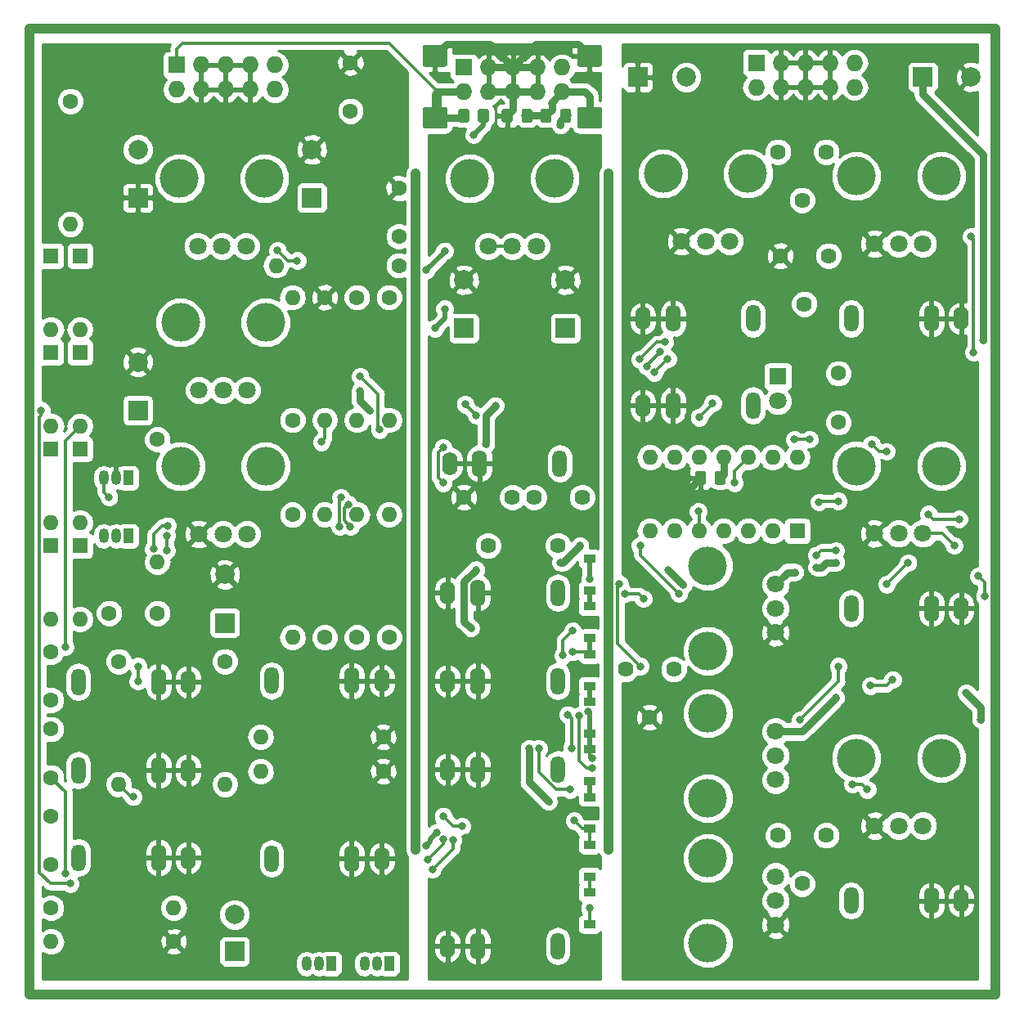
<source format=gbr>
%TF.GenerationSoftware,KiCad,Pcbnew,(5.0.0)*%
%TF.CreationDate,2019-01-26T23:41:26+01:00*%
%TF.ProjectId,Kicad_JE_SteinerVCF,4B696361645F4A455F537465696E6572,Rev A*%
%TF.SameCoordinates,Original*%
%TF.FileFunction,Copper,L1,Top,Signal*%
%TF.FilePolarity,Positive*%
%FSLAX46Y46*%
G04 Gerber Fmt 4.6, Leading zero omitted, Abs format (unit mm)*
G04 Created by KiCad (PCBNEW (5.0.0)) date 01/26/19 23:41:26*
%MOMM*%
%LPD*%
G01*
G04 APERTURE LIST*
%ADD10C,1.000000*%
%ADD11C,1.600000*%
%ADD12C,2.000000*%
%ADD13R,2.000000X2.000000*%
%ADD14O,1.600000X1.600000*%
%ADD15R,1.600000X1.600000*%
%ADD16R,1.200000X0.900000*%
%ADD17O,1.500000X2.800000*%
%ADD18O,1.600000X2.400000*%
%ADD19O,1.600000X2.800000*%
%ADD20R,1.727200X1.727200*%
%ADD21O,1.727200X1.727200*%
%ADD22O,1.050000X1.500000*%
%ADD23R,1.050000X1.500000*%
%ADD24C,0.150000*%
%ADD25C,1.150000*%
%ADD26C,4.000000*%
%ADD27C,1.800000*%
%ADD28C,2.250000*%
%ADD29C,1.620000*%
%ADD30R,1.800000X1.800000*%
%ADD31C,0.800000*%
%ADD32C,0.800000*%
%ADD33C,0.300000*%
%ADD34C,0.350000*%
%ADD35C,0.500000*%
%ADD36C,0.254000*%
G04 APERTURE END LIST*
D10*
X110000000Y-135000000D02*
X110000000Y-65000000D01*
X110000000Y-65000000D02*
X110000000Y-135000000D01*
X90000000Y-135000000D02*
X90000000Y-65000000D01*
X90000000Y-65000000D02*
X90000000Y-135000000D01*
X150000000Y-50000000D02*
X50000000Y-50000000D01*
X150000000Y-150000000D02*
X150000000Y-50000000D01*
X50000000Y-150000000D02*
X150000000Y-150000000D01*
X50000000Y-50000000D02*
X50000000Y-150000000D01*
D11*
X83250000Y-53500000D03*
X83250000Y-58500000D03*
D12*
X79250000Y-62500000D03*
D13*
X79250000Y-67500000D03*
D12*
X70250000Y-106500000D03*
D13*
X70250000Y-111500000D03*
D11*
X88250000Y-71500000D03*
X88250000Y-66500000D03*
D12*
X61250000Y-62500000D03*
D13*
X61250000Y-67500000D03*
D11*
X52250000Y-114500000D03*
X52250000Y-119500000D03*
D13*
X71250000Y-145500000D03*
D12*
X71250000Y-141700000D03*
D11*
X52250000Y-131500000D03*
X52250000Y-136500000D03*
X52250000Y-127500000D03*
X52250000Y-122500000D03*
X63250000Y-110500000D03*
X58250000Y-110500000D03*
D13*
X61250000Y-89500000D03*
D12*
X61250000Y-84500000D03*
D14*
X55250000Y-81120000D03*
D15*
X55250000Y-73500000D03*
X55250000Y-83500000D03*
D14*
X55250000Y-91120000D03*
X52250000Y-81120000D03*
D15*
X52250000Y-73500000D03*
X52250000Y-83500000D03*
D14*
X52250000Y-91120000D03*
X55250000Y-101120000D03*
D15*
X55250000Y-93500000D03*
X55250000Y-103500000D03*
D14*
X55250000Y-111120000D03*
X52250000Y-101120000D03*
D15*
X52250000Y-93500000D03*
X52250000Y-103500000D03*
D14*
X52250000Y-111120000D03*
D16*
X107986181Y-142695825D03*
X107986181Y-139395825D03*
X107986181Y-134463441D03*
X107986181Y-137763441D03*
X107986181Y-132831057D03*
X107986181Y-129531057D03*
X107986181Y-124598673D03*
X107986181Y-127898673D03*
X107986181Y-122966289D03*
X107986181Y-119666289D03*
X107986181Y-114733905D03*
X107986181Y-118033905D03*
X107986181Y-113101521D03*
X107986181Y-109801521D03*
X107986181Y-104869137D03*
X107986181Y-108169137D03*
D17*
X55080000Y-126750000D03*
D18*
X66480000Y-126750000D03*
D19*
X63380000Y-126750000D03*
X63380000Y-135800000D03*
D18*
X66480000Y-135800000D03*
D17*
X55080000Y-135800000D03*
D19*
X63380000Y-117600000D03*
D18*
X66480000Y-117600000D03*
D17*
X55080000Y-117600000D03*
D19*
X83380000Y-135900000D03*
D18*
X86480000Y-135900000D03*
D17*
X75080000Y-135900000D03*
X75080000Y-117500000D03*
D18*
X86480000Y-117500000D03*
D19*
X83380000Y-117500000D03*
D17*
X104720341Y-108385056D03*
D18*
X93320341Y-108385056D03*
D19*
X96420341Y-108385056D03*
X96420341Y-117525797D03*
D18*
X93320341Y-117525797D03*
D17*
X104720341Y-117525797D03*
X104720341Y-126666538D03*
D18*
X93320341Y-126666538D03*
D19*
X96420341Y-126666538D03*
X96420341Y-144948020D03*
D18*
X93320341Y-144948020D03*
D17*
X104720341Y-144948020D03*
X104920000Y-95000000D03*
D18*
X93520000Y-95000000D03*
D19*
X96620000Y-95000000D03*
D20*
X65250000Y-53750000D03*
D21*
X65250000Y-56290000D03*
X67790000Y-53750000D03*
X67790000Y-56290000D03*
X70330000Y-53750000D03*
X70330000Y-56290000D03*
X72870000Y-53750000D03*
X72870000Y-56290000D03*
X75410000Y-53750000D03*
X75410000Y-56290000D03*
X105160000Y-56540000D03*
X105160000Y-54000000D03*
X102620000Y-56540000D03*
X102620000Y-54000000D03*
X100080000Y-56540000D03*
X100080000Y-54000000D03*
X97540000Y-56540000D03*
X97540000Y-54000000D03*
X95000000Y-56540000D03*
D20*
X95000000Y-54000000D03*
D22*
X79980000Y-146776322D03*
X78710000Y-146776322D03*
D23*
X81250000Y-146776322D03*
X87250000Y-146776322D03*
D22*
X84710000Y-146776322D03*
X85980000Y-146776322D03*
D23*
X60250000Y-102500000D03*
D22*
X57710000Y-102500000D03*
X58980000Y-102500000D03*
X58980000Y-96500000D03*
X57710000Y-96500000D03*
D23*
X60250000Y-96500000D03*
D11*
X88250000Y-74500000D03*
D14*
X75550000Y-74500000D03*
X83916666Y-100300000D03*
D11*
X83916666Y-113000000D03*
X87249999Y-113000000D03*
D14*
X87249999Y-100300000D03*
D11*
X70250000Y-115500000D03*
D14*
X70250000Y-128200000D03*
X64950000Y-141000000D03*
D11*
X52250000Y-141000000D03*
X86644883Y-123290562D03*
D14*
X73944883Y-123290562D03*
X73944883Y-126873222D03*
D11*
X86644883Y-126873222D03*
D14*
X80583333Y-100300000D03*
D11*
X80583333Y-113000000D03*
D14*
X77250000Y-113000000D03*
D11*
X77250000Y-100300000D03*
X59250000Y-115500000D03*
D14*
X59250000Y-128200000D03*
D11*
X77250000Y-90500000D03*
D14*
X77250000Y-77800000D03*
D11*
X87249999Y-77800000D03*
D14*
X87249999Y-90500000D03*
X52250000Y-144500000D03*
D11*
X64950000Y-144500000D03*
D14*
X63250000Y-105200000D03*
D11*
X63250000Y-92500000D03*
X83916666Y-77800000D03*
D14*
X83916666Y-90500000D03*
D11*
X54250000Y-57500000D03*
D14*
X54250000Y-70200000D03*
X80583333Y-90500000D03*
D11*
X80583333Y-77800000D03*
D24*
G36*
X103824505Y-58301204D02*
X103848773Y-58304804D01*
X103872572Y-58310765D01*
X103895671Y-58319030D01*
X103917850Y-58329520D01*
X103938893Y-58342132D01*
X103958599Y-58356747D01*
X103976777Y-58373223D01*
X103993253Y-58391401D01*
X104007868Y-58411107D01*
X104020480Y-58432150D01*
X104030970Y-58454329D01*
X104039235Y-58477428D01*
X104045196Y-58501227D01*
X104048796Y-58525495D01*
X104050000Y-58549999D01*
X104050000Y-59450001D01*
X104048796Y-59474505D01*
X104045196Y-59498773D01*
X104039235Y-59522572D01*
X104030970Y-59545671D01*
X104020480Y-59567850D01*
X104007868Y-59588893D01*
X103993253Y-59608599D01*
X103976777Y-59626777D01*
X103958599Y-59643253D01*
X103938893Y-59657868D01*
X103917850Y-59670480D01*
X103895671Y-59680970D01*
X103872572Y-59689235D01*
X103848773Y-59695196D01*
X103824505Y-59698796D01*
X103800001Y-59700000D01*
X103149999Y-59700000D01*
X103125495Y-59698796D01*
X103101227Y-59695196D01*
X103077428Y-59689235D01*
X103054329Y-59680970D01*
X103032150Y-59670480D01*
X103011107Y-59657868D01*
X102991401Y-59643253D01*
X102973223Y-59626777D01*
X102956747Y-59608599D01*
X102942132Y-59588893D01*
X102929520Y-59567850D01*
X102919030Y-59545671D01*
X102910765Y-59522572D01*
X102904804Y-59498773D01*
X102901204Y-59474505D01*
X102900000Y-59450001D01*
X102900000Y-58549999D01*
X102901204Y-58525495D01*
X102904804Y-58501227D01*
X102910765Y-58477428D01*
X102919030Y-58454329D01*
X102929520Y-58432150D01*
X102942132Y-58411107D01*
X102956747Y-58391401D01*
X102973223Y-58373223D01*
X102991401Y-58356747D01*
X103011107Y-58342132D01*
X103032150Y-58329520D01*
X103054329Y-58319030D01*
X103077428Y-58310765D01*
X103101227Y-58304804D01*
X103125495Y-58301204D01*
X103149999Y-58300000D01*
X103800001Y-58300000D01*
X103824505Y-58301204D01*
X103824505Y-58301204D01*
G37*
D25*
X103475000Y-59000000D03*
D24*
G36*
X105874505Y-58301204D02*
X105898773Y-58304804D01*
X105922572Y-58310765D01*
X105945671Y-58319030D01*
X105967850Y-58329520D01*
X105988893Y-58342132D01*
X106008599Y-58356747D01*
X106026777Y-58373223D01*
X106043253Y-58391401D01*
X106057868Y-58411107D01*
X106070480Y-58432150D01*
X106080970Y-58454329D01*
X106089235Y-58477428D01*
X106095196Y-58501227D01*
X106098796Y-58525495D01*
X106100000Y-58549999D01*
X106100000Y-59450001D01*
X106098796Y-59474505D01*
X106095196Y-59498773D01*
X106089235Y-59522572D01*
X106080970Y-59545671D01*
X106070480Y-59567850D01*
X106057868Y-59588893D01*
X106043253Y-59608599D01*
X106026777Y-59626777D01*
X106008599Y-59643253D01*
X105988893Y-59657868D01*
X105967850Y-59670480D01*
X105945671Y-59680970D01*
X105922572Y-59689235D01*
X105898773Y-59695196D01*
X105874505Y-59698796D01*
X105850001Y-59700000D01*
X105199999Y-59700000D01*
X105175495Y-59698796D01*
X105151227Y-59695196D01*
X105127428Y-59689235D01*
X105104329Y-59680970D01*
X105082150Y-59670480D01*
X105061107Y-59657868D01*
X105041401Y-59643253D01*
X105023223Y-59626777D01*
X105006747Y-59608599D01*
X104992132Y-59588893D01*
X104979520Y-59567850D01*
X104969030Y-59545671D01*
X104960765Y-59522572D01*
X104954804Y-59498773D01*
X104951204Y-59474505D01*
X104950000Y-59450001D01*
X104950000Y-58549999D01*
X104951204Y-58525495D01*
X104954804Y-58501227D01*
X104960765Y-58477428D01*
X104969030Y-58454329D01*
X104979520Y-58432150D01*
X104992132Y-58411107D01*
X105006747Y-58391401D01*
X105023223Y-58373223D01*
X105041401Y-58356747D01*
X105061107Y-58342132D01*
X105082150Y-58329520D01*
X105104329Y-58319030D01*
X105127428Y-58310765D01*
X105151227Y-58304804D01*
X105175495Y-58301204D01*
X105199999Y-58300000D01*
X105850001Y-58300000D01*
X105874505Y-58301204D01*
X105874505Y-58301204D01*
G37*
D25*
X105525000Y-59000000D03*
D24*
G36*
X97374505Y-58301204D02*
X97398773Y-58304804D01*
X97422572Y-58310765D01*
X97445671Y-58319030D01*
X97467850Y-58329520D01*
X97488893Y-58342132D01*
X97508599Y-58356747D01*
X97526777Y-58373223D01*
X97543253Y-58391401D01*
X97557868Y-58411107D01*
X97570480Y-58432150D01*
X97580970Y-58454329D01*
X97589235Y-58477428D01*
X97595196Y-58501227D01*
X97598796Y-58525495D01*
X97600000Y-58549999D01*
X97600000Y-59450001D01*
X97598796Y-59474505D01*
X97595196Y-59498773D01*
X97589235Y-59522572D01*
X97580970Y-59545671D01*
X97570480Y-59567850D01*
X97557868Y-59588893D01*
X97543253Y-59608599D01*
X97526777Y-59626777D01*
X97508599Y-59643253D01*
X97488893Y-59657868D01*
X97467850Y-59670480D01*
X97445671Y-59680970D01*
X97422572Y-59689235D01*
X97398773Y-59695196D01*
X97374505Y-59698796D01*
X97350001Y-59700000D01*
X96699999Y-59700000D01*
X96675495Y-59698796D01*
X96651227Y-59695196D01*
X96627428Y-59689235D01*
X96604329Y-59680970D01*
X96582150Y-59670480D01*
X96561107Y-59657868D01*
X96541401Y-59643253D01*
X96523223Y-59626777D01*
X96506747Y-59608599D01*
X96492132Y-59588893D01*
X96479520Y-59567850D01*
X96469030Y-59545671D01*
X96460765Y-59522572D01*
X96454804Y-59498773D01*
X96451204Y-59474505D01*
X96450000Y-59450001D01*
X96450000Y-58549999D01*
X96451204Y-58525495D01*
X96454804Y-58501227D01*
X96460765Y-58477428D01*
X96469030Y-58454329D01*
X96479520Y-58432150D01*
X96492132Y-58411107D01*
X96506747Y-58391401D01*
X96523223Y-58373223D01*
X96541401Y-58356747D01*
X96561107Y-58342132D01*
X96582150Y-58329520D01*
X96604329Y-58319030D01*
X96627428Y-58310765D01*
X96651227Y-58304804D01*
X96675495Y-58301204D01*
X96699999Y-58300000D01*
X97350001Y-58300000D01*
X97374505Y-58301204D01*
X97374505Y-58301204D01*
G37*
D25*
X97025000Y-59000000D03*
D24*
G36*
X95324505Y-58301204D02*
X95348773Y-58304804D01*
X95372572Y-58310765D01*
X95395671Y-58319030D01*
X95417850Y-58329520D01*
X95438893Y-58342132D01*
X95458599Y-58356747D01*
X95476777Y-58373223D01*
X95493253Y-58391401D01*
X95507868Y-58411107D01*
X95520480Y-58432150D01*
X95530970Y-58454329D01*
X95539235Y-58477428D01*
X95545196Y-58501227D01*
X95548796Y-58525495D01*
X95550000Y-58549999D01*
X95550000Y-59450001D01*
X95548796Y-59474505D01*
X95545196Y-59498773D01*
X95539235Y-59522572D01*
X95530970Y-59545671D01*
X95520480Y-59567850D01*
X95507868Y-59588893D01*
X95493253Y-59608599D01*
X95476777Y-59626777D01*
X95458599Y-59643253D01*
X95438893Y-59657868D01*
X95417850Y-59670480D01*
X95395671Y-59680970D01*
X95372572Y-59689235D01*
X95348773Y-59695196D01*
X95324505Y-59698796D01*
X95300001Y-59700000D01*
X94649999Y-59700000D01*
X94625495Y-59698796D01*
X94601227Y-59695196D01*
X94577428Y-59689235D01*
X94554329Y-59680970D01*
X94532150Y-59670480D01*
X94511107Y-59657868D01*
X94491401Y-59643253D01*
X94473223Y-59626777D01*
X94456747Y-59608599D01*
X94442132Y-59588893D01*
X94429520Y-59567850D01*
X94419030Y-59545671D01*
X94410765Y-59522572D01*
X94404804Y-59498773D01*
X94401204Y-59474505D01*
X94400000Y-59450001D01*
X94400000Y-58549999D01*
X94401204Y-58525495D01*
X94404804Y-58501227D01*
X94410765Y-58477428D01*
X94419030Y-58454329D01*
X94429520Y-58432150D01*
X94442132Y-58411107D01*
X94456747Y-58391401D01*
X94473223Y-58373223D01*
X94491401Y-58356747D01*
X94511107Y-58342132D01*
X94532150Y-58329520D01*
X94554329Y-58319030D01*
X94577428Y-58310765D01*
X94601227Y-58304804D01*
X94625495Y-58301204D01*
X94649999Y-58300000D01*
X95300001Y-58300000D01*
X95324505Y-58301204D01*
X95324505Y-58301204D01*
G37*
D25*
X94975000Y-59000000D03*
D26*
X74350000Y-65500000D03*
X65550000Y-65500000D03*
D27*
X72450000Y-72500000D03*
X69950000Y-72500000D03*
X67450000Y-72500000D03*
X67550000Y-87400000D03*
X70050000Y-87400000D03*
X72550000Y-87400000D03*
D26*
X65650000Y-80400000D03*
X74450000Y-80400000D03*
X74450000Y-95300000D03*
X65650000Y-95300000D03*
D27*
X72550000Y-102300000D03*
X70050000Y-102300000D03*
X67550000Y-102300000D03*
D26*
X104400000Y-65500000D03*
X95600000Y-65500000D03*
D27*
X102500000Y-72500000D03*
X100000000Y-72500000D03*
X97500000Y-72500000D03*
D24*
G36*
X101874505Y-58301204D02*
X101898773Y-58304804D01*
X101922572Y-58310765D01*
X101945671Y-58319030D01*
X101967850Y-58329520D01*
X101988893Y-58342132D01*
X102008599Y-58356747D01*
X102026777Y-58373223D01*
X102043253Y-58391401D01*
X102057868Y-58411107D01*
X102070480Y-58432150D01*
X102080970Y-58454329D01*
X102089235Y-58477428D01*
X102095196Y-58501227D01*
X102098796Y-58525495D01*
X102100000Y-58549999D01*
X102100000Y-59450001D01*
X102098796Y-59474505D01*
X102095196Y-59498773D01*
X102089235Y-59522572D01*
X102080970Y-59545671D01*
X102070480Y-59567850D01*
X102057868Y-59588893D01*
X102043253Y-59608599D01*
X102026777Y-59626777D01*
X102008599Y-59643253D01*
X101988893Y-59657868D01*
X101967850Y-59670480D01*
X101945671Y-59680970D01*
X101922572Y-59689235D01*
X101898773Y-59695196D01*
X101874505Y-59698796D01*
X101850001Y-59700000D01*
X101199999Y-59700000D01*
X101175495Y-59698796D01*
X101151227Y-59695196D01*
X101127428Y-59689235D01*
X101104329Y-59680970D01*
X101082150Y-59670480D01*
X101061107Y-59657868D01*
X101041401Y-59643253D01*
X101023223Y-59626777D01*
X101006747Y-59608599D01*
X100992132Y-59588893D01*
X100979520Y-59567850D01*
X100969030Y-59545671D01*
X100960765Y-59522572D01*
X100954804Y-59498773D01*
X100951204Y-59474505D01*
X100950000Y-59450001D01*
X100950000Y-58549999D01*
X100951204Y-58525495D01*
X100954804Y-58501227D01*
X100960765Y-58477428D01*
X100969030Y-58454329D01*
X100979520Y-58432150D01*
X100992132Y-58411107D01*
X101006747Y-58391401D01*
X101023223Y-58373223D01*
X101041401Y-58356747D01*
X101061107Y-58342132D01*
X101082150Y-58329520D01*
X101104329Y-58319030D01*
X101127428Y-58310765D01*
X101151227Y-58304804D01*
X101175495Y-58301204D01*
X101199999Y-58300000D01*
X101850001Y-58300000D01*
X101874505Y-58301204D01*
X101874505Y-58301204D01*
G37*
D25*
X101525000Y-59000000D03*
D24*
G36*
X99824505Y-58301204D02*
X99848773Y-58304804D01*
X99872572Y-58310765D01*
X99895671Y-58319030D01*
X99917850Y-58329520D01*
X99938893Y-58342132D01*
X99958599Y-58356747D01*
X99976777Y-58373223D01*
X99993253Y-58391401D01*
X100007868Y-58411107D01*
X100020480Y-58432150D01*
X100030970Y-58454329D01*
X100039235Y-58477428D01*
X100045196Y-58501227D01*
X100048796Y-58525495D01*
X100050000Y-58549999D01*
X100050000Y-59450001D01*
X100048796Y-59474505D01*
X100045196Y-59498773D01*
X100039235Y-59522572D01*
X100030970Y-59545671D01*
X100020480Y-59567850D01*
X100007868Y-59588893D01*
X99993253Y-59608599D01*
X99976777Y-59626777D01*
X99958599Y-59643253D01*
X99938893Y-59657868D01*
X99917850Y-59670480D01*
X99895671Y-59680970D01*
X99872572Y-59689235D01*
X99848773Y-59695196D01*
X99824505Y-59698796D01*
X99800001Y-59700000D01*
X99149999Y-59700000D01*
X99125495Y-59698796D01*
X99101227Y-59695196D01*
X99077428Y-59689235D01*
X99054329Y-59680970D01*
X99032150Y-59670480D01*
X99011107Y-59657868D01*
X98991401Y-59643253D01*
X98973223Y-59626777D01*
X98956747Y-59608599D01*
X98942132Y-59588893D01*
X98929520Y-59567850D01*
X98919030Y-59545671D01*
X98910765Y-59522572D01*
X98904804Y-59498773D01*
X98901204Y-59474505D01*
X98900000Y-59450001D01*
X98900000Y-58549999D01*
X98901204Y-58525495D01*
X98904804Y-58501227D01*
X98910765Y-58477428D01*
X98919030Y-58454329D01*
X98929520Y-58432150D01*
X98942132Y-58411107D01*
X98956747Y-58391401D01*
X98973223Y-58373223D01*
X98991401Y-58356747D01*
X99011107Y-58342132D01*
X99032150Y-58329520D01*
X99054329Y-58319030D01*
X99077428Y-58310765D01*
X99101227Y-58304804D01*
X99125495Y-58301204D01*
X99149999Y-58300000D01*
X99800001Y-58300000D01*
X99824505Y-58301204D01*
X99824505Y-58301204D01*
G37*
D25*
X99475000Y-59000000D03*
D24*
G36*
X109049505Y-58076204D02*
X109073773Y-58079804D01*
X109097572Y-58085765D01*
X109120671Y-58094030D01*
X109142850Y-58104520D01*
X109163893Y-58117132D01*
X109183599Y-58131747D01*
X109201777Y-58148223D01*
X109218253Y-58166401D01*
X109232868Y-58186107D01*
X109245480Y-58207150D01*
X109255970Y-58229329D01*
X109264235Y-58252428D01*
X109270196Y-58276227D01*
X109273796Y-58300495D01*
X109275000Y-58324999D01*
X109275000Y-60075001D01*
X109273796Y-60099505D01*
X109270196Y-60123773D01*
X109264235Y-60147572D01*
X109255970Y-60170671D01*
X109245480Y-60192850D01*
X109232868Y-60213893D01*
X109218253Y-60233599D01*
X109201777Y-60251777D01*
X109183599Y-60268253D01*
X109163893Y-60282868D01*
X109142850Y-60295480D01*
X109120671Y-60305970D01*
X109097572Y-60314235D01*
X109073773Y-60320196D01*
X109049505Y-60323796D01*
X109025001Y-60325000D01*
X106974999Y-60325000D01*
X106950495Y-60323796D01*
X106926227Y-60320196D01*
X106902428Y-60314235D01*
X106879329Y-60305970D01*
X106857150Y-60295480D01*
X106836107Y-60282868D01*
X106816401Y-60268253D01*
X106798223Y-60251777D01*
X106781747Y-60233599D01*
X106767132Y-60213893D01*
X106754520Y-60192850D01*
X106744030Y-60170671D01*
X106735765Y-60147572D01*
X106729804Y-60123773D01*
X106726204Y-60099505D01*
X106725000Y-60075001D01*
X106725000Y-58324999D01*
X106726204Y-58300495D01*
X106729804Y-58276227D01*
X106735765Y-58252428D01*
X106744030Y-58229329D01*
X106754520Y-58207150D01*
X106767132Y-58186107D01*
X106781747Y-58166401D01*
X106798223Y-58148223D01*
X106816401Y-58131747D01*
X106836107Y-58117132D01*
X106857150Y-58104520D01*
X106879329Y-58094030D01*
X106902428Y-58085765D01*
X106926227Y-58079804D01*
X106950495Y-58076204D01*
X106974999Y-58075000D01*
X109025001Y-58075000D01*
X109049505Y-58076204D01*
X109049505Y-58076204D01*
G37*
D28*
X108000000Y-59200000D03*
D24*
G36*
X109049505Y-51676204D02*
X109073773Y-51679804D01*
X109097572Y-51685765D01*
X109120671Y-51694030D01*
X109142850Y-51704520D01*
X109163893Y-51717132D01*
X109183599Y-51731747D01*
X109201777Y-51748223D01*
X109218253Y-51766401D01*
X109232868Y-51786107D01*
X109245480Y-51807150D01*
X109255970Y-51829329D01*
X109264235Y-51852428D01*
X109270196Y-51876227D01*
X109273796Y-51900495D01*
X109275000Y-51924999D01*
X109275000Y-53675001D01*
X109273796Y-53699505D01*
X109270196Y-53723773D01*
X109264235Y-53747572D01*
X109255970Y-53770671D01*
X109245480Y-53792850D01*
X109232868Y-53813893D01*
X109218253Y-53833599D01*
X109201777Y-53851777D01*
X109183599Y-53868253D01*
X109163893Y-53882868D01*
X109142850Y-53895480D01*
X109120671Y-53905970D01*
X109097572Y-53914235D01*
X109073773Y-53920196D01*
X109049505Y-53923796D01*
X109025001Y-53925000D01*
X106974999Y-53925000D01*
X106950495Y-53923796D01*
X106926227Y-53920196D01*
X106902428Y-53914235D01*
X106879329Y-53905970D01*
X106857150Y-53895480D01*
X106836107Y-53882868D01*
X106816401Y-53868253D01*
X106798223Y-53851777D01*
X106781747Y-53833599D01*
X106767132Y-53813893D01*
X106754520Y-53792850D01*
X106744030Y-53770671D01*
X106735765Y-53747572D01*
X106729804Y-53723773D01*
X106726204Y-53699505D01*
X106725000Y-53675001D01*
X106725000Y-51924999D01*
X106726204Y-51900495D01*
X106729804Y-51876227D01*
X106735765Y-51852428D01*
X106744030Y-51829329D01*
X106754520Y-51807150D01*
X106767132Y-51786107D01*
X106781747Y-51766401D01*
X106798223Y-51748223D01*
X106816401Y-51731747D01*
X106836107Y-51717132D01*
X106857150Y-51704520D01*
X106879329Y-51694030D01*
X106902428Y-51685765D01*
X106926227Y-51679804D01*
X106950495Y-51676204D01*
X106974999Y-51675000D01*
X109025001Y-51675000D01*
X109049505Y-51676204D01*
X109049505Y-51676204D01*
G37*
D28*
X108000000Y-52800000D03*
D24*
G36*
X93049505Y-58076204D02*
X93073773Y-58079804D01*
X93097572Y-58085765D01*
X93120671Y-58094030D01*
X93142850Y-58104520D01*
X93163893Y-58117132D01*
X93183599Y-58131747D01*
X93201777Y-58148223D01*
X93218253Y-58166401D01*
X93232868Y-58186107D01*
X93245480Y-58207150D01*
X93255970Y-58229329D01*
X93264235Y-58252428D01*
X93270196Y-58276227D01*
X93273796Y-58300495D01*
X93275000Y-58324999D01*
X93275000Y-60075001D01*
X93273796Y-60099505D01*
X93270196Y-60123773D01*
X93264235Y-60147572D01*
X93255970Y-60170671D01*
X93245480Y-60192850D01*
X93232868Y-60213893D01*
X93218253Y-60233599D01*
X93201777Y-60251777D01*
X93183599Y-60268253D01*
X93163893Y-60282868D01*
X93142850Y-60295480D01*
X93120671Y-60305970D01*
X93097572Y-60314235D01*
X93073773Y-60320196D01*
X93049505Y-60323796D01*
X93025001Y-60325000D01*
X90974999Y-60325000D01*
X90950495Y-60323796D01*
X90926227Y-60320196D01*
X90902428Y-60314235D01*
X90879329Y-60305970D01*
X90857150Y-60295480D01*
X90836107Y-60282868D01*
X90816401Y-60268253D01*
X90798223Y-60251777D01*
X90781747Y-60233599D01*
X90767132Y-60213893D01*
X90754520Y-60192850D01*
X90744030Y-60170671D01*
X90735765Y-60147572D01*
X90729804Y-60123773D01*
X90726204Y-60099505D01*
X90725000Y-60075001D01*
X90725000Y-58324999D01*
X90726204Y-58300495D01*
X90729804Y-58276227D01*
X90735765Y-58252428D01*
X90744030Y-58229329D01*
X90754520Y-58207150D01*
X90767132Y-58186107D01*
X90781747Y-58166401D01*
X90798223Y-58148223D01*
X90816401Y-58131747D01*
X90836107Y-58117132D01*
X90857150Y-58104520D01*
X90879329Y-58094030D01*
X90902428Y-58085765D01*
X90926227Y-58079804D01*
X90950495Y-58076204D01*
X90974999Y-58075000D01*
X93025001Y-58075000D01*
X93049505Y-58076204D01*
X93049505Y-58076204D01*
G37*
D28*
X92000000Y-59200000D03*
D24*
G36*
X93049505Y-51676204D02*
X93073773Y-51679804D01*
X93097572Y-51685765D01*
X93120671Y-51694030D01*
X93142850Y-51704520D01*
X93163893Y-51717132D01*
X93183599Y-51731747D01*
X93201777Y-51748223D01*
X93218253Y-51766401D01*
X93232868Y-51786107D01*
X93245480Y-51807150D01*
X93255970Y-51829329D01*
X93264235Y-51852428D01*
X93270196Y-51876227D01*
X93273796Y-51900495D01*
X93275000Y-51924999D01*
X93275000Y-53675001D01*
X93273796Y-53699505D01*
X93270196Y-53723773D01*
X93264235Y-53747572D01*
X93255970Y-53770671D01*
X93245480Y-53792850D01*
X93232868Y-53813893D01*
X93218253Y-53833599D01*
X93201777Y-53851777D01*
X93183599Y-53868253D01*
X93163893Y-53882868D01*
X93142850Y-53895480D01*
X93120671Y-53905970D01*
X93097572Y-53914235D01*
X93073773Y-53920196D01*
X93049505Y-53923796D01*
X93025001Y-53925000D01*
X90974999Y-53925000D01*
X90950495Y-53923796D01*
X90926227Y-53920196D01*
X90902428Y-53914235D01*
X90879329Y-53905970D01*
X90857150Y-53895480D01*
X90836107Y-53882868D01*
X90816401Y-53868253D01*
X90798223Y-53851777D01*
X90781747Y-53833599D01*
X90767132Y-53813893D01*
X90754520Y-53792850D01*
X90744030Y-53770671D01*
X90735765Y-53747572D01*
X90729804Y-53723773D01*
X90726204Y-53699505D01*
X90725000Y-53675001D01*
X90725000Y-51924999D01*
X90726204Y-51900495D01*
X90729804Y-51876227D01*
X90735765Y-51852428D01*
X90744030Y-51829329D01*
X90754520Y-51807150D01*
X90767132Y-51786107D01*
X90781747Y-51766401D01*
X90798223Y-51748223D01*
X90816401Y-51731747D01*
X90836107Y-51717132D01*
X90857150Y-51704520D01*
X90879329Y-51694030D01*
X90902428Y-51685765D01*
X90926227Y-51679804D01*
X90950495Y-51676204D01*
X90974999Y-51675000D01*
X93025001Y-51675000D01*
X93049505Y-51676204D01*
X93049505Y-51676204D01*
G37*
D28*
X92000000Y-52800000D03*
D29*
X102250000Y-98500000D03*
X104750000Y-103500000D03*
X107250000Y-98500000D03*
X100000000Y-98500000D03*
X97500000Y-103500000D03*
X95000000Y-98500000D03*
D12*
X105500000Y-76000000D03*
D13*
X105500000Y-81000000D03*
X95000000Y-81000000D03*
D12*
X95000000Y-76000000D03*
D13*
X142500000Y-55000000D03*
D12*
X147500000Y-55000000D03*
X118000000Y-55000000D03*
D13*
X113000000Y-55000000D03*
D24*
G36*
X119824505Y-95801204D02*
X119848773Y-95804804D01*
X119872572Y-95810765D01*
X119895671Y-95819030D01*
X119917850Y-95829520D01*
X119938893Y-95842132D01*
X119958599Y-95856747D01*
X119976777Y-95873223D01*
X119993253Y-95891401D01*
X120007868Y-95911107D01*
X120020480Y-95932150D01*
X120030970Y-95954329D01*
X120039235Y-95977428D01*
X120045196Y-96001227D01*
X120048796Y-96025495D01*
X120050000Y-96049999D01*
X120050000Y-96950001D01*
X120048796Y-96974505D01*
X120045196Y-96998773D01*
X120039235Y-97022572D01*
X120030970Y-97045671D01*
X120020480Y-97067850D01*
X120007868Y-97088893D01*
X119993253Y-97108599D01*
X119976777Y-97126777D01*
X119958599Y-97143253D01*
X119938893Y-97157868D01*
X119917850Y-97170480D01*
X119895671Y-97180970D01*
X119872572Y-97189235D01*
X119848773Y-97195196D01*
X119824505Y-97198796D01*
X119800001Y-97200000D01*
X119149999Y-97200000D01*
X119125495Y-97198796D01*
X119101227Y-97195196D01*
X119077428Y-97189235D01*
X119054329Y-97180970D01*
X119032150Y-97170480D01*
X119011107Y-97157868D01*
X118991401Y-97143253D01*
X118973223Y-97126777D01*
X118956747Y-97108599D01*
X118942132Y-97088893D01*
X118929520Y-97067850D01*
X118919030Y-97045671D01*
X118910765Y-97022572D01*
X118904804Y-96998773D01*
X118901204Y-96974505D01*
X118900000Y-96950001D01*
X118900000Y-96049999D01*
X118901204Y-96025495D01*
X118904804Y-96001227D01*
X118910765Y-95977428D01*
X118919030Y-95954329D01*
X118929520Y-95932150D01*
X118942132Y-95911107D01*
X118956747Y-95891401D01*
X118973223Y-95873223D01*
X118991401Y-95856747D01*
X119011107Y-95842132D01*
X119032150Y-95829520D01*
X119054329Y-95819030D01*
X119077428Y-95810765D01*
X119101227Y-95804804D01*
X119125495Y-95801204D01*
X119149999Y-95800000D01*
X119800001Y-95800000D01*
X119824505Y-95801204D01*
X119824505Y-95801204D01*
G37*
D25*
X119475000Y-96500000D03*
D24*
G36*
X121874505Y-95801204D02*
X121898773Y-95804804D01*
X121922572Y-95810765D01*
X121945671Y-95819030D01*
X121967850Y-95829520D01*
X121988893Y-95842132D01*
X122008599Y-95856747D01*
X122026777Y-95873223D01*
X122043253Y-95891401D01*
X122057868Y-95911107D01*
X122070480Y-95932150D01*
X122080970Y-95954329D01*
X122089235Y-95977428D01*
X122095196Y-96001227D01*
X122098796Y-96025495D01*
X122100000Y-96049999D01*
X122100000Y-96950001D01*
X122098796Y-96974505D01*
X122095196Y-96998773D01*
X122089235Y-97022572D01*
X122080970Y-97045671D01*
X122070480Y-97067850D01*
X122057868Y-97088893D01*
X122043253Y-97108599D01*
X122026777Y-97126777D01*
X122008599Y-97143253D01*
X121988893Y-97157868D01*
X121967850Y-97170480D01*
X121945671Y-97180970D01*
X121922572Y-97189235D01*
X121898773Y-97195196D01*
X121874505Y-97198796D01*
X121850001Y-97200000D01*
X121199999Y-97200000D01*
X121175495Y-97198796D01*
X121151227Y-97195196D01*
X121127428Y-97189235D01*
X121104329Y-97180970D01*
X121082150Y-97170480D01*
X121061107Y-97157868D01*
X121041401Y-97143253D01*
X121023223Y-97126777D01*
X121006747Y-97108599D01*
X120992132Y-97088893D01*
X120979520Y-97067850D01*
X120969030Y-97045671D01*
X120960765Y-97022572D01*
X120954804Y-96998773D01*
X120951204Y-96974505D01*
X120950000Y-96950001D01*
X120950000Y-96049999D01*
X120951204Y-96025495D01*
X120954804Y-96001227D01*
X120960765Y-95977428D01*
X120969030Y-95954329D01*
X120979520Y-95932150D01*
X120992132Y-95911107D01*
X121006747Y-95891401D01*
X121023223Y-95873223D01*
X121041401Y-95856747D01*
X121061107Y-95842132D01*
X121082150Y-95829520D01*
X121104329Y-95819030D01*
X121127428Y-95810765D01*
X121151227Y-95804804D01*
X121175495Y-95801204D01*
X121199999Y-95800000D01*
X121850001Y-95800000D01*
X121874505Y-95801204D01*
X121874505Y-95801204D01*
G37*
D25*
X121525000Y-96500000D03*
D30*
X127500000Y-86000000D03*
D27*
X127500000Y-88540000D03*
D19*
X143380000Y-80000000D03*
D18*
X146480000Y-80000000D03*
D17*
X135080000Y-80000000D03*
X135080000Y-140250000D03*
D18*
X146480000Y-140250000D03*
D19*
X143380000Y-140250000D03*
X143380000Y-110000000D03*
D18*
X146480000Y-110000000D03*
D17*
X135080000Y-110000000D03*
X124920000Y-89000000D03*
D18*
X113520000Y-89000000D03*
D19*
X116620000Y-89000000D03*
D17*
X124920000Y-80000000D03*
D18*
X113520000Y-80000000D03*
D19*
X116620000Y-80000000D03*
D20*
X125250000Y-53500000D03*
D21*
X125250000Y-56040000D03*
X127790000Y-53500000D03*
X127790000Y-56040000D03*
X130330000Y-53500000D03*
X130330000Y-56040000D03*
X132870000Y-53500000D03*
X132870000Y-56040000D03*
X135410000Y-53500000D03*
X135410000Y-56040000D03*
D11*
X133750000Y-90750000D03*
X133750000Y-85670000D03*
D27*
X137500000Y-72250000D03*
X140000000Y-72250000D03*
X142500000Y-72250000D03*
D26*
X135600000Y-65250000D03*
X144400000Y-65250000D03*
D27*
X137500000Y-132500000D03*
X140000000Y-132500000D03*
X142500000Y-132500000D03*
D26*
X135600000Y-125500000D03*
X144400000Y-125500000D03*
X120250000Y-120850000D03*
X120250000Y-129650000D03*
D27*
X127250000Y-122750000D03*
X127250000Y-125250000D03*
X127250000Y-127750000D03*
D29*
X111720924Y-116293102D03*
X114220924Y-121293102D03*
X116720924Y-116293102D03*
D26*
X144400000Y-95250000D03*
X135600000Y-95250000D03*
D27*
X142500000Y-102250000D03*
X140000000Y-102250000D03*
X137500000Y-102250000D03*
D29*
X127737133Y-73493377D03*
X130237133Y-78493377D03*
X132737133Y-73493377D03*
X132500000Y-62750000D03*
X130000000Y-67750000D03*
X127500000Y-62750000D03*
X132500000Y-133500000D03*
X130000000Y-138500000D03*
X127500000Y-133500000D03*
D27*
X117500000Y-72000000D03*
X120000000Y-72000000D03*
X122500000Y-72000000D03*
D26*
X115600000Y-65000000D03*
X124400000Y-65000000D03*
D27*
X127250000Y-142750000D03*
X127250000Y-140250000D03*
X127250000Y-137750000D03*
D26*
X120250000Y-144650000D03*
X120250000Y-135850000D03*
X120250000Y-105600000D03*
X120250000Y-114400000D03*
D27*
X127250000Y-107500000D03*
X127250000Y-110000000D03*
X127250000Y-112500000D03*
D15*
X129500000Y-102000000D03*
D14*
X114260000Y-94380000D03*
X126960000Y-102000000D03*
X116800000Y-94380000D03*
X124420000Y-102000000D03*
X119340000Y-94380000D03*
X121880000Y-102000000D03*
X121880000Y-94380000D03*
X119340000Y-102000000D03*
X124420000Y-94380000D03*
X116800000Y-102000000D03*
X126960000Y-94380000D03*
X114260000Y-102000000D03*
X129500000Y-94380000D03*
D31*
X101250000Y-92500000D03*
X98750000Y-141500000D03*
X101250000Y-134250000D03*
X95250000Y-133750000D03*
X118500000Y-99000000D03*
X121250000Y-85500000D03*
X131250000Y-107500000D03*
X140250000Y-124500000D03*
X133250000Y-129500000D03*
X133500000Y-108000000D03*
X105000000Y-105250000D03*
X107000000Y-103500000D03*
X85250000Y-89500000D03*
X84250000Y-87500000D03*
X148750000Y-82250000D03*
X148500000Y-121500000D03*
X147000000Y-118750000D03*
X133500000Y-105250000D03*
X131499989Y-105750000D03*
X129250000Y-106250000D03*
X117683448Y-107587417D03*
X116173015Y-106076985D03*
X105000000Y-60000000D03*
X103750000Y-130000000D03*
X101750000Y-124499990D03*
X95701992Y-112048008D03*
X96250000Y-106000000D03*
X97250000Y-93000000D03*
X98250000Y-89000000D03*
X133500000Y-119250000D03*
X51250000Y-89499936D03*
X54250000Y-138500000D03*
X53750000Y-114000000D03*
X61250000Y-116000000D03*
X61250000Y-117550011D03*
X53756745Y-137461792D03*
X108250000Y-126500000D03*
X106914367Y-121114626D03*
X106413642Y-131974461D03*
X105967617Y-128756282D03*
X102750000Y-124499990D03*
X106250000Y-114500000D03*
X96000000Y-61000000D03*
X64250000Y-104000000D03*
X64250000Y-102449989D03*
X108000000Y-141000000D03*
X91750008Y-137000000D03*
X93876241Y-133994753D03*
X108000000Y-107000000D03*
X91250000Y-136000000D03*
X92880082Y-133907062D03*
X60750000Y-129500000D03*
X83236758Y-101523834D03*
X83020399Y-99224477D03*
X58250000Y-98500000D03*
X62867513Y-103853249D03*
X64298049Y-101451132D03*
X80238679Y-92775010D03*
X94798008Y-132548008D03*
X92850000Y-131500000D03*
X92850000Y-97000000D03*
X92850000Y-93370731D03*
X95126992Y-88876992D03*
X96250000Y-90000000D03*
X106139367Y-124500000D03*
X105750000Y-121000000D03*
X105250000Y-114875001D03*
X106250000Y-112300010D03*
X93000000Y-79000000D03*
X92000000Y-81000000D03*
X91100010Y-134585613D03*
X92172948Y-133198453D03*
X82140741Y-101523834D03*
X82250000Y-98500000D03*
X86260116Y-91503551D03*
X84250000Y-86000000D03*
X77750000Y-74000000D03*
X75692893Y-72942893D03*
X93000000Y-73000000D03*
X91100000Y-75000000D03*
X108250000Y-125500000D03*
X107831614Y-120716290D03*
X114677890Y-85572110D03*
X116092104Y-84157896D03*
X117250000Y-108500000D03*
X113235853Y-103484215D03*
X115775000Y-82422682D03*
X113213706Y-84212969D03*
X111100000Y-107500000D03*
X113250000Y-116000000D03*
X138750000Y-107500000D03*
X140971287Y-105271391D03*
X147750000Y-83500000D03*
X147500000Y-71500000D03*
X133750004Y-116000000D03*
X129792882Y-121542890D03*
X136750000Y-128750000D03*
X135224316Y-128185337D03*
X143091705Y-100250000D03*
X138750001Y-93750000D03*
X137200001Y-93000000D03*
X130762133Y-92500000D03*
X129212133Y-92500000D03*
X120750000Y-88750004D03*
X119343034Y-90237268D03*
X146250000Y-100750000D03*
X145750000Y-103500000D03*
X148899986Y-108750000D03*
X148251975Y-106651995D03*
X113913675Y-84927145D03*
X115342104Y-83407896D03*
X111699989Y-108500000D03*
X113585526Y-109010505D03*
X119250000Y-99974990D03*
X131750000Y-99000000D03*
X133750012Y-98900003D03*
X123000000Y-97000000D03*
X139382107Y-117367893D03*
X137092893Y-118000013D03*
X131500000Y-104500000D03*
X133500014Y-104000000D03*
D32*
X97540000Y-54000000D02*
X102620000Y-54000000D01*
X97540000Y-56540000D02*
X102620000Y-56540000D01*
X100080000Y-58395000D02*
X99475000Y-59000000D01*
X100080000Y-56540000D02*
X100080000Y-58395000D01*
X100943599Y-53136401D02*
X100080000Y-54000000D01*
X102460553Y-51619447D02*
X100943599Y-53136401D01*
X106819447Y-51619447D02*
X102460553Y-51619447D01*
X108000000Y-52800000D02*
X106819447Y-51619447D01*
X99216401Y-53136401D02*
X100080000Y-54000000D01*
X97699447Y-51619447D02*
X99216401Y-53136401D01*
X93180553Y-51619447D02*
X97699447Y-51619447D01*
X92000000Y-52800000D02*
X93180553Y-51619447D01*
X118500000Y-97475000D02*
X119475000Y-96500000D01*
X118500000Y-99000000D02*
X118500000Y-97475000D01*
X105160000Y-56540000D02*
X107540000Y-56540000D01*
X108000000Y-57000000D02*
X108000000Y-59200000D01*
X107540000Y-56540000D02*
X108000000Y-57000000D01*
X105160000Y-56540000D02*
X104000000Y-57700000D01*
X104098372Y-58376628D02*
X103475000Y-59000000D01*
X104098372Y-57798372D02*
X104098372Y-58376628D01*
X104000000Y-57700000D02*
X104098372Y-57798372D01*
X103475000Y-59000000D02*
X101525000Y-59000000D01*
X105000000Y-105250000D02*
X105250000Y-105250000D01*
X105250000Y-105250000D02*
X107000000Y-103500000D01*
X84250000Y-88500000D02*
X84250000Y-88065685D01*
X85250000Y-89500000D02*
X84250000Y-88500000D01*
X84250000Y-88065685D02*
X84250000Y-87500000D01*
X148750000Y-63050000D02*
X148750000Y-82250000D01*
X142500000Y-55000000D02*
X142500000Y-56800000D01*
X142500000Y-56800000D02*
X148750000Y-63050000D01*
X148500000Y-121500000D02*
X148500000Y-120250000D01*
X148500000Y-120250000D02*
X147000000Y-118750000D01*
X132000000Y-105750000D02*
X131499989Y-105750000D01*
X133500000Y-105250000D02*
X132500000Y-105250000D01*
X132500000Y-105250000D02*
X132000000Y-105750000D01*
X128684315Y-106250000D02*
X129250000Y-106250000D01*
X128500000Y-106250000D02*
X128684315Y-106250000D01*
X127250000Y-107500000D02*
X128500000Y-106250000D01*
X117683448Y-107587417D02*
X116573014Y-106476984D01*
X116573014Y-106476984D02*
X116173015Y-106076985D01*
X105000000Y-59525000D02*
X105525000Y-59000000D01*
X105000000Y-60000000D02*
X105000000Y-59525000D01*
X103750000Y-130000000D02*
X101750000Y-128000000D01*
X101750000Y-128000000D02*
X101750000Y-124499990D01*
X96225484Y-106000000D02*
X96250000Y-106000000D01*
X95020331Y-107205153D02*
X96225484Y-106000000D01*
X95701992Y-112048008D02*
X95020331Y-111366347D01*
X95020331Y-111366347D02*
X95020331Y-107205153D01*
X97250000Y-93000000D02*
X97250000Y-90000000D01*
X97250000Y-90000000D02*
X98250000Y-89000000D01*
X94775000Y-59200000D02*
X94975000Y-59000000D01*
X92000000Y-59200000D02*
X94775000Y-59200000D01*
D33*
X87250000Y-51500000D02*
X92000000Y-56250000D01*
X65836400Y-51500000D02*
X87250000Y-51500000D01*
X65250000Y-53750000D02*
X65250000Y-52086400D01*
X65250000Y-52086400D02*
X65836400Y-51500000D01*
D32*
X92250000Y-58950000D02*
X92000000Y-59200000D01*
X92250000Y-56500000D02*
X92250000Y-58950000D01*
X92000000Y-56750000D02*
X92000000Y-59200000D01*
X92250000Y-56500000D02*
X92000000Y-56750000D01*
X95000000Y-56540000D02*
X92290000Y-56540000D01*
X92290000Y-56540000D02*
X92250000Y-56500000D01*
X121880000Y-96145000D02*
X121525000Y-96500000D01*
X121880000Y-94380000D02*
X121880000Y-96145000D01*
X130000000Y-122750000D02*
X133100001Y-119649999D01*
X133100001Y-119649999D02*
X133500000Y-119250000D01*
X127250000Y-122750000D02*
X130000000Y-122750000D01*
D34*
X51250000Y-90065621D02*
X51074999Y-90240622D01*
X52184315Y-138500000D02*
X53684315Y-138500000D01*
X51074999Y-137390684D02*
X52184315Y-138500000D01*
X53684315Y-138500000D02*
X54250000Y-138500000D01*
X51250000Y-89499936D02*
X51250000Y-90065621D01*
X51074999Y-90240622D02*
X51074999Y-137390684D01*
X55250000Y-91120000D02*
X53750000Y-92620000D01*
X53750000Y-92620000D02*
X53750000Y-113434315D01*
X53750000Y-113434315D02*
X53750000Y-114000000D01*
X61250000Y-116000000D02*
X61250000Y-117550011D01*
X52250000Y-127500000D02*
X53756745Y-129006745D01*
X53756745Y-129006745D02*
X53756745Y-136896107D01*
X53756745Y-136896107D02*
X53756745Y-137461792D01*
X106914367Y-125730052D02*
X106914367Y-121680311D01*
X108250000Y-126500000D02*
X107684315Y-126500000D01*
X107684315Y-126500000D02*
X106914367Y-125730052D01*
X106914367Y-121680311D02*
X106914367Y-121114626D01*
X107986181Y-134463441D02*
X107986181Y-133013819D01*
X107986181Y-133013819D02*
X107986181Y-132831057D01*
X107986181Y-132831057D02*
X107831057Y-132831057D01*
X107986181Y-132831057D02*
X107270238Y-132831057D01*
X107270238Y-132831057D02*
X106413642Y-131974461D01*
X102750000Y-126937201D02*
X102750000Y-124499990D01*
X105967617Y-128756282D02*
X104569081Y-128756282D01*
X104569081Y-128756282D02*
X102750000Y-126937201D01*
D35*
X107986181Y-114733905D02*
X107986181Y-113101521D01*
D34*
X107752276Y-114500000D02*
X107986181Y-114733905D01*
X106250000Y-114500000D02*
X107752276Y-114500000D01*
D35*
X97025000Y-59975000D02*
X96000000Y-61000000D01*
X97025000Y-59000000D02*
X97025000Y-59975000D01*
D34*
X64250000Y-104000000D02*
X64250000Y-102449989D01*
X108000000Y-142682006D02*
X107986181Y-142695825D01*
X108000000Y-141000000D02*
X108000000Y-142682006D01*
X91750008Y-137000000D02*
X93876241Y-134873767D01*
X93876241Y-134873767D02*
X93876241Y-134560438D01*
X93876241Y-134560438D02*
X93876241Y-133994753D01*
X107986181Y-139395825D02*
X107986181Y-137763441D01*
D35*
X107986181Y-129531057D02*
X107986181Y-127898673D01*
X107986181Y-119666289D02*
X107986181Y-118033905D01*
X107986181Y-109801521D02*
X107986181Y-108169137D01*
X107986181Y-104869137D02*
X107986181Y-106986181D01*
X107986181Y-106986181D02*
X108000000Y-107000000D01*
D34*
X91250000Y-136000000D02*
X92880082Y-134369918D01*
X92880082Y-134369918D02*
X92880082Y-133907062D01*
X59250000Y-128200000D02*
X60550000Y-129500000D01*
X60550000Y-129500000D02*
X60750000Y-129500000D01*
X82620400Y-100907476D02*
X82620400Y-99624476D01*
X82620400Y-99624476D02*
X83020399Y-99224477D01*
X83236758Y-101523834D02*
X82620400Y-100907476D01*
X57850001Y-98100001D02*
X58250000Y-98500000D01*
X57710000Y-97960000D02*
X57850001Y-98100001D01*
X57710000Y-96500000D02*
X57710000Y-97960000D01*
X62867513Y-102315983D02*
X63732364Y-101451132D01*
X62867513Y-103853249D02*
X62867513Y-102315983D01*
X63732364Y-101451132D02*
X64298049Y-101451132D01*
X80583333Y-92430356D02*
X80238679Y-92775010D01*
X80583333Y-90500000D02*
X80583333Y-92430356D01*
X94798008Y-132548008D02*
X93898008Y-132548008D01*
X93898008Y-132548008D02*
X92850000Y-131500000D01*
X92344990Y-93875741D02*
X92850000Y-93370731D01*
X92850000Y-97000000D02*
X92344990Y-96494990D01*
X92344990Y-96494990D02*
X92344990Y-93875741D01*
X95126992Y-88876992D02*
X96250000Y-90000000D01*
X106139367Y-124500000D02*
X106139367Y-121389367D01*
X106139367Y-121389367D02*
X105750000Y-121000000D01*
X105250000Y-114875001D02*
X105250000Y-113300010D01*
X105250000Y-113300010D02*
X106250000Y-112300010D01*
D35*
X93000000Y-79000000D02*
X93000000Y-80000000D01*
X93000000Y-80000000D02*
X92000000Y-81000000D01*
X91100010Y-134585613D02*
X91500009Y-134185614D01*
X91500009Y-133871392D02*
X91772949Y-133598452D01*
X91772949Y-133598452D02*
X92172948Y-133198453D01*
X91500009Y-134185614D02*
X91500009Y-133871392D01*
D34*
X82070390Y-98679610D02*
X82250000Y-98500000D01*
X82140741Y-101523834D02*
X82070390Y-101453483D01*
X82070390Y-101453483D02*
X82070390Y-98679610D01*
X86074998Y-87824998D02*
X84250000Y-86000000D01*
X86260116Y-91503551D02*
X86074998Y-91318433D01*
X86074998Y-91318433D02*
X86074998Y-87824998D01*
X77750000Y-74000000D02*
X76750000Y-74000000D01*
X76750000Y-74000000D02*
X75692893Y-72942893D01*
X97500000Y-72500000D02*
X100000000Y-72500000D01*
D35*
X93000000Y-73000000D02*
X93000000Y-73100000D01*
X93000000Y-73100000D02*
X91100000Y-75000000D01*
X107986181Y-124598673D02*
X107986181Y-122966289D01*
D34*
X107986181Y-125398673D02*
X108087508Y-125500000D01*
X107986181Y-124598673D02*
X107986181Y-125398673D01*
X108087508Y-125500000D02*
X108250000Y-125500000D01*
D35*
X107986181Y-122966289D02*
X107986181Y-120870857D01*
X107986181Y-120870857D02*
X107831614Y-120716290D01*
D34*
X114677890Y-85572110D02*
X116092104Y-84157896D01*
X113235853Y-104485853D02*
X113235853Y-104049900D01*
X117250000Y-108500000D02*
X113235853Y-104485853D01*
X113235853Y-104049900D02*
X113235853Y-103484215D01*
X115775000Y-82422682D02*
X115003993Y-82422682D01*
X115003993Y-82422682D02*
X113213706Y-84212969D01*
X111100000Y-107500000D02*
X110924987Y-107675013D01*
X110924987Y-107675013D02*
X110924987Y-113674987D01*
X112850001Y-115600001D02*
X113250000Y-116000000D01*
X110924987Y-113674987D02*
X112850001Y-115600001D01*
X138750000Y-107500000D02*
X140971287Y-105278713D01*
X140971287Y-105278713D02*
X140971287Y-105271391D01*
X147750000Y-83500000D02*
X147750000Y-71750000D01*
X147750000Y-71750000D02*
X147500000Y-71500000D01*
X130192881Y-121142891D02*
X129792882Y-121542890D01*
X133750004Y-117585768D02*
X130192881Y-121142891D01*
X133750004Y-116000000D02*
X133750004Y-117585768D01*
X135790001Y-128185337D02*
X135224316Y-128185337D01*
X136185337Y-128185337D02*
X135790001Y-128185337D01*
X136750000Y-128750000D02*
X136185337Y-128185337D01*
X138750001Y-93750000D02*
X137950001Y-93750000D01*
X137950001Y-93750000D02*
X137200001Y-93000000D01*
X130762133Y-92500000D02*
X129212133Y-92500000D01*
X119343034Y-90237268D02*
X120750000Y-88830302D01*
X120750000Y-88830302D02*
X120750000Y-88750004D01*
X145684315Y-100750000D02*
X146250000Y-100750000D01*
X143591705Y-100750000D02*
X145684315Y-100750000D01*
X143091705Y-100250000D02*
X143591705Y-100750000D01*
X142500000Y-102250000D02*
X144500000Y-102250000D01*
X145350001Y-103100001D02*
X145750000Y-103500000D01*
X144500000Y-102250000D02*
X145350001Y-103100001D01*
X148651974Y-107051994D02*
X148251975Y-106651995D01*
X148899986Y-107300006D02*
X148651974Y-107051994D01*
X148899986Y-108750000D02*
X148899986Y-107300006D01*
X113913675Y-84927145D02*
X113913675Y-84836325D01*
X113913675Y-84836325D02*
X115342104Y-83407896D01*
X113075021Y-108500000D02*
X113185527Y-108610506D01*
X113185527Y-108610506D02*
X113585526Y-109010505D01*
X111699989Y-108500000D02*
X113075021Y-108500000D01*
X119340000Y-100064990D02*
X119250000Y-99974990D01*
X119340000Y-102000000D02*
X119340000Y-100064990D01*
X131849997Y-98900003D02*
X131750000Y-99000000D01*
X133750012Y-98900003D02*
X131849997Y-98900003D01*
X123000000Y-95800000D02*
X124420000Y-94380000D01*
X123000000Y-97000000D02*
X123000000Y-95800000D01*
X137092906Y-118000000D02*
X137092893Y-118000013D01*
X139382107Y-117367893D02*
X138750000Y-118000000D01*
X138750000Y-118000000D02*
X137092906Y-118000000D01*
X133500014Y-104000000D02*
X132000000Y-104000000D01*
X131899999Y-104100001D02*
X131500000Y-104500000D01*
X132000000Y-104000000D02*
X131899999Y-104100001D01*
D36*
G36*
X98873179Y-57428490D02*
X99132294Y-57665000D01*
X98773691Y-57665000D01*
X98540302Y-57761673D01*
X98361673Y-57940301D01*
X98265000Y-58173690D01*
X98265000Y-58714250D01*
X98423750Y-58873000D01*
X99348000Y-58873000D01*
X99348000Y-58853000D01*
X99602000Y-58853000D01*
X99602000Y-58873000D01*
X99622000Y-58873000D01*
X99622000Y-59127000D01*
X99602000Y-59127000D01*
X99602000Y-60176250D01*
X99760750Y-60335000D01*
X100176309Y-60335000D01*
X100409698Y-60238327D01*
X100564623Y-60083403D01*
X100565414Y-60084586D01*
X100856564Y-60279127D01*
X101199999Y-60347440D01*
X101850001Y-60347440D01*
X102193436Y-60279127D01*
X102484586Y-60084586D01*
X102500000Y-60061517D01*
X102515414Y-60084586D01*
X102806564Y-60279127D01*
X103149999Y-60347440D01*
X103800001Y-60347440D01*
X104005696Y-60306525D01*
X104025052Y-60403836D01*
X104082793Y-60490251D01*
X104122569Y-60586280D01*
X104196066Y-60659777D01*
X104253807Y-60746193D01*
X104340224Y-60803935D01*
X104413720Y-60877431D01*
X104509747Y-60917207D01*
X104596163Y-60974948D01*
X104698098Y-60995224D01*
X104794126Y-61035000D01*
X104898065Y-61035000D01*
X105000000Y-61055276D01*
X105101934Y-61035000D01*
X105205874Y-61035000D01*
X105301902Y-60995224D01*
X105403836Y-60974948D01*
X105490251Y-60917207D01*
X105586280Y-60877431D01*
X105659777Y-60803934D01*
X105746193Y-60746193D01*
X105803935Y-60659776D01*
X105877431Y-60586280D01*
X105917207Y-60490253D01*
X105974948Y-60403837D01*
X105991775Y-60319239D01*
X106121028Y-60293530D01*
X106145873Y-60418436D01*
X106340414Y-60709586D01*
X106631564Y-60904127D01*
X106974999Y-60972440D01*
X109025001Y-60972440D01*
X109123000Y-60952947D01*
X109123000Y-64269578D01*
X108930854Y-64557146D01*
X108865000Y-64888218D01*
X108865001Y-100000000D01*
X108865000Y-103841730D01*
X108833946Y-103820980D01*
X108586181Y-103771697D01*
X108007735Y-103771697D01*
X108035000Y-103705874D01*
X108035000Y-103601935D01*
X108055276Y-103500000D01*
X108035000Y-103398066D01*
X108035000Y-103294126D01*
X107995224Y-103198098D01*
X107974948Y-103096164D01*
X107917207Y-103009749D01*
X107877431Y-102913720D01*
X107803934Y-102840223D01*
X107746193Y-102753807D01*
X107659777Y-102696066D01*
X107586280Y-102622569D01*
X107490251Y-102582793D01*
X107403836Y-102525052D01*
X107301902Y-102504776D01*
X107205874Y-102465000D01*
X107101934Y-102465000D01*
X107000000Y-102444724D01*
X106898065Y-102465000D01*
X106794126Y-102465000D01*
X106698098Y-102504776D01*
X106596163Y-102525052D01*
X106509747Y-102582793D01*
X106413720Y-102622569D01*
X106086254Y-102950035D01*
X105975012Y-102681473D01*
X105568527Y-102274988D01*
X105037428Y-102055000D01*
X104462572Y-102055000D01*
X103931473Y-102274988D01*
X103524988Y-102681473D01*
X103305000Y-103212572D01*
X103305000Y-103787428D01*
X103524988Y-104318527D01*
X103931473Y-104725012D01*
X104068169Y-104781633D01*
X104025052Y-104846163D01*
X104004776Y-104948098D01*
X103965000Y-105044126D01*
X103965000Y-105148065D01*
X103944724Y-105250000D01*
X103965000Y-105351935D01*
X103965000Y-105455874D01*
X104004776Y-105551902D01*
X104025052Y-105653837D01*
X104082793Y-105740253D01*
X104122569Y-105836280D01*
X104196065Y-105909776D01*
X104253807Y-105996193D01*
X104340223Y-106053934D01*
X104413720Y-106127431D01*
X104509747Y-106167207D01*
X104596163Y-106224948D01*
X104698099Y-106245224D01*
X104794126Y-106285000D01*
X105148066Y-106285000D01*
X105250000Y-106305276D01*
X105351934Y-106285000D01*
X105351935Y-106285000D01*
X105653837Y-106224948D01*
X105996193Y-105996193D01*
X106053937Y-105909773D01*
X106738741Y-105224969D01*
X106738741Y-105319137D01*
X106788024Y-105566902D01*
X106928372Y-105776946D01*
X107101181Y-105892414D01*
X107101182Y-106465354D01*
X106965000Y-106794126D01*
X106965000Y-107205874D01*
X106975051Y-107230138D01*
X106928372Y-107261328D01*
X106788024Y-107471372D01*
X106738741Y-107719137D01*
X106738741Y-108619137D01*
X106788024Y-108866902D01*
X106867155Y-108985329D01*
X106788024Y-109103756D01*
X106738741Y-109351521D01*
X106738741Y-110251521D01*
X106788024Y-110499286D01*
X106928372Y-110709330D01*
X107138416Y-110849678D01*
X107386181Y-110898961D01*
X108586181Y-110898961D01*
X108833946Y-110849678D01*
X108865000Y-110828928D01*
X108865000Y-112074114D01*
X108833946Y-112053364D01*
X108586181Y-112004081D01*
X107386181Y-112004081D01*
X107258239Y-112029530D01*
X107127431Y-111713730D01*
X106836280Y-111422579D01*
X106455874Y-111265010D01*
X106044126Y-111265010D01*
X105663720Y-111422579D01*
X105372569Y-111713730D01*
X105215000Y-112094136D01*
X105215000Y-112189497D01*
X104733654Y-112670844D01*
X104666024Y-112716033D01*
X104620835Y-112783663D01*
X104486998Y-112983964D01*
X104424132Y-113300010D01*
X104440001Y-113379788D01*
X104440000Y-114221290D01*
X104372569Y-114288721D01*
X104215000Y-114669127D01*
X104215000Y-115080875D01*
X104372569Y-115461281D01*
X104432256Y-115520968D01*
X104179942Y-115571156D01*
X103721813Y-115877268D01*
X103415700Y-116335397D01*
X103335341Y-116739390D01*
X103335341Y-118312203D01*
X103415700Y-118716196D01*
X103721812Y-119174325D01*
X104179941Y-119480438D01*
X104720341Y-119587930D01*
X105260740Y-119480438D01*
X105718869Y-119174326D01*
X106024982Y-118716197D01*
X106105341Y-118312204D01*
X106105341Y-116739390D01*
X106024982Y-116335397D01*
X105718870Y-115877268D01*
X105648467Y-115830226D01*
X105836280Y-115752432D01*
X106053712Y-115535000D01*
X106455874Y-115535000D01*
X106781730Y-115400026D01*
X106788024Y-115431670D01*
X106928372Y-115641714D01*
X107138416Y-115782062D01*
X107386181Y-115831345D01*
X108586181Y-115831345D01*
X108833946Y-115782062D01*
X108865000Y-115761312D01*
X108865000Y-117006498D01*
X108833946Y-116985748D01*
X108586181Y-116936465D01*
X107386181Y-116936465D01*
X107138416Y-116985748D01*
X106928372Y-117126096D01*
X106788024Y-117336140D01*
X106738741Y-117583905D01*
X106738741Y-118483905D01*
X106788024Y-118731670D01*
X106867155Y-118850097D01*
X106788024Y-118968524D01*
X106738741Y-119216289D01*
X106738741Y-120079626D01*
X106708493Y-120079626D01*
X106414933Y-120201222D01*
X106336280Y-120122569D01*
X105955874Y-119965000D01*
X105544126Y-119965000D01*
X105163720Y-120122569D01*
X104872569Y-120413720D01*
X104715000Y-120794126D01*
X104715000Y-121205874D01*
X104872569Y-121586280D01*
X105163720Y-121877431D01*
X105329368Y-121946044D01*
X105329367Y-123846289D01*
X105261936Y-123913720D01*
X105104367Y-124294126D01*
X105104367Y-124680792D01*
X104720341Y-124604405D01*
X104179942Y-124711897D01*
X103721813Y-125018009D01*
X103560000Y-125260178D01*
X103560000Y-125153701D01*
X103627431Y-125086270D01*
X103785000Y-124705864D01*
X103785000Y-124294116D01*
X103627431Y-123913710D01*
X103336280Y-123622559D01*
X102955874Y-123464990D01*
X102544126Y-123464990D01*
X102250000Y-123586821D01*
X102240253Y-123582783D01*
X102153837Y-123525042D01*
X102051902Y-123504766D01*
X101955874Y-123464990D01*
X101851935Y-123464990D01*
X101750000Y-123444714D01*
X101648066Y-123464990D01*
X101544126Y-123464990D01*
X101448098Y-123504766D01*
X101346164Y-123525042D01*
X101259749Y-123582782D01*
X101163720Y-123622559D01*
X101090222Y-123696057D01*
X101003808Y-123753797D01*
X100946068Y-123840211D01*
X100872569Y-123913710D01*
X100832792Y-124009741D01*
X100775053Y-124096153D01*
X100754778Y-124198084D01*
X100715000Y-124294116D01*
X100715000Y-124705864D01*
X100715001Y-124705866D01*
X100715000Y-127898065D01*
X100694724Y-128000000D01*
X100715000Y-128101934D01*
X100775052Y-128403836D01*
X101003807Y-128746193D01*
X101090227Y-128803937D01*
X102872569Y-130586280D01*
X103163720Y-130877431D01*
X103259747Y-130917207D01*
X103346163Y-130974948D01*
X103448099Y-130995224D01*
X103544126Y-131035000D01*
X103648065Y-131035000D01*
X103749999Y-131055276D01*
X103851934Y-131035000D01*
X103955874Y-131035000D01*
X104051902Y-130995224D01*
X104153836Y-130974948D01*
X104240250Y-130917208D01*
X104336280Y-130877431D01*
X104409780Y-130803931D01*
X104496192Y-130746192D01*
X104553931Y-130659780D01*
X104627431Y-130586280D01*
X104667208Y-130490250D01*
X104724948Y-130403836D01*
X104745224Y-130301902D01*
X104785000Y-130205874D01*
X104785000Y-130101934D01*
X104805276Y-129999999D01*
X104785000Y-129898065D01*
X104785000Y-129794126D01*
X104745224Y-129698099D01*
X104724948Y-129596163D01*
X104704982Y-129566282D01*
X105313906Y-129566282D01*
X105381337Y-129633713D01*
X105761743Y-129791282D01*
X106173491Y-129791282D01*
X106553897Y-129633713D01*
X106738741Y-129448869D01*
X106738741Y-129981057D01*
X106788024Y-130228822D01*
X106928372Y-130438866D01*
X107138416Y-130579214D01*
X107386181Y-130628497D01*
X108586181Y-130628497D01*
X108833946Y-130579214D01*
X108865000Y-130558464D01*
X108865000Y-131803650D01*
X108833946Y-131782900D01*
X108586181Y-131733617D01*
X107434157Y-131733617D01*
X107291073Y-131388181D01*
X106999922Y-131097030D01*
X106619516Y-130939461D01*
X106207768Y-130939461D01*
X105827362Y-131097030D01*
X105536211Y-131388181D01*
X105378642Y-131768587D01*
X105378642Y-132180335D01*
X105536211Y-132560741D01*
X105827362Y-132851892D01*
X106207768Y-133009461D01*
X106303129Y-133009461D01*
X106641072Y-133347404D01*
X106686261Y-133415034D01*
X106753890Y-133460222D01*
X106777519Y-133476011D01*
X106788024Y-133528822D01*
X106867155Y-133647249D01*
X106788024Y-133765676D01*
X106738741Y-134013441D01*
X106738741Y-134913441D01*
X106788024Y-135161206D01*
X106928372Y-135371250D01*
X107138416Y-135511598D01*
X107386181Y-135560881D01*
X108586181Y-135560881D01*
X108833946Y-135511598D01*
X108932698Y-135445614D01*
X109123000Y-135730422D01*
X109123000Y-136973878D01*
X109043990Y-136855632D01*
X108833946Y-136715284D01*
X108586181Y-136666001D01*
X107386181Y-136666001D01*
X107138416Y-136715284D01*
X106928372Y-136855632D01*
X106788024Y-137065676D01*
X106738741Y-137313441D01*
X106738741Y-138213441D01*
X106788024Y-138461206D01*
X106867155Y-138579633D01*
X106788024Y-138698060D01*
X106738741Y-138945825D01*
X106738741Y-139845825D01*
X106788024Y-140093590D01*
X106928372Y-140303634D01*
X107116187Y-140429129D01*
X106965000Y-140794126D01*
X106965000Y-141205874D01*
X107122569Y-141586280D01*
X107176401Y-141640112D01*
X107138416Y-141647668D01*
X106928372Y-141788016D01*
X106788024Y-141998060D01*
X106738741Y-142245825D01*
X106738741Y-143145825D01*
X106788024Y-143393590D01*
X106928372Y-143603634D01*
X107138416Y-143743982D01*
X107386181Y-143793265D01*
X108586181Y-143793265D01*
X108833946Y-143743982D01*
X109043990Y-143603634D01*
X109123000Y-143485388D01*
X109123000Y-148373000D01*
X91377000Y-148373000D01*
X91377000Y-145075020D01*
X91885341Y-145075020D01*
X91885341Y-145475020D01*
X92043175Y-146014503D01*
X92395445Y-146452520D01*
X92888522Y-146722387D01*
X92971302Y-146739924D01*
X93193341Y-146617935D01*
X93193341Y-145075020D01*
X93447341Y-145075020D01*
X93447341Y-146617935D01*
X93669380Y-146739924D01*
X93752160Y-146722387D01*
X94245237Y-146452520D01*
X94597507Y-146014503D01*
X94755341Y-145475020D01*
X94755341Y-145075020D01*
X94985341Y-145075020D01*
X94985341Y-145675020D01*
X95143175Y-146214503D01*
X95495445Y-146652520D01*
X95988522Y-146922387D01*
X96071302Y-146939924D01*
X96293341Y-146817935D01*
X96293341Y-145075020D01*
X96547341Y-145075020D01*
X96547341Y-146817935D01*
X96769380Y-146939924D01*
X96852160Y-146922387D01*
X97345237Y-146652520D01*
X97697507Y-146214503D01*
X97855341Y-145675020D01*
X97855341Y-145075020D01*
X96547341Y-145075020D01*
X96293341Y-145075020D01*
X94985341Y-145075020D01*
X94755341Y-145075020D01*
X93447341Y-145075020D01*
X93193341Y-145075020D01*
X91885341Y-145075020D01*
X91377000Y-145075020D01*
X91377000Y-144421020D01*
X91885341Y-144421020D01*
X91885341Y-144821020D01*
X93193341Y-144821020D01*
X93193341Y-143278105D01*
X93447341Y-143278105D01*
X93447341Y-144821020D01*
X94755341Y-144821020D01*
X94755341Y-144421020D01*
X94696828Y-144221020D01*
X94985341Y-144221020D01*
X94985341Y-144821020D01*
X96293341Y-144821020D01*
X96293341Y-143078105D01*
X96547341Y-143078105D01*
X96547341Y-144821020D01*
X97855341Y-144821020D01*
X97855341Y-144221020D01*
X97837961Y-144161613D01*
X103335341Y-144161613D01*
X103335341Y-145734426D01*
X103415700Y-146138419D01*
X103721812Y-146596548D01*
X104179941Y-146902661D01*
X104720341Y-147010153D01*
X105260740Y-146902661D01*
X105718869Y-146596549D01*
X106024982Y-146138420D01*
X106105341Y-145734427D01*
X106105341Y-144161613D01*
X106024982Y-143757620D01*
X105718870Y-143299491D01*
X105260741Y-142993379D01*
X104720341Y-142885887D01*
X104179942Y-142993379D01*
X103721813Y-143299491D01*
X103415700Y-143757620D01*
X103335341Y-144161613D01*
X97837961Y-144161613D01*
X97697507Y-143681537D01*
X97345237Y-143243520D01*
X96852160Y-142973653D01*
X96769380Y-142956116D01*
X96547341Y-143078105D01*
X96293341Y-143078105D01*
X96071302Y-142956116D01*
X95988522Y-142973653D01*
X95495445Y-143243520D01*
X95143175Y-143681537D01*
X94985341Y-144221020D01*
X94696828Y-144221020D01*
X94597507Y-143881537D01*
X94245237Y-143443520D01*
X93752160Y-143173653D01*
X93669380Y-143156116D01*
X93447341Y-143278105D01*
X93193341Y-143278105D01*
X92971302Y-143156116D01*
X92888522Y-143173653D01*
X92395445Y-143443520D01*
X92043175Y-143881537D01*
X91885341Y-144421020D01*
X91377000Y-144421020D01*
X91377000Y-137965771D01*
X91544134Y-138035000D01*
X91955882Y-138035000D01*
X92336288Y-137877431D01*
X92627439Y-137586280D01*
X92785008Y-137205874D01*
X92785008Y-137110512D01*
X94392588Y-135502933D01*
X94460218Y-135457744D01*
X94572763Y-135289309D01*
X94639244Y-135189814D01*
X94702109Y-134873767D01*
X94686241Y-134793993D01*
X94686241Y-134648464D01*
X94753672Y-134581033D01*
X94911241Y-134200627D01*
X94911241Y-133788879D01*
X94825967Y-133583008D01*
X95003882Y-133583008D01*
X95384288Y-133425439D01*
X95675439Y-133134288D01*
X95833008Y-132753882D01*
X95833008Y-132342134D01*
X95675439Y-131961728D01*
X95384288Y-131670577D01*
X95003882Y-131513008D01*
X94592134Y-131513008D01*
X94211728Y-131670577D01*
X94188909Y-131693396D01*
X93885000Y-131389488D01*
X93885000Y-131294126D01*
X93727431Y-130913720D01*
X93436280Y-130622569D01*
X93055874Y-130465000D01*
X92644126Y-130465000D01*
X92263720Y-130622569D01*
X91972569Y-130913720D01*
X91815000Y-131294126D01*
X91815000Y-131705874D01*
X91972569Y-132086280D01*
X92049742Y-132163453D01*
X91967074Y-132163453D01*
X91586668Y-132321022D01*
X91377000Y-132530690D01*
X91377000Y-126793538D01*
X91885341Y-126793538D01*
X91885341Y-127193538D01*
X92043175Y-127733021D01*
X92395445Y-128171038D01*
X92888522Y-128440905D01*
X92971302Y-128458442D01*
X93193341Y-128336453D01*
X93193341Y-126793538D01*
X93447341Y-126793538D01*
X93447341Y-128336453D01*
X93669380Y-128458442D01*
X93752160Y-128440905D01*
X94245237Y-128171038D01*
X94597507Y-127733021D01*
X94755341Y-127193538D01*
X94755341Y-126793538D01*
X94985341Y-126793538D01*
X94985341Y-127393538D01*
X95143175Y-127933021D01*
X95495445Y-128371038D01*
X95988522Y-128640905D01*
X96071302Y-128658442D01*
X96293341Y-128536453D01*
X96293341Y-126793538D01*
X96547341Y-126793538D01*
X96547341Y-128536453D01*
X96769380Y-128658442D01*
X96852160Y-128640905D01*
X97345237Y-128371038D01*
X97697507Y-127933021D01*
X97855341Y-127393538D01*
X97855341Y-126793538D01*
X96547341Y-126793538D01*
X96293341Y-126793538D01*
X94985341Y-126793538D01*
X94755341Y-126793538D01*
X93447341Y-126793538D01*
X93193341Y-126793538D01*
X91885341Y-126793538D01*
X91377000Y-126793538D01*
X91377000Y-126139538D01*
X91885341Y-126139538D01*
X91885341Y-126539538D01*
X93193341Y-126539538D01*
X93193341Y-124996623D01*
X93447341Y-124996623D01*
X93447341Y-126539538D01*
X94755341Y-126539538D01*
X94755341Y-126139538D01*
X94696828Y-125939538D01*
X94985341Y-125939538D01*
X94985341Y-126539538D01*
X96293341Y-126539538D01*
X96293341Y-124796623D01*
X96547341Y-124796623D01*
X96547341Y-126539538D01*
X97855341Y-126539538D01*
X97855341Y-125939538D01*
X97697507Y-125400055D01*
X97345237Y-124962038D01*
X96852160Y-124692171D01*
X96769380Y-124674634D01*
X96547341Y-124796623D01*
X96293341Y-124796623D01*
X96071302Y-124674634D01*
X95988522Y-124692171D01*
X95495445Y-124962038D01*
X95143175Y-125400055D01*
X94985341Y-125939538D01*
X94696828Y-125939538D01*
X94597507Y-125600055D01*
X94245237Y-125162038D01*
X93752160Y-124892171D01*
X93669380Y-124874634D01*
X93447341Y-124996623D01*
X93193341Y-124996623D01*
X92971302Y-124874634D01*
X92888522Y-124892171D01*
X92395445Y-125162038D01*
X92043175Y-125600055D01*
X91885341Y-126139538D01*
X91377000Y-126139538D01*
X91377000Y-117652797D01*
X91885341Y-117652797D01*
X91885341Y-118052797D01*
X92043175Y-118592280D01*
X92395445Y-119030297D01*
X92888522Y-119300164D01*
X92971302Y-119317701D01*
X93193341Y-119195712D01*
X93193341Y-117652797D01*
X93447341Y-117652797D01*
X93447341Y-119195712D01*
X93669380Y-119317701D01*
X93752160Y-119300164D01*
X94245237Y-119030297D01*
X94597507Y-118592280D01*
X94755341Y-118052797D01*
X94755341Y-117652797D01*
X94985341Y-117652797D01*
X94985341Y-118252797D01*
X95143175Y-118792280D01*
X95495445Y-119230297D01*
X95988522Y-119500164D01*
X96071302Y-119517701D01*
X96293341Y-119395712D01*
X96293341Y-117652797D01*
X96547341Y-117652797D01*
X96547341Y-119395712D01*
X96769380Y-119517701D01*
X96852160Y-119500164D01*
X97345237Y-119230297D01*
X97697507Y-118792280D01*
X97855341Y-118252797D01*
X97855341Y-117652797D01*
X96547341Y-117652797D01*
X96293341Y-117652797D01*
X94985341Y-117652797D01*
X94755341Y-117652797D01*
X93447341Y-117652797D01*
X93193341Y-117652797D01*
X91885341Y-117652797D01*
X91377000Y-117652797D01*
X91377000Y-116998797D01*
X91885341Y-116998797D01*
X91885341Y-117398797D01*
X93193341Y-117398797D01*
X93193341Y-115855882D01*
X93447341Y-115855882D01*
X93447341Y-117398797D01*
X94755341Y-117398797D01*
X94755341Y-116998797D01*
X94696828Y-116798797D01*
X94985341Y-116798797D01*
X94985341Y-117398797D01*
X96293341Y-117398797D01*
X96293341Y-115655882D01*
X96547341Y-115655882D01*
X96547341Y-117398797D01*
X97855341Y-117398797D01*
X97855341Y-116798797D01*
X97697507Y-116259314D01*
X97345237Y-115821297D01*
X96852160Y-115551430D01*
X96769380Y-115533893D01*
X96547341Y-115655882D01*
X96293341Y-115655882D01*
X96071302Y-115533893D01*
X95988522Y-115551430D01*
X95495445Y-115821297D01*
X95143175Y-116259314D01*
X94985341Y-116798797D01*
X94696828Y-116798797D01*
X94597507Y-116459314D01*
X94245237Y-116021297D01*
X93752160Y-115751430D01*
X93669380Y-115733893D01*
X93447341Y-115855882D01*
X93193341Y-115855882D01*
X92971302Y-115733893D01*
X92888522Y-115751430D01*
X92395445Y-116021297D01*
X92043175Y-116459314D01*
X91885341Y-116998797D01*
X91377000Y-116998797D01*
X91377000Y-108512056D01*
X91885341Y-108512056D01*
X91885341Y-108912056D01*
X92043175Y-109451539D01*
X92395445Y-109889556D01*
X92888522Y-110159423D01*
X92971302Y-110176960D01*
X93193341Y-110054971D01*
X93193341Y-108512056D01*
X91885341Y-108512056D01*
X91377000Y-108512056D01*
X91377000Y-107858056D01*
X91885341Y-107858056D01*
X91885341Y-108258056D01*
X93193341Y-108258056D01*
X93193341Y-106715141D01*
X93447341Y-106715141D01*
X93447341Y-108258056D01*
X93467341Y-108258056D01*
X93467341Y-108512056D01*
X93447341Y-108512056D01*
X93447341Y-110054971D01*
X93669380Y-110176960D01*
X93752160Y-110159423D01*
X93985331Y-110031806D01*
X93985331Y-111264412D01*
X93965055Y-111366347D01*
X93985331Y-111468281D01*
X94045383Y-111770183D01*
X94274138Y-112112540D01*
X94360557Y-112170284D01*
X95115712Y-112925439D01*
X95211739Y-112965215D01*
X95298155Y-113022956D01*
X95400091Y-113043232D01*
X95496118Y-113083008D01*
X95600057Y-113083008D01*
X95701991Y-113103284D01*
X95803926Y-113083008D01*
X95907866Y-113083008D01*
X96003894Y-113043232D01*
X96105828Y-113022956D01*
X96192242Y-112965216D01*
X96288272Y-112925439D01*
X96361772Y-112851939D01*
X96448184Y-112794200D01*
X96505923Y-112707788D01*
X96579423Y-112634288D01*
X96619200Y-112538258D01*
X96676940Y-112451844D01*
X96697216Y-112349910D01*
X96736992Y-112253882D01*
X96736992Y-112149942D01*
X96757268Y-112048007D01*
X96736992Y-111946073D01*
X96736992Y-111842134D01*
X96697216Y-111746107D01*
X96676940Y-111644171D01*
X96619199Y-111557755D01*
X96579423Y-111461728D01*
X96288272Y-111170577D01*
X96055331Y-110937637D01*
X96055331Y-110373577D01*
X96071302Y-110376960D01*
X96293341Y-110254971D01*
X96293341Y-108512056D01*
X96547341Y-108512056D01*
X96547341Y-110254971D01*
X96769380Y-110376960D01*
X96852160Y-110359423D01*
X97345237Y-110089556D01*
X97697507Y-109651539D01*
X97855341Y-109112056D01*
X97855341Y-108512056D01*
X96547341Y-108512056D01*
X96293341Y-108512056D01*
X96273341Y-108512056D01*
X96273341Y-108258056D01*
X96293341Y-108258056D01*
X96293341Y-108238056D01*
X96547341Y-108238056D01*
X96547341Y-108258056D01*
X97855341Y-108258056D01*
X97855341Y-107658056D01*
X97837961Y-107598649D01*
X103335341Y-107598649D01*
X103335341Y-109171462D01*
X103415700Y-109575455D01*
X103721812Y-110033584D01*
X104179941Y-110339697D01*
X104720341Y-110447189D01*
X105260740Y-110339697D01*
X105718869Y-110033585D01*
X106024982Y-109575456D01*
X106105341Y-109171463D01*
X106105341Y-107598649D01*
X106024982Y-107194656D01*
X105718870Y-106736527D01*
X105260741Y-106430415D01*
X104720341Y-106322923D01*
X104179942Y-106430415D01*
X103721813Y-106736527D01*
X103415700Y-107194656D01*
X103335341Y-107598649D01*
X97837961Y-107598649D01*
X97697507Y-107118573D01*
X97345237Y-106680556D01*
X97135850Y-106565956D01*
X97167207Y-106490253D01*
X97224948Y-106403837D01*
X97245224Y-106301902D01*
X97285000Y-106205874D01*
X97285000Y-106101935D01*
X97305276Y-106000000D01*
X97285000Y-105898065D01*
X97285000Y-105794126D01*
X97245224Y-105698098D01*
X97224948Y-105596163D01*
X97167207Y-105509747D01*
X97127431Y-105413720D01*
X97053935Y-105340224D01*
X96996193Y-105253807D01*
X96909776Y-105196065D01*
X96836280Y-105122569D01*
X96740253Y-105082793D01*
X96653837Y-105025052D01*
X96551901Y-105004776D01*
X96455874Y-104965000D01*
X96327418Y-104965000D01*
X96225484Y-104944724D01*
X96123549Y-104965000D01*
X96044126Y-104965000D01*
X95970749Y-104995394D01*
X95821647Y-105025052D01*
X95695246Y-105109511D01*
X95663720Y-105122569D01*
X95639591Y-105146698D01*
X95479291Y-105253807D01*
X95421549Y-105340224D01*
X94360556Y-106401218D01*
X94274139Y-106458960D01*
X94216397Y-106545377D01*
X94060131Y-106779245D01*
X93752160Y-106610689D01*
X93669380Y-106593152D01*
X93447341Y-106715141D01*
X93193341Y-106715141D01*
X92971302Y-106593152D01*
X92888522Y-106610689D01*
X92395445Y-106880556D01*
X92043175Y-107318573D01*
X91885341Y-107858056D01*
X91377000Y-107858056D01*
X91377000Y-103212572D01*
X96055000Y-103212572D01*
X96055000Y-103787428D01*
X96274988Y-104318527D01*
X96681473Y-104725012D01*
X97212572Y-104945000D01*
X97787428Y-104945000D01*
X98318527Y-104725012D01*
X98725012Y-104318527D01*
X98945000Y-103787428D01*
X98945000Y-103212572D01*
X98725012Y-102681473D01*
X98318527Y-102274988D01*
X97787428Y-102055000D01*
X97212572Y-102055000D01*
X96681473Y-102274988D01*
X96274988Y-102681473D01*
X96055000Y-103212572D01*
X91377000Y-103212572D01*
X91377000Y-99514988D01*
X94164617Y-99514988D01*
X94239980Y-99762144D01*
X94780834Y-99956916D01*
X95355055Y-99929886D01*
X95760020Y-99762144D01*
X95835383Y-99514988D01*
X95000000Y-98679605D01*
X94164617Y-99514988D01*
X91377000Y-99514988D01*
X91377000Y-98280834D01*
X93543084Y-98280834D01*
X93570114Y-98855055D01*
X93737856Y-99260020D01*
X93985012Y-99335383D01*
X94820395Y-98500000D01*
X95179605Y-98500000D01*
X96014988Y-99335383D01*
X96262144Y-99260020D01*
X96456916Y-98719166D01*
X96433070Y-98212572D01*
X98555000Y-98212572D01*
X98555000Y-98787428D01*
X98774988Y-99318527D01*
X99181473Y-99725012D01*
X99712572Y-99945000D01*
X100287428Y-99945000D01*
X100818527Y-99725012D01*
X101125000Y-99418539D01*
X101431473Y-99725012D01*
X101962572Y-99945000D01*
X102537428Y-99945000D01*
X103068527Y-99725012D01*
X103475012Y-99318527D01*
X103695000Y-98787428D01*
X103695000Y-98212572D01*
X105805000Y-98212572D01*
X105805000Y-98787428D01*
X106024988Y-99318527D01*
X106431473Y-99725012D01*
X106962572Y-99945000D01*
X107537428Y-99945000D01*
X108068527Y-99725012D01*
X108475012Y-99318527D01*
X108695000Y-98787428D01*
X108695000Y-98212572D01*
X108475012Y-97681473D01*
X108068527Y-97274988D01*
X107537428Y-97055000D01*
X106962572Y-97055000D01*
X106431473Y-97274988D01*
X106024988Y-97681473D01*
X105805000Y-98212572D01*
X103695000Y-98212572D01*
X103475012Y-97681473D01*
X103068527Y-97274988D01*
X102537428Y-97055000D01*
X101962572Y-97055000D01*
X101431473Y-97274988D01*
X101125000Y-97581461D01*
X100818527Y-97274988D01*
X100287428Y-97055000D01*
X99712572Y-97055000D01*
X99181473Y-97274988D01*
X98774988Y-97681473D01*
X98555000Y-98212572D01*
X96433070Y-98212572D01*
X96429886Y-98144945D01*
X96262144Y-97739980D01*
X96014988Y-97664617D01*
X95179605Y-98500000D01*
X94820395Y-98500000D01*
X93985012Y-97664617D01*
X93737856Y-97739980D01*
X93543084Y-98280834D01*
X91377000Y-98280834D01*
X91377000Y-93875741D01*
X91519122Y-93875741D01*
X91534991Y-93955519D01*
X91534990Y-96415217D01*
X91519122Y-96494990D01*
X91534990Y-96574763D01*
X91581987Y-96811035D01*
X91761013Y-97078967D01*
X91815000Y-97115040D01*
X91815000Y-97205874D01*
X91972569Y-97586280D01*
X92263720Y-97877431D01*
X92644126Y-98035000D01*
X93055874Y-98035000D01*
X93436280Y-97877431D01*
X93727431Y-97586280D01*
X93769377Y-97485012D01*
X94164617Y-97485012D01*
X95000000Y-98320395D01*
X95835383Y-97485012D01*
X95760020Y-97237856D01*
X95219166Y-97043084D01*
X94644945Y-97070114D01*
X94239980Y-97237856D01*
X94164617Y-97485012D01*
X93769377Y-97485012D01*
X93885000Y-97205874D01*
X93885000Y-96794126D01*
X93882866Y-96788975D01*
X93951819Y-96774367D01*
X94444896Y-96504500D01*
X94797166Y-96066483D01*
X94955000Y-95527000D01*
X94955000Y-95127000D01*
X95185000Y-95127000D01*
X95185000Y-95727000D01*
X95342834Y-96266483D01*
X95695104Y-96704500D01*
X96188181Y-96974367D01*
X96270961Y-96991904D01*
X96493000Y-96869915D01*
X96493000Y-95127000D01*
X96747000Y-95127000D01*
X96747000Y-96869915D01*
X96969039Y-96991904D01*
X97051819Y-96974367D01*
X97544896Y-96704500D01*
X97897166Y-96266483D01*
X98055000Y-95727000D01*
X98055000Y-95127000D01*
X96747000Y-95127000D01*
X96493000Y-95127000D01*
X95185000Y-95127000D01*
X94955000Y-95127000D01*
X93647000Y-95127000D01*
X93647000Y-95147000D01*
X93393000Y-95147000D01*
X93393000Y-95127000D01*
X93373000Y-95127000D01*
X93373000Y-94873000D01*
X93393000Y-94873000D01*
X93393000Y-94853000D01*
X93647000Y-94853000D01*
X93647000Y-94873000D01*
X94955000Y-94873000D01*
X94955000Y-94473000D01*
X94797166Y-93933517D01*
X94444896Y-93495500D01*
X93951819Y-93225633D01*
X93885000Y-93211477D01*
X93885000Y-93164857D01*
X93727431Y-92784451D01*
X93436280Y-92493300D01*
X93055874Y-92335731D01*
X92644126Y-92335731D01*
X92263720Y-92493300D01*
X91972569Y-92784451D01*
X91815000Y-93164857D01*
X91815000Y-93255692D01*
X91761014Y-93291764D01*
X91715825Y-93359394D01*
X91581988Y-93559695D01*
X91519122Y-93875741D01*
X91377000Y-93875741D01*
X91377000Y-88671118D01*
X94091992Y-88671118D01*
X94091992Y-89082866D01*
X94249561Y-89463272D01*
X94540712Y-89754423D01*
X94921118Y-89911992D01*
X95016480Y-89911992D01*
X95215000Y-90110513D01*
X95215000Y-90205874D01*
X95372569Y-90586280D01*
X95663720Y-90877431D01*
X96044126Y-91035000D01*
X96215001Y-91035000D01*
X96215000Y-92794126D01*
X96215000Y-93019951D01*
X96188181Y-93025633D01*
X95695104Y-93295500D01*
X95342834Y-93733517D01*
X95185000Y-94273000D01*
X95185000Y-94873000D01*
X96493000Y-94873000D01*
X96493000Y-94853000D01*
X96747000Y-94853000D01*
X96747000Y-94873000D01*
X98055000Y-94873000D01*
X98055000Y-94273000D01*
X98037620Y-94213593D01*
X103535000Y-94213593D01*
X103535000Y-95786406D01*
X103615359Y-96190399D01*
X103921471Y-96648528D01*
X104379600Y-96954641D01*
X104920000Y-97062133D01*
X105460399Y-96954641D01*
X105918528Y-96648529D01*
X106224641Y-96190400D01*
X106305000Y-95786407D01*
X106305000Y-94213593D01*
X106224641Y-93809600D01*
X105918529Y-93351471D01*
X105460400Y-93045359D01*
X104920000Y-92937867D01*
X104379601Y-93045359D01*
X103921472Y-93351471D01*
X103615359Y-93809600D01*
X103535000Y-94213593D01*
X98037620Y-94213593D01*
X97916461Y-93799468D01*
X97996193Y-93746193D01*
X98053935Y-93659776D01*
X98127431Y-93586280D01*
X98167207Y-93490253D01*
X98224948Y-93403837D01*
X98245224Y-93301901D01*
X98285000Y-93205874D01*
X98285000Y-90428710D01*
X99053934Y-89659777D01*
X99127431Y-89586280D01*
X99167207Y-89490253D01*
X99224948Y-89403837D01*
X99245224Y-89301902D01*
X99285000Y-89205874D01*
X99285000Y-89101935D01*
X99305276Y-89000000D01*
X99285000Y-88898066D01*
X99285000Y-88794126D01*
X99245224Y-88698098D01*
X99224948Y-88596164D01*
X99167207Y-88509749D01*
X99127431Y-88413720D01*
X99053934Y-88340223D01*
X98996193Y-88253807D01*
X98909777Y-88196066D01*
X98836280Y-88122569D01*
X98740251Y-88082793D01*
X98653836Y-88025052D01*
X98551902Y-88004776D01*
X98455874Y-87965000D01*
X98351934Y-87965000D01*
X98250000Y-87944724D01*
X98148065Y-87965000D01*
X98044126Y-87965000D01*
X97948098Y-88004776D01*
X97846163Y-88025052D01*
X97759747Y-88082793D01*
X97663720Y-88122569D01*
X97590223Y-88196066D01*
X96714262Y-89072028D01*
X96455874Y-88965000D01*
X96360513Y-88965000D01*
X96161992Y-88766480D01*
X96161992Y-88671118D01*
X96004423Y-88290712D01*
X95713272Y-87999561D01*
X95332866Y-87841992D01*
X94921118Y-87841992D01*
X94540712Y-87999561D01*
X94249561Y-88290712D01*
X94091992Y-88671118D01*
X91377000Y-88671118D01*
X91377000Y-81840711D01*
X91413720Y-81877431D01*
X91794126Y-82035000D01*
X92205874Y-82035000D01*
X92586280Y-81877431D01*
X92877431Y-81586280D01*
X93027431Y-81224148D01*
X93352560Y-80899019D01*
X93352560Y-82000000D01*
X93401843Y-82247765D01*
X93542191Y-82457809D01*
X93752235Y-82598157D01*
X94000000Y-82647440D01*
X96000000Y-82647440D01*
X96247765Y-82598157D01*
X96457809Y-82457809D01*
X96598157Y-82247765D01*
X96647440Y-82000000D01*
X96647440Y-80000000D01*
X103852560Y-80000000D01*
X103852560Y-82000000D01*
X103901843Y-82247765D01*
X104042191Y-82457809D01*
X104252235Y-82598157D01*
X104500000Y-82647440D01*
X106500000Y-82647440D01*
X106747765Y-82598157D01*
X106957809Y-82457809D01*
X107098157Y-82247765D01*
X107147440Y-82000000D01*
X107147440Y-80000000D01*
X107098157Y-79752235D01*
X106957809Y-79542191D01*
X106747765Y-79401843D01*
X106500000Y-79352560D01*
X104500000Y-79352560D01*
X104252235Y-79401843D01*
X104042191Y-79542191D01*
X103901843Y-79752235D01*
X103852560Y-80000000D01*
X96647440Y-80000000D01*
X96598157Y-79752235D01*
X96457809Y-79542191D01*
X96247765Y-79401843D01*
X96000000Y-79352560D01*
X94000000Y-79352560D01*
X93971928Y-79358144D01*
X94035000Y-79205874D01*
X94035000Y-78794126D01*
X93877431Y-78413720D01*
X93586280Y-78122569D01*
X93205874Y-77965000D01*
X92794126Y-77965000D01*
X92413720Y-78122569D01*
X92122569Y-78413720D01*
X91965000Y-78794126D01*
X91965000Y-79205874D01*
X92115001Y-79568008D01*
X92115001Y-79633421D01*
X91775852Y-79972569D01*
X91413720Y-80122569D01*
X91377000Y-80159289D01*
X91377000Y-77152532D01*
X94027073Y-77152532D01*
X94125736Y-77419387D01*
X94735461Y-77645908D01*
X95385460Y-77621856D01*
X95874264Y-77419387D01*
X95972927Y-77152532D01*
X104527073Y-77152532D01*
X104625736Y-77419387D01*
X105235461Y-77645908D01*
X105885460Y-77621856D01*
X106374264Y-77419387D01*
X106472927Y-77152532D01*
X105500000Y-76179605D01*
X104527073Y-77152532D01*
X95972927Y-77152532D01*
X95000000Y-76179605D01*
X94027073Y-77152532D01*
X91377000Y-77152532D01*
X91377000Y-76005539D01*
X91686280Y-75877431D01*
X91828250Y-75735461D01*
X93354092Y-75735461D01*
X93378144Y-76385460D01*
X93580613Y-76874264D01*
X93847468Y-76972927D01*
X94820395Y-76000000D01*
X95179605Y-76000000D01*
X96152532Y-76972927D01*
X96419387Y-76874264D01*
X96645908Y-76264539D01*
X96626331Y-75735461D01*
X103854092Y-75735461D01*
X103878144Y-76385460D01*
X104080613Y-76874264D01*
X104347468Y-76972927D01*
X105320395Y-76000000D01*
X105679605Y-76000000D01*
X106652532Y-76972927D01*
X106919387Y-76874264D01*
X107145908Y-76264539D01*
X107121856Y-75614540D01*
X106919387Y-75125736D01*
X106652532Y-75027073D01*
X105679605Y-76000000D01*
X105320395Y-76000000D01*
X104347468Y-75027073D01*
X104080613Y-75125736D01*
X103854092Y-75735461D01*
X96626331Y-75735461D01*
X96621856Y-75614540D01*
X96419387Y-75125736D01*
X96152532Y-75027073D01*
X95179605Y-76000000D01*
X94820395Y-76000000D01*
X93847468Y-75027073D01*
X93580613Y-75125736D01*
X93354092Y-75735461D01*
X91828250Y-75735461D01*
X91977431Y-75586280D01*
X92127431Y-75224147D01*
X92504110Y-74847468D01*
X94027073Y-74847468D01*
X95000000Y-75820395D01*
X95972927Y-74847468D01*
X104527073Y-74847468D01*
X105500000Y-75820395D01*
X106472927Y-74847468D01*
X106374264Y-74580613D01*
X105764539Y-74354092D01*
X105114540Y-74378144D01*
X104625736Y-74580613D01*
X104527073Y-74847468D01*
X95972927Y-74847468D01*
X95874264Y-74580613D01*
X95264539Y-74354092D01*
X94614540Y-74378144D01*
X94125736Y-74580613D01*
X94027073Y-74847468D01*
X92504110Y-74847468D01*
X93394859Y-73956720D01*
X93586280Y-73877431D01*
X93877431Y-73586280D01*
X94035000Y-73205874D01*
X94035000Y-72794126D01*
X93877431Y-72413720D01*
X93658381Y-72194670D01*
X95965000Y-72194670D01*
X95965000Y-72805330D01*
X96198690Y-73369507D01*
X96630493Y-73801310D01*
X97194670Y-74035000D01*
X97805330Y-74035000D01*
X98369507Y-73801310D01*
X98750000Y-73420817D01*
X99130493Y-73801310D01*
X99694670Y-74035000D01*
X100305330Y-74035000D01*
X100869507Y-73801310D01*
X101250000Y-73420817D01*
X101630493Y-73801310D01*
X102194670Y-74035000D01*
X102805330Y-74035000D01*
X103369507Y-73801310D01*
X103801310Y-73369507D01*
X104035000Y-72805330D01*
X104035000Y-72194670D01*
X103801310Y-71630493D01*
X103369507Y-71198690D01*
X102805330Y-70965000D01*
X102194670Y-70965000D01*
X101630493Y-71198690D01*
X101250000Y-71579183D01*
X100869507Y-71198690D01*
X100305330Y-70965000D01*
X99694670Y-70965000D01*
X99130493Y-71198690D01*
X98750000Y-71579183D01*
X98369507Y-71198690D01*
X97805330Y-70965000D01*
X97194670Y-70965000D01*
X96630493Y-71198690D01*
X96198690Y-71630493D01*
X95965000Y-72194670D01*
X93658381Y-72194670D01*
X93586280Y-72122569D01*
X93205874Y-71965000D01*
X92794126Y-71965000D01*
X92413720Y-72122569D01*
X92122569Y-72413720D01*
X91965000Y-72794126D01*
X91965000Y-72883421D01*
X91377000Y-73471422D01*
X91377000Y-64975866D01*
X92965000Y-64975866D01*
X92965000Y-66024134D01*
X93366155Y-66992608D01*
X94107392Y-67733845D01*
X95075866Y-68135000D01*
X96124134Y-68135000D01*
X97092608Y-67733845D01*
X97833845Y-66992608D01*
X98235000Y-66024134D01*
X98235000Y-64975866D01*
X101765000Y-64975866D01*
X101765000Y-66024134D01*
X102166155Y-66992608D01*
X102907392Y-67733845D01*
X103875866Y-68135000D01*
X104924134Y-68135000D01*
X105892608Y-67733845D01*
X106633845Y-66992608D01*
X107035000Y-66024134D01*
X107035000Y-64975866D01*
X106633845Y-64007392D01*
X105892608Y-63266155D01*
X104924134Y-62865000D01*
X103875866Y-62865000D01*
X102907392Y-63266155D01*
X102166155Y-64007392D01*
X101765000Y-64975866D01*
X98235000Y-64975866D01*
X97833845Y-64007392D01*
X97092608Y-63266155D01*
X96124134Y-62865000D01*
X95075866Y-62865000D01*
X94107392Y-63266155D01*
X93366155Y-64007392D01*
X92965000Y-64975866D01*
X91377000Y-64975866D01*
X91377000Y-60972440D01*
X93025001Y-60972440D01*
X93368436Y-60904127D01*
X93659586Y-60709586D01*
X93854127Y-60418436D01*
X93890614Y-60235000D01*
X94240524Y-60235000D01*
X94306564Y-60279127D01*
X94649999Y-60347440D01*
X95188849Y-60347440D01*
X95122569Y-60413720D01*
X94965000Y-60794126D01*
X94965000Y-61205874D01*
X95122569Y-61586280D01*
X95413720Y-61877431D01*
X95794126Y-62035000D01*
X96205874Y-62035000D01*
X96586280Y-61877431D01*
X96877431Y-61586280D01*
X97027431Y-61224148D01*
X97589156Y-60662423D01*
X97663049Y-60613049D01*
X97802842Y-60403836D01*
X97858652Y-60320310D01*
X97875621Y-60235000D01*
X97893424Y-60145499D01*
X97984586Y-60084586D01*
X98179127Y-59793436D01*
X98247440Y-59450001D01*
X98247440Y-59285750D01*
X98265000Y-59285750D01*
X98265000Y-59826310D01*
X98361673Y-60059699D01*
X98540302Y-60238327D01*
X98773691Y-60335000D01*
X99189250Y-60335000D01*
X99348000Y-60176250D01*
X99348000Y-59127000D01*
X98423750Y-59127000D01*
X98265000Y-59285750D01*
X98247440Y-59285750D01*
X98247440Y-58549999D01*
X98179127Y-58206564D01*
X98007669Y-57949959D01*
X98314947Y-57822688D01*
X98746821Y-57428490D01*
X98810000Y-57293687D01*
X98873179Y-57428490D01*
X98873179Y-57428490D01*
G37*
X98873179Y-57428490D02*
X99132294Y-57665000D01*
X98773691Y-57665000D01*
X98540302Y-57761673D01*
X98361673Y-57940301D01*
X98265000Y-58173690D01*
X98265000Y-58714250D01*
X98423750Y-58873000D01*
X99348000Y-58873000D01*
X99348000Y-58853000D01*
X99602000Y-58853000D01*
X99602000Y-58873000D01*
X99622000Y-58873000D01*
X99622000Y-59127000D01*
X99602000Y-59127000D01*
X99602000Y-60176250D01*
X99760750Y-60335000D01*
X100176309Y-60335000D01*
X100409698Y-60238327D01*
X100564623Y-60083403D01*
X100565414Y-60084586D01*
X100856564Y-60279127D01*
X101199999Y-60347440D01*
X101850001Y-60347440D01*
X102193436Y-60279127D01*
X102484586Y-60084586D01*
X102500000Y-60061517D01*
X102515414Y-60084586D01*
X102806564Y-60279127D01*
X103149999Y-60347440D01*
X103800001Y-60347440D01*
X104005696Y-60306525D01*
X104025052Y-60403836D01*
X104082793Y-60490251D01*
X104122569Y-60586280D01*
X104196066Y-60659777D01*
X104253807Y-60746193D01*
X104340224Y-60803935D01*
X104413720Y-60877431D01*
X104509747Y-60917207D01*
X104596163Y-60974948D01*
X104698098Y-60995224D01*
X104794126Y-61035000D01*
X104898065Y-61035000D01*
X105000000Y-61055276D01*
X105101934Y-61035000D01*
X105205874Y-61035000D01*
X105301902Y-60995224D01*
X105403836Y-60974948D01*
X105490251Y-60917207D01*
X105586280Y-60877431D01*
X105659777Y-60803934D01*
X105746193Y-60746193D01*
X105803935Y-60659776D01*
X105877431Y-60586280D01*
X105917207Y-60490253D01*
X105974948Y-60403837D01*
X105991775Y-60319239D01*
X106121028Y-60293530D01*
X106145873Y-60418436D01*
X106340414Y-60709586D01*
X106631564Y-60904127D01*
X106974999Y-60972440D01*
X109025001Y-60972440D01*
X109123000Y-60952947D01*
X109123000Y-64269578D01*
X108930854Y-64557146D01*
X108865000Y-64888218D01*
X108865001Y-100000000D01*
X108865000Y-103841730D01*
X108833946Y-103820980D01*
X108586181Y-103771697D01*
X108007735Y-103771697D01*
X108035000Y-103705874D01*
X108035000Y-103601935D01*
X108055276Y-103500000D01*
X108035000Y-103398066D01*
X108035000Y-103294126D01*
X107995224Y-103198098D01*
X107974948Y-103096164D01*
X107917207Y-103009749D01*
X107877431Y-102913720D01*
X107803934Y-102840223D01*
X107746193Y-102753807D01*
X107659777Y-102696066D01*
X107586280Y-102622569D01*
X107490251Y-102582793D01*
X107403836Y-102525052D01*
X107301902Y-102504776D01*
X107205874Y-102465000D01*
X107101934Y-102465000D01*
X107000000Y-102444724D01*
X106898065Y-102465000D01*
X106794126Y-102465000D01*
X106698098Y-102504776D01*
X106596163Y-102525052D01*
X106509747Y-102582793D01*
X106413720Y-102622569D01*
X106086254Y-102950035D01*
X105975012Y-102681473D01*
X105568527Y-102274988D01*
X105037428Y-102055000D01*
X104462572Y-102055000D01*
X103931473Y-102274988D01*
X103524988Y-102681473D01*
X103305000Y-103212572D01*
X103305000Y-103787428D01*
X103524988Y-104318527D01*
X103931473Y-104725012D01*
X104068169Y-104781633D01*
X104025052Y-104846163D01*
X104004776Y-104948098D01*
X103965000Y-105044126D01*
X103965000Y-105148065D01*
X103944724Y-105250000D01*
X103965000Y-105351935D01*
X103965000Y-105455874D01*
X104004776Y-105551902D01*
X104025052Y-105653837D01*
X104082793Y-105740253D01*
X104122569Y-105836280D01*
X104196065Y-105909776D01*
X104253807Y-105996193D01*
X104340223Y-106053934D01*
X104413720Y-106127431D01*
X104509747Y-106167207D01*
X104596163Y-106224948D01*
X104698099Y-106245224D01*
X104794126Y-106285000D01*
X105148066Y-106285000D01*
X105250000Y-106305276D01*
X105351934Y-106285000D01*
X105351935Y-106285000D01*
X105653837Y-106224948D01*
X105996193Y-105996193D01*
X106053937Y-105909773D01*
X106738741Y-105224969D01*
X106738741Y-105319137D01*
X106788024Y-105566902D01*
X106928372Y-105776946D01*
X107101181Y-105892414D01*
X107101182Y-106465354D01*
X106965000Y-106794126D01*
X106965000Y-107205874D01*
X106975051Y-107230138D01*
X106928372Y-107261328D01*
X106788024Y-107471372D01*
X106738741Y-107719137D01*
X106738741Y-108619137D01*
X106788024Y-108866902D01*
X106867155Y-108985329D01*
X106788024Y-109103756D01*
X106738741Y-109351521D01*
X106738741Y-110251521D01*
X106788024Y-110499286D01*
X106928372Y-110709330D01*
X107138416Y-110849678D01*
X107386181Y-110898961D01*
X108586181Y-110898961D01*
X108833946Y-110849678D01*
X108865000Y-110828928D01*
X108865000Y-112074114D01*
X108833946Y-112053364D01*
X108586181Y-112004081D01*
X107386181Y-112004081D01*
X107258239Y-112029530D01*
X107127431Y-111713730D01*
X106836280Y-111422579D01*
X106455874Y-111265010D01*
X106044126Y-111265010D01*
X105663720Y-111422579D01*
X105372569Y-111713730D01*
X105215000Y-112094136D01*
X105215000Y-112189497D01*
X104733654Y-112670844D01*
X104666024Y-112716033D01*
X104620835Y-112783663D01*
X104486998Y-112983964D01*
X104424132Y-113300010D01*
X104440001Y-113379788D01*
X104440000Y-114221290D01*
X104372569Y-114288721D01*
X104215000Y-114669127D01*
X104215000Y-115080875D01*
X104372569Y-115461281D01*
X104432256Y-115520968D01*
X104179942Y-115571156D01*
X103721813Y-115877268D01*
X103415700Y-116335397D01*
X103335341Y-116739390D01*
X103335341Y-118312203D01*
X103415700Y-118716196D01*
X103721812Y-119174325D01*
X104179941Y-119480438D01*
X104720341Y-119587930D01*
X105260740Y-119480438D01*
X105718869Y-119174326D01*
X106024982Y-118716197D01*
X106105341Y-118312204D01*
X106105341Y-116739390D01*
X106024982Y-116335397D01*
X105718870Y-115877268D01*
X105648467Y-115830226D01*
X105836280Y-115752432D01*
X106053712Y-115535000D01*
X106455874Y-115535000D01*
X106781730Y-115400026D01*
X106788024Y-115431670D01*
X106928372Y-115641714D01*
X107138416Y-115782062D01*
X107386181Y-115831345D01*
X108586181Y-115831345D01*
X108833946Y-115782062D01*
X108865000Y-115761312D01*
X108865000Y-117006498D01*
X108833946Y-116985748D01*
X108586181Y-116936465D01*
X107386181Y-116936465D01*
X107138416Y-116985748D01*
X106928372Y-117126096D01*
X106788024Y-117336140D01*
X106738741Y-117583905D01*
X106738741Y-118483905D01*
X106788024Y-118731670D01*
X106867155Y-118850097D01*
X106788024Y-118968524D01*
X106738741Y-119216289D01*
X106738741Y-120079626D01*
X106708493Y-120079626D01*
X106414933Y-120201222D01*
X106336280Y-120122569D01*
X105955874Y-119965000D01*
X105544126Y-119965000D01*
X105163720Y-120122569D01*
X104872569Y-120413720D01*
X104715000Y-120794126D01*
X104715000Y-121205874D01*
X104872569Y-121586280D01*
X105163720Y-121877431D01*
X105329368Y-121946044D01*
X105329367Y-123846289D01*
X105261936Y-123913720D01*
X105104367Y-124294126D01*
X105104367Y-124680792D01*
X104720341Y-124604405D01*
X104179942Y-124711897D01*
X103721813Y-125018009D01*
X103560000Y-125260178D01*
X103560000Y-125153701D01*
X103627431Y-125086270D01*
X103785000Y-124705864D01*
X103785000Y-124294116D01*
X103627431Y-123913710D01*
X103336280Y-123622559D01*
X102955874Y-123464990D01*
X102544126Y-123464990D01*
X102250000Y-123586821D01*
X102240253Y-123582783D01*
X102153837Y-123525042D01*
X102051902Y-123504766D01*
X101955874Y-123464990D01*
X101851935Y-123464990D01*
X101750000Y-123444714D01*
X101648066Y-123464990D01*
X101544126Y-123464990D01*
X101448098Y-123504766D01*
X101346164Y-123525042D01*
X101259749Y-123582782D01*
X101163720Y-123622559D01*
X101090222Y-123696057D01*
X101003808Y-123753797D01*
X100946068Y-123840211D01*
X100872569Y-123913710D01*
X100832792Y-124009741D01*
X100775053Y-124096153D01*
X100754778Y-124198084D01*
X100715000Y-124294116D01*
X100715000Y-124705864D01*
X100715001Y-124705866D01*
X100715000Y-127898065D01*
X100694724Y-128000000D01*
X100715000Y-128101934D01*
X100775052Y-128403836D01*
X101003807Y-128746193D01*
X101090227Y-128803937D01*
X102872569Y-130586280D01*
X103163720Y-130877431D01*
X103259747Y-130917207D01*
X103346163Y-130974948D01*
X103448099Y-130995224D01*
X103544126Y-131035000D01*
X103648065Y-131035000D01*
X103749999Y-131055276D01*
X103851934Y-131035000D01*
X103955874Y-131035000D01*
X104051902Y-130995224D01*
X104153836Y-130974948D01*
X104240250Y-130917208D01*
X104336280Y-130877431D01*
X104409780Y-130803931D01*
X104496192Y-130746192D01*
X104553931Y-130659780D01*
X104627431Y-130586280D01*
X104667208Y-130490250D01*
X104724948Y-130403836D01*
X104745224Y-130301902D01*
X104785000Y-130205874D01*
X104785000Y-130101934D01*
X104805276Y-129999999D01*
X104785000Y-129898065D01*
X104785000Y-129794126D01*
X104745224Y-129698099D01*
X104724948Y-129596163D01*
X104704982Y-129566282D01*
X105313906Y-129566282D01*
X105381337Y-129633713D01*
X105761743Y-129791282D01*
X106173491Y-129791282D01*
X106553897Y-129633713D01*
X106738741Y-129448869D01*
X106738741Y-129981057D01*
X106788024Y-130228822D01*
X106928372Y-130438866D01*
X107138416Y-130579214D01*
X107386181Y-130628497D01*
X108586181Y-130628497D01*
X108833946Y-130579214D01*
X108865000Y-130558464D01*
X108865000Y-131803650D01*
X108833946Y-131782900D01*
X108586181Y-131733617D01*
X107434157Y-131733617D01*
X107291073Y-131388181D01*
X106999922Y-131097030D01*
X106619516Y-130939461D01*
X106207768Y-130939461D01*
X105827362Y-131097030D01*
X105536211Y-131388181D01*
X105378642Y-131768587D01*
X105378642Y-132180335D01*
X105536211Y-132560741D01*
X105827362Y-132851892D01*
X106207768Y-133009461D01*
X106303129Y-133009461D01*
X106641072Y-133347404D01*
X106686261Y-133415034D01*
X106753890Y-133460222D01*
X106777519Y-133476011D01*
X106788024Y-133528822D01*
X106867155Y-133647249D01*
X106788024Y-133765676D01*
X106738741Y-134013441D01*
X106738741Y-134913441D01*
X106788024Y-135161206D01*
X106928372Y-135371250D01*
X107138416Y-135511598D01*
X107386181Y-135560881D01*
X108586181Y-135560881D01*
X108833946Y-135511598D01*
X108932698Y-135445614D01*
X109123000Y-135730422D01*
X109123000Y-136973878D01*
X109043990Y-136855632D01*
X108833946Y-136715284D01*
X108586181Y-136666001D01*
X107386181Y-136666001D01*
X107138416Y-136715284D01*
X106928372Y-136855632D01*
X106788024Y-137065676D01*
X106738741Y-137313441D01*
X106738741Y-138213441D01*
X106788024Y-138461206D01*
X106867155Y-138579633D01*
X106788024Y-138698060D01*
X106738741Y-138945825D01*
X106738741Y-139845825D01*
X106788024Y-140093590D01*
X106928372Y-140303634D01*
X107116187Y-140429129D01*
X106965000Y-140794126D01*
X106965000Y-141205874D01*
X107122569Y-141586280D01*
X107176401Y-141640112D01*
X107138416Y-141647668D01*
X106928372Y-141788016D01*
X106788024Y-141998060D01*
X106738741Y-142245825D01*
X106738741Y-143145825D01*
X106788024Y-143393590D01*
X106928372Y-143603634D01*
X107138416Y-143743982D01*
X107386181Y-143793265D01*
X108586181Y-143793265D01*
X108833946Y-143743982D01*
X109043990Y-143603634D01*
X109123000Y-143485388D01*
X109123000Y-148373000D01*
X91377000Y-148373000D01*
X91377000Y-145075020D01*
X91885341Y-145075020D01*
X91885341Y-145475020D01*
X92043175Y-146014503D01*
X92395445Y-146452520D01*
X92888522Y-146722387D01*
X92971302Y-146739924D01*
X93193341Y-146617935D01*
X93193341Y-145075020D01*
X93447341Y-145075020D01*
X93447341Y-146617935D01*
X93669380Y-146739924D01*
X93752160Y-146722387D01*
X94245237Y-146452520D01*
X94597507Y-146014503D01*
X94755341Y-145475020D01*
X94755341Y-145075020D01*
X94985341Y-145075020D01*
X94985341Y-145675020D01*
X95143175Y-146214503D01*
X95495445Y-146652520D01*
X95988522Y-146922387D01*
X96071302Y-146939924D01*
X96293341Y-146817935D01*
X96293341Y-145075020D01*
X96547341Y-145075020D01*
X96547341Y-146817935D01*
X96769380Y-146939924D01*
X96852160Y-146922387D01*
X97345237Y-146652520D01*
X97697507Y-146214503D01*
X97855341Y-145675020D01*
X97855341Y-145075020D01*
X96547341Y-145075020D01*
X96293341Y-145075020D01*
X94985341Y-145075020D01*
X94755341Y-145075020D01*
X93447341Y-145075020D01*
X93193341Y-145075020D01*
X91885341Y-145075020D01*
X91377000Y-145075020D01*
X91377000Y-144421020D01*
X91885341Y-144421020D01*
X91885341Y-144821020D01*
X93193341Y-144821020D01*
X93193341Y-143278105D01*
X93447341Y-143278105D01*
X93447341Y-144821020D01*
X94755341Y-144821020D01*
X94755341Y-144421020D01*
X94696828Y-144221020D01*
X94985341Y-144221020D01*
X94985341Y-144821020D01*
X96293341Y-144821020D01*
X96293341Y-143078105D01*
X96547341Y-143078105D01*
X96547341Y-144821020D01*
X97855341Y-144821020D01*
X97855341Y-144221020D01*
X97837961Y-144161613D01*
X103335341Y-144161613D01*
X103335341Y-145734426D01*
X103415700Y-146138419D01*
X103721812Y-146596548D01*
X104179941Y-146902661D01*
X104720341Y-147010153D01*
X105260740Y-146902661D01*
X105718869Y-146596549D01*
X106024982Y-146138420D01*
X106105341Y-145734427D01*
X106105341Y-144161613D01*
X106024982Y-143757620D01*
X105718870Y-143299491D01*
X105260741Y-142993379D01*
X104720341Y-142885887D01*
X104179942Y-142993379D01*
X103721813Y-143299491D01*
X103415700Y-143757620D01*
X103335341Y-144161613D01*
X97837961Y-144161613D01*
X97697507Y-143681537D01*
X97345237Y-143243520D01*
X96852160Y-142973653D01*
X96769380Y-142956116D01*
X96547341Y-143078105D01*
X96293341Y-143078105D01*
X96071302Y-142956116D01*
X95988522Y-142973653D01*
X95495445Y-143243520D01*
X95143175Y-143681537D01*
X94985341Y-144221020D01*
X94696828Y-144221020D01*
X94597507Y-143881537D01*
X94245237Y-143443520D01*
X93752160Y-143173653D01*
X93669380Y-143156116D01*
X93447341Y-143278105D01*
X93193341Y-143278105D01*
X92971302Y-143156116D01*
X92888522Y-143173653D01*
X92395445Y-143443520D01*
X92043175Y-143881537D01*
X91885341Y-144421020D01*
X91377000Y-144421020D01*
X91377000Y-137965771D01*
X91544134Y-138035000D01*
X91955882Y-138035000D01*
X92336288Y-137877431D01*
X92627439Y-137586280D01*
X92785008Y-137205874D01*
X92785008Y-137110512D01*
X94392588Y-135502933D01*
X94460218Y-135457744D01*
X94572763Y-135289309D01*
X94639244Y-135189814D01*
X94702109Y-134873767D01*
X94686241Y-134793993D01*
X94686241Y-134648464D01*
X94753672Y-134581033D01*
X94911241Y-134200627D01*
X94911241Y-133788879D01*
X94825967Y-133583008D01*
X95003882Y-133583008D01*
X95384288Y-133425439D01*
X95675439Y-133134288D01*
X95833008Y-132753882D01*
X95833008Y-132342134D01*
X95675439Y-131961728D01*
X95384288Y-131670577D01*
X95003882Y-131513008D01*
X94592134Y-131513008D01*
X94211728Y-131670577D01*
X94188909Y-131693396D01*
X93885000Y-131389488D01*
X93885000Y-131294126D01*
X93727431Y-130913720D01*
X93436280Y-130622569D01*
X93055874Y-130465000D01*
X92644126Y-130465000D01*
X92263720Y-130622569D01*
X91972569Y-130913720D01*
X91815000Y-131294126D01*
X91815000Y-131705874D01*
X91972569Y-132086280D01*
X92049742Y-132163453D01*
X91967074Y-132163453D01*
X91586668Y-132321022D01*
X91377000Y-132530690D01*
X91377000Y-126793538D01*
X91885341Y-126793538D01*
X91885341Y-127193538D01*
X92043175Y-127733021D01*
X92395445Y-128171038D01*
X92888522Y-128440905D01*
X92971302Y-128458442D01*
X93193341Y-128336453D01*
X93193341Y-126793538D01*
X93447341Y-126793538D01*
X93447341Y-128336453D01*
X93669380Y-128458442D01*
X93752160Y-128440905D01*
X94245237Y-128171038D01*
X94597507Y-127733021D01*
X94755341Y-127193538D01*
X94755341Y-126793538D01*
X94985341Y-126793538D01*
X94985341Y-127393538D01*
X95143175Y-127933021D01*
X95495445Y-128371038D01*
X95988522Y-128640905D01*
X96071302Y-128658442D01*
X96293341Y-128536453D01*
X96293341Y-126793538D01*
X96547341Y-126793538D01*
X96547341Y-128536453D01*
X96769380Y-128658442D01*
X96852160Y-128640905D01*
X97345237Y-128371038D01*
X97697507Y-127933021D01*
X97855341Y-127393538D01*
X97855341Y-126793538D01*
X96547341Y-126793538D01*
X96293341Y-126793538D01*
X94985341Y-126793538D01*
X94755341Y-126793538D01*
X93447341Y-126793538D01*
X93193341Y-126793538D01*
X91885341Y-126793538D01*
X91377000Y-126793538D01*
X91377000Y-126139538D01*
X91885341Y-126139538D01*
X91885341Y-126539538D01*
X93193341Y-126539538D01*
X93193341Y-124996623D01*
X93447341Y-124996623D01*
X93447341Y-126539538D01*
X94755341Y-126539538D01*
X94755341Y-126139538D01*
X94696828Y-125939538D01*
X94985341Y-125939538D01*
X94985341Y-126539538D01*
X96293341Y-126539538D01*
X96293341Y-124796623D01*
X96547341Y-124796623D01*
X96547341Y-126539538D01*
X97855341Y-126539538D01*
X97855341Y-125939538D01*
X97697507Y-125400055D01*
X97345237Y-124962038D01*
X96852160Y-124692171D01*
X96769380Y-124674634D01*
X96547341Y-124796623D01*
X96293341Y-124796623D01*
X96071302Y-124674634D01*
X95988522Y-124692171D01*
X95495445Y-124962038D01*
X95143175Y-125400055D01*
X94985341Y-125939538D01*
X94696828Y-125939538D01*
X94597507Y-125600055D01*
X94245237Y-125162038D01*
X93752160Y-124892171D01*
X93669380Y-124874634D01*
X93447341Y-124996623D01*
X93193341Y-124996623D01*
X92971302Y-124874634D01*
X92888522Y-124892171D01*
X92395445Y-125162038D01*
X92043175Y-125600055D01*
X91885341Y-126139538D01*
X91377000Y-126139538D01*
X91377000Y-117652797D01*
X91885341Y-117652797D01*
X91885341Y-118052797D01*
X92043175Y-118592280D01*
X92395445Y-119030297D01*
X92888522Y-119300164D01*
X92971302Y-119317701D01*
X93193341Y-119195712D01*
X93193341Y-117652797D01*
X93447341Y-117652797D01*
X93447341Y-119195712D01*
X93669380Y-119317701D01*
X93752160Y-119300164D01*
X94245237Y-119030297D01*
X94597507Y-118592280D01*
X94755341Y-118052797D01*
X94755341Y-117652797D01*
X94985341Y-117652797D01*
X94985341Y-118252797D01*
X95143175Y-118792280D01*
X95495445Y-119230297D01*
X95988522Y-119500164D01*
X96071302Y-119517701D01*
X96293341Y-119395712D01*
X96293341Y-117652797D01*
X96547341Y-117652797D01*
X96547341Y-119395712D01*
X96769380Y-119517701D01*
X96852160Y-119500164D01*
X97345237Y-119230297D01*
X97697507Y-118792280D01*
X97855341Y-118252797D01*
X97855341Y-117652797D01*
X96547341Y-117652797D01*
X96293341Y-117652797D01*
X94985341Y-117652797D01*
X94755341Y-117652797D01*
X93447341Y-117652797D01*
X93193341Y-117652797D01*
X91885341Y-117652797D01*
X91377000Y-117652797D01*
X91377000Y-116998797D01*
X91885341Y-116998797D01*
X91885341Y-117398797D01*
X93193341Y-117398797D01*
X93193341Y-115855882D01*
X93447341Y-115855882D01*
X93447341Y-117398797D01*
X94755341Y-117398797D01*
X94755341Y-116998797D01*
X94696828Y-116798797D01*
X94985341Y-116798797D01*
X94985341Y-117398797D01*
X96293341Y-117398797D01*
X96293341Y-115655882D01*
X96547341Y-115655882D01*
X96547341Y-117398797D01*
X97855341Y-117398797D01*
X97855341Y-116798797D01*
X97697507Y-116259314D01*
X97345237Y-115821297D01*
X96852160Y-115551430D01*
X96769380Y-115533893D01*
X96547341Y-115655882D01*
X96293341Y-115655882D01*
X96071302Y-115533893D01*
X95988522Y-115551430D01*
X95495445Y-115821297D01*
X95143175Y-116259314D01*
X94985341Y-116798797D01*
X94696828Y-116798797D01*
X94597507Y-116459314D01*
X94245237Y-116021297D01*
X93752160Y-115751430D01*
X93669380Y-115733893D01*
X93447341Y-115855882D01*
X93193341Y-115855882D01*
X92971302Y-115733893D01*
X92888522Y-115751430D01*
X92395445Y-116021297D01*
X92043175Y-116459314D01*
X91885341Y-116998797D01*
X91377000Y-116998797D01*
X91377000Y-108512056D01*
X91885341Y-108512056D01*
X91885341Y-108912056D01*
X92043175Y-109451539D01*
X92395445Y-109889556D01*
X92888522Y-110159423D01*
X92971302Y-110176960D01*
X93193341Y-110054971D01*
X93193341Y-108512056D01*
X91885341Y-108512056D01*
X91377000Y-108512056D01*
X91377000Y-107858056D01*
X91885341Y-107858056D01*
X91885341Y-108258056D01*
X93193341Y-108258056D01*
X93193341Y-106715141D01*
X93447341Y-106715141D01*
X93447341Y-108258056D01*
X93467341Y-108258056D01*
X93467341Y-108512056D01*
X93447341Y-108512056D01*
X93447341Y-110054971D01*
X93669380Y-110176960D01*
X93752160Y-110159423D01*
X93985331Y-110031806D01*
X93985331Y-111264412D01*
X93965055Y-111366347D01*
X93985331Y-111468281D01*
X94045383Y-111770183D01*
X94274138Y-112112540D01*
X94360557Y-112170284D01*
X95115712Y-112925439D01*
X95211739Y-112965215D01*
X95298155Y-113022956D01*
X95400091Y-113043232D01*
X95496118Y-113083008D01*
X95600057Y-113083008D01*
X95701991Y-113103284D01*
X95803926Y-113083008D01*
X95907866Y-113083008D01*
X96003894Y-113043232D01*
X96105828Y-113022956D01*
X96192242Y-112965216D01*
X96288272Y-112925439D01*
X96361772Y-112851939D01*
X96448184Y-112794200D01*
X96505923Y-112707788D01*
X96579423Y-112634288D01*
X96619200Y-112538258D01*
X96676940Y-112451844D01*
X96697216Y-112349910D01*
X96736992Y-112253882D01*
X96736992Y-112149942D01*
X96757268Y-112048007D01*
X96736992Y-111946073D01*
X96736992Y-111842134D01*
X96697216Y-111746107D01*
X96676940Y-111644171D01*
X96619199Y-111557755D01*
X96579423Y-111461728D01*
X96288272Y-111170577D01*
X96055331Y-110937637D01*
X96055331Y-110373577D01*
X96071302Y-110376960D01*
X96293341Y-110254971D01*
X96293341Y-108512056D01*
X96547341Y-108512056D01*
X96547341Y-110254971D01*
X96769380Y-110376960D01*
X96852160Y-110359423D01*
X97345237Y-110089556D01*
X97697507Y-109651539D01*
X97855341Y-109112056D01*
X97855341Y-108512056D01*
X96547341Y-108512056D01*
X96293341Y-108512056D01*
X96273341Y-108512056D01*
X96273341Y-108258056D01*
X96293341Y-108258056D01*
X96293341Y-108238056D01*
X96547341Y-108238056D01*
X96547341Y-108258056D01*
X97855341Y-108258056D01*
X97855341Y-107658056D01*
X97837961Y-107598649D01*
X103335341Y-107598649D01*
X103335341Y-109171462D01*
X103415700Y-109575455D01*
X103721812Y-110033584D01*
X104179941Y-110339697D01*
X104720341Y-110447189D01*
X105260740Y-110339697D01*
X105718869Y-110033585D01*
X106024982Y-109575456D01*
X106105341Y-109171463D01*
X106105341Y-107598649D01*
X106024982Y-107194656D01*
X105718870Y-106736527D01*
X105260741Y-106430415D01*
X104720341Y-106322923D01*
X104179942Y-106430415D01*
X103721813Y-106736527D01*
X103415700Y-107194656D01*
X103335341Y-107598649D01*
X97837961Y-107598649D01*
X97697507Y-107118573D01*
X97345237Y-106680556D01*
X97135850Y-106565956D01*
X97167207Y-106490253D01*
X97224948Y-106403837D01*
X97245224Y-106301902D01*
X97285000Y-106205874D01*
X97285000Y-106101935D01*
X97305276Y-106000000D01*
X97285000Y-105898065D01*
X97285000Y-105794126D01*
X97245224Y-105698098D01*
X97224948Y-105596163D01*
X97167207Y-105509747D01*
X97127431Y-105413720D01*
X97053935Y-105340224D01*
X96996193Y-105253807D01*
X96909776Y-105196065D01*
X96836280Y-105122569D01*
X96740253Y-105082793D01*
X96653837Y-105025052D01*
X96551901Y-105004776D01*
X96455874Y-104965000D01*
X96327418Y-104965000D01*
X96225484Y-104944724D01*
X96123549Y-104965000D01*
X96044126Y-104965000D01*
X95970749Y-104995394D01*
X95821647Y-105025052D01*
X95695246Y-105109511D01*
X95663720Y-105122569D01*
X95639591Y-105146698D01*
X95479291Y-105253807D01*
X95421549Y-105340224D01*
X94360556Y-106401218D01*
X94274139Y-106458960D01*
X94216397Y-106545377D01*
X94060131Y-106779245D01*
X93752160Y-106610689D01*
X93669380Y-106593152D01*
X93447341Y-106715141D01*
X93193341Y-106715141D01*
X92971302Y-106593152D01*
X92888522Y-106610689D01*
X92395445Y-106880556D01*
X92043175Y-107318573D01*
X91885341Y-107858056D01*
X91377000Y-107858056D01*
X91377000Y-103212572D01*
X96055000Y-103212572D01*
X96055000Y-103787428D01*
X96274988Y-104318527D01*
X96681473Y-104725012D01*
X97212572Y-104945000D01*
X97787428Y-104945000D01*
X98318527Y-104725012D01*
X98725012Y-104318527D01*
X98945000Y-103787428D01*
X98945000Y-103212572D01*
X98725012Y-102681473D01*
X98318527Y-102274988D01*
X97787428Y-102055000D01*
X97212572Y-102055000D01*
X96681473Y-102274988D01*
X96274988Y-102681473D01*
X96055000Y-103212572D01*
X91377000Y-103212572D01*
X91377000Y-99514988D01*
X94164617Y-99514988D01*
X94239980Y-99762144D01*
X94780834Y-99956916D01*
X95355055Y-99929886D01*
X95760020Y-99762144D01*
X95835383Y-99514988D01*
X95000000Y-98679605D01*
X94164617Y-99514988D01*
X91377000Y-99514988D01*
X91377000Y-98280834D01*
X93543084Y-98280834D01*
X93570114Y-98855055D01*
X93737856Y-99260020D01*
X93985012Y-99335383D01*
X94820395Y-98500000D01*
X95179605Y-98500000D01*
X96014988Y-99335383D01*
X96262144Y-99260020D01*
X96456916Y-98719166D01*
X96433070Y-98212572D01*
X98555000Y-98212572D01*
X98555000Y-98787428D01*
X98774988Y-99318527D01*
X99181473Y-99725012D01*
X99712572Y-99945000D01*
X100287428Y-99945000D01*
X100818527Y-99725012D01*
X101125000Y-99418539D01*
X101431473Y-99725012D01*
X101962572Y-99945000D01*
X102537428Y-99945000D01*
X103068527Y-99725012D01*
X103475012Y-99318527D01*
X103695000Y-98787428D01*
X103695000Y-98212572D01*
X105805000Y-98212572D01*
X105805000Y-98787428D01*
X106024988Y-99318527D01*
X106431473Y-99725012D01*
X106962572Y-99945000D01*
X107537428Y-99945000D01*
X108068527Y-99725012D01*
X108475012Y-99318527D01*
X108695000Y-98787428D01*
X108695000Y-98212572D01*
X108475012Y-97681473D01*
X108068527Y-97274988D01*
X107537428Y-97055000D01*
X106962572Y-97055000D01*
X106431473Y-97274988D01*
X106024988Y-97681473D01*
X105805000Y-98212572D01*
X103695000Y-98212572D01*
X103475012Y-97681473D01*
X103068527Y-97274988D01*
X102537428Y-97055000D01*
X101962572Y-97055000D01*
X101431473Y-97274988D01*
X101125000Y-97581461D01*
X100818527Y-97274988D01*
X100287428Y-97055000D01*
X99712572Y-97055000D01*
X99181473Y-97274988D01*
X98774988Y-97681473D01*
X98555000Y-98212572D01*
X96433070Y-98212572D01*
X96429886Y-98144945D01*
X96262144Y-97739980D01*
X96014988Y-97664617D01*
X95179605Y-98500000D01*
X94820395Y-98500000D01*
X93985012Y-97664617D01*
X93737856Y-97739980D01*
X93543084Y-98280834D01*
X91377000Y-98280834D01*
X91377000Y-93875741D01*
X91519122Y-93875741D01*
X91534991Y-93955519D01*
X91534990Y-96415217D01*
X91519122Y-96494990D01*
X91534990Y-96574763D01*
X91581987Y-96811035D01*
X91761013Y-97078967D01*
X91815000Y-97115040D01*
X91815000Y-97205874D01*
X91972569Y-97586280D01*
X92263720Y-97877431D01*
X92644126Y-98035000D01*
X93055874Y-98035000D01*
X93436280Y-97877431D01*
X93727431Y-97586280D01*
X93769377Y-97485012D01*
X94164617Y-97485012D01*
X95000000Y-98320395D01*
X95835383Y-97485012D01*
X95760020Y-97237856D01*
X95219166Y-97043084D01*
X94644945Y-97070114D01*
X94239980Y-97237856D01*
X94164617Y-97485012D01*
X93769377Y-97485012D01*
X93885000Y-97205874D01*
X93885000Y-96794126D01*
X93882866Y-96788975D01*
X93951819Y-96774367D01*
X94444896Y-96504500D01*
X94797166Y-96066483D01*
X94955000Y-95527000D01*
X94955000Y-95127000D01*
X95185000Y-95127000D01*
X95185000Y-95727000D01*
X95342834Y-96266483D01*
X95695104Y-96704500D01*
X96188181Y-96974367D01*
X96270961Y-96991904D01*
X96493000Y-96869915D01*
X96493000Y-95127000D01*
X96747000Y-95127000D01*
X96747000Y-96869915D01*
X96969039Y-96991904D01*
X97051819Y-96974367D01*
X97544896Y-96704500D01*
X97897166Y-96266483D01*
X98055000Y-95727000D01*
X98055000Y-95127000D01*
X96747000Y-95127000D01*
X96493000Y-95127000D01*
X95185000Y-95127000D01*
X94955000Y-95127000D01*
X93647000Y-95127000D01*
X93647000Y-95147000D01*
X93393000Y-95147000D01*
X93393000Y-95127000D01*
X93373000Y-95127000D01*
X93373000Y-94873000D01*
X93393000Y-94873000D01*
X93393000Y-94853000D01*
X93647000Y-94853000D01*
X93647000Y-94873000D01*
X94955000Y-94873000D01*
X94955000Y-94473000D01*
X94797166Y-93933517D01*
X94444896Y-93495500D01*
X93951819Y-93225633D01*
X93885000Y-93211477D01*
X93885000Y-93164857D01*
X93727431Y-92784451D01*
X93436280Y-92493300D01*
X93055874Y-92335731D01*
X92644126Y-92335731D01*
X92263720Y-92493300D01*
X91972569Y-92784451D01*
X91815000Y-93164857D01*
X91815000Y-93255692D01*
X91761014Y-93291764D01*
X91715825Y-93359394D01*
X91581988Y-93559695D01*
X91519122Y-93875741D01*
X91377000Y-93875741D01*
X91377000Y-88671118D01*
X94091992Y-88671118D01*
X94091992Y-89082866D01*
X94249561Y-89463272D01*
X94540712Y-89754423D01*
X94921118Y-89911992D01*
X95016480Y-89911992D01*
X95215000Y-90110513D01*
X95215000Y-90205874D01*
X95372569Y-90586280D01*
X95663720Y-90877431D01*
X96044126Y-91035000D01*
X96215001Y-91035000D01*
X96215000Y-92794126D01*
X96215000Y-93019951D01*
X96188181Y-93025633D01*
X95695104Y-93295500D01*
X95342834Y-93733517D01*
X95185000Y-94273000D01*
X95185000Y-94873000D01*
X96493000Y-94873000D01*
X96493000Y-94853000D01*
X96747000Y-94853000D01*
X96747000Y-94873000D01*
X98055000Y-94873000D01*
X98055000Y-94273000D01*
X98037620Y-94213593D01*
X103535000Y-94213593D01*
X103535000Y-95786406D01*
X103615359Y-96190399D01*
X103921471Y-96648528D01*
X104379600Y-96954641D01*
X104920000Y-97062133D01*
X105460399Y-96954641D01*
X105918528Y-96648529D01*
X106224641Y-96190400D01*
X106305000Y-95786407D01*
X106305000Y-94213593D01*
X106224641Y-93809600D01*
X105918529Y-93351471D01*
X105460400Y-93045359D01*
X104920000Y-92937867D01*
X104379601Y-93045359D01*
X103921472Y-93351471D01*
X103615359Y-93809600D01*
X103535000Y-94213593D01*
X98037620Y-94213593D01*
X97916461Y-93799468D01*
X97996193Y-93746193D01*
X98053935Y-93659776D01*
X98127431Y-93586280D01*
X98167207Y-93490253D01*
X98224948Y-93403837D01*
X98245224Y-93301901D01*
X98285000Y-93205874D01*
X98285000Y-90428710D01*
X99053934Y-89659777D01*
X99127431Y-89586280D01*
X99167207Y-89490253D01*
X99224948Y-89403837D01*
X99245224Y-89301902D01*
X99285000Y-89205874D01*
X99285000Y-89101935D01*
X99305276Y-89000000D01*
X99285000Y-88898066D01*
X99285000Y-88794126D01*
X99245224Y-88698098D01*
X99224948Y-88596164D01*
X99167207Y-88509749D01*
X99127431Y-88413720D01*
X99053934Y-88340223D01*
X98996193Y-88253807D01*
X98909777Y-88196066D01*
X98836280Y-88122569D01*
X98740251Y-88082793D01*
X98653836Y-88025052D01*
X98551902Y-88004776D01*
X98455874Y-87965000D01*
X98351934Y-87965000D01*
X98250000Y-87944724D01*
X98148065Y-87965000D01*
X98044126Y-87965000D01*
X97948098Y-88004776D01*
X97846163Y-88025052D01*
X97759747Y-88082793D01*
X97663720Y-88122569D01*
X97590223Y-88196066D01*
X96714262Y-89072028D01*
X96455874Y-88965000D01*
X96360513Y-88965000D01*
X96161992Y-88766480D01*
X96161992Y-88671118D01*
X96004423Y-88290712D01*
X95713272Y-87999561D01*
X95332866Y-87841992D01*
X94921118Y-87841992D01*
X94540712Y-87999561D01*
X94249561Y-88290712D01*
X94091992Y-88671118D01*
X91377000Y-88671118D01*
X91377000Y-81840711D01*
X91413720Y-81877431D01*
X91794126Y-82035000D01*
X92205874Y-82035000D01*
X92586280Y-81877431D01*
X92877431Y-81586280D01*
X93027431Y-81224148D01*
X93352560Y-80899019D01*
X93352560Y-82000000D01*
X93401843Y-82247765D01*
X93542191Y-82457809D01*
X93752235Y-82598157D01*
X94000000Y-82647440D01*
X96000000Y-82647440D01*
X96247765Y-82598157D01*
X96457809Y-82457809D01*
X96598157Y-82247765D01*
X96647440Y-82000000D01*
X96647440Y-80000000D01*
X103852560Y-80000000D01*
X103852560Y-82000000D01*
X103901843Y-82247765D01*
X104042191Y-82457809D01*
X104252235Y-82598157D01*
X104500000Y-82647440D01*
X106500000Y-82647440D01*
X106747765Y-82598157D01*
X106957809Y-82457809D01*
X107098157Y-82247765D01*
X107147440Y-82000000D01*
X107147440Y-80000000D01*
X107098157Y-79752235D01*
X106957809Y-79542191D01*
X106747765Y-79401843D01*
X106500000Y-79352560D01*
X104500000Y-79352560D01*
X104252235Y-79401843D01*
X104042191Y-79542191D01*
X103901843Y-79752235D01*
X103852560Y-80000000D01*
X96647440Y-80000000D01*
X96598157Y-79752235D01*
X96457809Y-79542191D01*
X96247765Y-79401843D01*
X96000000Y-79352560D01*
X94000000Y-79352560D01*
X93971928Y-79358144D01*
X94035000Y-79205874D01*
X94035000Y-78794126D01*
X93877431Y-78413720D01*
X93586280Y-78122569D01*
X93205874Y-77965000D01*
X92794126Y-77965000D01*
X92413720Y-78122569D01*
X92122569Y-78413720D01*
X91965000Y-78794126D01*
X91965000Y-79205874D01*
X92115001Y-79568008D01*
X92115001Y-79633421D01*
X91775852Y-79972569D01*
X91413720Y-80122569D01*
X91377000Y-80159289D01*
X91377000Y-77152532D01*
X94027073Y-77152532D01*
X94125736Y-77419387D01*
X94735461Y-77645908D01*
X95385460Y-77621856D01*
X95874264Y-77419387D01*
X95972927Y-77152532D01*
X104527073Y-77152532D01*
X104625736Y-77419387D01*
X105235461Y-77645908D01*
X105885460Y-77621856D01*
X106374264Y-77419387D01*
X106472927Y-77152532D01*
X105500000Y-76179605D01*
X104527073Y-77152532D01*
X95972927Y-77152532D01*
X95000000Y-76179605D01*
X94027073Y-77152532D01*
X91377000Y-77152532D01*
X91377000Y-76005539D01*
X91686280Y-75877431D01*
X91828250Y-75735461D01*
X93354092Y-75735461D01*
X93378144Y-76385460D01*
X93580613Y-76874264D01*
X93847468Y-76972927D01*
X94820395Y-76000000D01*
X95179605Y-76000000D01*
X96152532Y-76972927D01*
X96419387Y-76874264D01*
X96645908Y-76264539D01*
X96626331Y-75735461D01*
X103854092Y-75735461D01*
X103878144Y-76385460D01*
X104080613Y-76874264D01*
X104347468Y-76972927D01*
X105320395Y-76000000D01*
X105679605Y-76000000D01*
X106652532Y-76972927D01*
X106919387Y-76874264D01*
X107145908Y-76264539D01*
X107121856Y-75614540D01*
X106919387Y-75125736D01*
X106652532Y-75027073D01*
X105679605Y-76000000D01*
X105320395Y-76000000D01*
X104347468Y-75027073D01*
X104080613Y-75125736D01*
X103854092Y-75735461D01*
X96626331Y-75735461D01*
X96621856Y-75614540D01*
X96419387Y-75125736D01*
X96152532Y-75027073D01*
X95179605Y-76000000D01*
X94820395Y-76000000D01*
X93847468Y-75027073D01*
X93580613Y-75125736D01*
X93354092Y-75735461D01*
X91828250Y-75735461D01*
X91977431Y-75586280D01*
X92127431Y-75224147D01*
X92504110Y-74847468D01*
X94027073Y-74847468D01*
X95000000Y-75820395D01*
X95972927Y-74847468D01*
X104527073Y-74847468D01*
X105500000Y-75820395D01*
X106472927Y-74847468D01*
X106374264Y-74580613D01*
X105764539Y-74354092D01*
X105114540Y-74378144D01*
X104625736Y-74580613D01*
X104527073Y-74847468D01*
X95972927Y-74847468D01*
X95874264Y-74580613D01*
X95264539Y-74354092D01*
X94614540Y-74378144D01*
X94125736Y-74580613D01*
X94027073Y-74847468D01*
X92504110Y-74847468D01*
X93394859Y-73956720D01*
X93586280Y-73877431D01*
X93877431Y-73586280D01*
X94035000Y-73205874D01*
X94035000Y-72794126D01*
X93877431Y-72413720D01*
X93658381Y-72194670D01*
X95965000Y-72194670D01*
X95965000Y-72805330D01*
X96198690Y-73369507D01*
X96630493Y-73801310D01*
X97194670Y-74035000D01*
X97805330Y-74035000D01*
X98369507Y-73801310D01*
X98750000Y-73420817D01*
X99130493Y-73801310D01*
X99694670Y-74035000D01*
X100305330Y-74035000D01*
X100869507Y-73801310D01*
X101250000Y-73420817D01*
X101630493Y-73801310D01*
X102194670Y-74035000D01*
X102805330Y-74035000D01*
X103369507Y-73801310D01*
X103801310Y-73369507D01*
X104035000Y-72805330D01*
X104035000Y-72194670D01*
X103801310Y-71630493D01*
X103369507Y-71198690D01*
X102805330Y-70965000D01*
X102194670Y-70965000D01*
X101630493Y-71198690D01*
X101250000Y-71579183D01*
X100869507Y-71198690D01*
X100305330Y-70965000D01*
X99694670Y-70965000D01*
X99130493Y-71198690D01*
X98750000Y-71579183D01*
X98369507Y-71198690D01*
X97805330Y-70965000D01*
X97194670Y-70965000D01*
X96630493Y-71198690D01*
X96198690Y-71630493D01*
X95965000Y-72194670D01*
X93658381Y-72194670D01*
X93586280Y-72122569D01*
X93205874Y-71965000D01*
X92794126Y-71965000D01*
X92413720Y-72122569D01*
X92122569Y-72413720D01*
X91965000Y-72794126D01*
X91965000Y-72883421D01*
X91377000Y-73471422D01*
X91377000Y-64975866D01*
X92965000Y-64975866D01*
X92965000Y-66024134D01*
X93366155Y-66992608D01*
X94107392Y-67733845D01*
X95075866Y-68135000D01*
X96124134Y-68135000D01*
X97092608Y-67733845D01*
X97833845Y-66992608D01*
X98235000Y-66024134D01*
X98235000Y-64975866D01*
X101765000Y-64975866D01*
X101765000Y-66024134D01*
X102166155Y-66992608D01*
X102907392Y-67733845D01*
X103875866Y-68135000D01*
X104924134Y-68135000D01*
X105892608Y-67733845D01*
X106633845Y-66992608D01*
X107035000Y-66024134D01*
X107035000Y-64975866D01*
X106633845Y-64007392D01*
X105892608Y-63266155D01*
X104924134Y-62865000D01*
X103875866Y-62865000D01*
X102907392Y-63266155D01*
X102166155Y-64007392D01*
X101765000Y-64975866D01*
X98235000Y-64975866D01*
X97833845Y-64007392D01*
X97092608Y-63266155D01*
X96124134Y-62865000D01*
X95075866Y-62865000D01*
X94107392Y-63266155D01*
X93366155Y-64007392D01*
X92965000Y-64975866D01*
X91377000Y-64975866D01*
X91377000Y-60972440D01*
X93025001Y-60972440D01*
X93368436Y-60904127D01*
X93659586Y-60709586D01*
X93854127Y-60418436D01*
X93890614Y-60235000D01*
X94240524Y-60235000D01*
X94306564Y-60279127D01*
X94649999Y-60347440D01*
X95188849Y-60347440D01*
X95122569Y-60413720D01*
X94965000Y-60794126D01*
X94965000Y-61205874D01*
X95122569Y-61586280D01*
X95413720Y-61877431D01*
X95794126Y-62035000D01*
X96205874Y-62035000D01*
X96586280Y-61877431D01*
X96877431Y-61586280D01*
X97027431Y-61224148D01*
X97589156Y-60662423D01*
X97663049Y-60613049D01*
X97802842Y-60403836D01*
X97858652Y-60320310D01*
X97875621Y-60235000D01*
X97893424Y-60145499D01*
X97984586Y-60084586D01*
X98179127Y-59793436D01*
X98247440Y-59450001D01*
X98247440Y-59285750D01*
X98265000Y-59285750D01*
X98265000Y-59826310D01*
X98361673Y-60059699D01*
X98540302Y-60238327D01*
X98773691Y-60335000D01*
X99189250Y-60335000D01*
X99348000Y-60176250D01*
X99348000Y-59127000D01*
X98423750Y-59127000D01*
X98265000Y-59285750D01*
X98247440Y-59285750D01*
X98247440Y-58549999D01*
X98179127Y-58206564D01*
X98007669Y-57949959D01*
X98314947Y-57822688D01*
X98746821Y-57428490D01*
X98810000Y-57293687D01*
X98873179Y-57428490D01*
G36*
X106090000Y-52514250D02*
X106248750Y-52673000D01*
X107873000Y-52673000D01*
X107873000Y-52653000D01*
X108127000Y-52653000D01*
X108127000Y-52673000D01*
X108147000Y-52673000D01*
X108147000Y-52927000D01*
X108127000Y-52927000D01*
X108127000Y-54401250D01*
X108285750Y-54560000D01*
X109123000Y-54560000D01*
X109123000Y-57447053D01*
X109035000Y-57429549D01*
X109035000Y-57101934D01*
X109055276Y-56999999D01*
X108974948Y-56596163D01*
X108937421Y-56540000D01*
X108746193Y-56253807D01*
X108659773Y-56196063D01*
X108343937Y-55880227D01*
X108286193Y-55793807D01*
X107943837Y-55565052D01*
X107641935Y-55505000D01*
X107641934Y-55505000D01*
X107540000Y-55484724D01*
X107438066Y-55505000D01*
X106270785Y-55505000D01*
X106240430Y-55459570D01*
X105956719Y-55270000D01*
X106240430Y-55080430D01*
X106571650Y-54584725D01*
X106578252Y-54551534D01*
X106598690Y-54560000D01*
X107714250Y-54560000D01*
X107873000Y-54401250D01*
X107873000Y-52927000D01*
X106248750Y-52927000D01*
X106246739Y-52929011D01*
X106240430Y-52919570D01*
X105744725Y-52588350D01*
X105307598Y-52501400D01*
X105012402Y-52501400D01*
X104575275Y-52588350D01*
X104079570Y-52919570D01*
X103878146Y-53221021D01*
X103826821Y-53111510D01*
X103394947Y-52717312D01*
X102979026Y-52545042D01*
X102747000Y-52666183D01*
X102747000Y-53873000D01*
X102767000Y-53873000D01*
X102767000Y-54127000D01*
X102747000Y-54127000D01*
X102747000Y-56413000D01*
X102767000Y-56413000D01*
X102767000Y-56667000D01*
X102747000Y-56667000D01*
X102747000Y-56687000D01*
X102493000Y-56687000D01*
X102493000Y-56667000D01*
X100207000Y-56667000D01*
X100207000Y-56687000D01*
X99953000Y-56687000D01*
X99953000Y-56667000D01*
X97667000Y-56667000D01*
X97667000Y-56687000D01*
X97413000Y-56687000D01*
X97413000Y-56667000D01*
X97393000Y-56667000D01*
X97393000Y-56413000D01*
X97413000Y-56413000D01*
X97413000Y-54127000D01*
X97667000Y-54127000D01*
X97667000Y-56413000D01*
X99953000Y-56413000D01*
X99953000Y-54127000D01*
X100207000Y-54127000D01*
X100207000Y-56413000D01*
X102493000Y-56413000D01*
X102493000Y-54127000D01*
X100207000Y-54127000D01*
X99953000Y-54127000D01*
X97667000Y-54127000D01*
X97413000Y-54127000D01*
X97393000Y-54127000D01*
X97393000Y-53873000D01*
X97413000Y-53873000D01*
X97413000Y-52666183D01*
X97667000Y-52666183D01*
X97667000Y-53873000D01*
X99953000Y-53873000D01*
X99953000Y-52666183D01*
X100207000Y-52666183D01*
X100207000Y-53873000D01*
X102493000Y-53873000D01*
X102493000Y-52666183D01*
X102260974Y-52545042D01*
X101845053Y-52717312D01*
X101413179Y-53111510D01*
X101350000Y-53246313D01*
X101286821Y-53111510D01*
X100854947Y-52717312D01*
X100439026Y-52545042D01*
X100207000Y-52666183D01*
X99953000Y-52666183D01*
X99720974Y-52545042D01*
X99305053Y-52717312D01*
X98873179Y-53111510D01*
X98810000Y-53246313D01*
X98746821Y-53111510D01*
X98314947Y-52717312D01*
X97899026Y-52545042D01*
X97667000Y-52666183D01*
X97413000Y-52666183D01*
X97180974Y-52545042D01*
X96765053Y-52717312D01*
X96479520Y-52977936D01*
X96461757Y-52888635D01*
X96321409Y-52678591D01*
X96111365Y-52538243D01*
X95863600Y-52488960D01*
X94136400Y-52488960D01*
X93888635Y-52538243D01*
X93880715Y-52543535D01*
X93910000Y-52514250D01*
X93910000Y-51627000D01*
X106090000Y-51627000D01*
X106090000Y-52514250D01*
X106090000Y-52514250D01*
G37*
X106090000Y-52514250D02*
X106248750Y-52673000D01*
X107873000Y-52673000D01*
X107873000Y-52653000D01*
X108127000Y-52653000D01*
X108127000Y-52673000D01*
X108147000Y-52673000D01*
X108147000Y-52927000D01*
X108127000Y-52927000D01*
X108127000Y-54401250D01*
X108285750Y-54560000D01*
X109123000Y-54560000D01*
X109123000Y-57447053D01*
X109035000Y-57429549D01*
X109035000Y-57101934D01*
X109055276Y-56999999D01*
X108974948Y-56596163D01*
X108937421Y-56540000D01*
X108746193Y-56253807D01*
X108659773Y-56196063D01*
X108343937Y-55880227D01*
X108286193Y-55793807D01*
X107943837Y-55565052D01*
X107641935Y-55505000D01*
X107641934Y-55505000D01*
X107540000Y-55484724D01*
X107438066Y-55505000D01*
X106270785Y-55505000D01*
X106240430Y-55459570D01*
X105956719Y-55270000D01*
X106240430Y-55080430D01*
X106571650Y-54584725D01*
X106578252Y-54551534D01*
X106598690Y-54560000D01*
X107714250Y-54560000D01*
X107873000Y-54401250D01*
X107873000Y-52927000D01*
X106248750Y-52927000D01*
X106246739Y-52929011D01*
X106240430Y-52919570D01*
X105744725Y-52588350D01*
X105307598Y-52501400D01*
X105012402Y-52501400D01*
X104575275Y-52588350D01*
X104079570Y-52919570D01*
X103878146Y-53221021D01*
X103826821Y-53111510D01*
X103394947Y-52717312D01*
X102979026Y-52545042D01*
X102747000Y-52666183D01*
X102747000Y-53873000D01*
X102767000Y-53873000D01*
X102767000Y-54127000D01*
X102747000Y-54127000D01*
X102747000Y-56413000D01*
X102767000Y-56413000D01*
X102767000Y-56667000D01*
X102747000Y-56667000D01*
X102747000Y-56687000D01*
X102493000Y-56687000D01*
X102493000Y-56667000D01*
X100207000Y-56667000D01*
X100207000Y-56687000D01*
X99953000Y-56687000D01*
X99953000Y-56667000D01*
X97667000Y-56667000D01*
X97667000Y-56687000D01*
X97413000Y-56687000D01*
X97413000Y-56667000D01*
X97393000Y-56667000D01*
X97393000Y-56413000D01*
X97413000Y-56413000D01*
X97413000Y-54127000D01*
X97667000Y-54127000D01*
X97667000Y-56413000D01*
X99953000Y-56413000D01*
X99953000Y-54127000D01*
X100207000Y-54127000D01*
X100207000Y-56413000D01*
X102493000Y-56413000D01*
X102493000Y-54127000D01*
X100207000Y-54127000D01*
X99953000Y-54127000D01*
X97667000Y-54127000D01*
X97413000Y-54127000D01*
X97393000Y-54127000D01*
X97393000Y-53873000D01*
X97413000Y-53873000D01*
X97413000Y-52666183D01*
X97667000Y-52666183D01*
X97667000Y-53873000D01*
X99953000Y-53873000D01*
X99953000Y-52666183D01*
X100207000Y-52666183D01*
X100207000Y-53873000D01*
X102493000Y-53873000D01*
X102493000Y-52666183D01*
X102260974Y-52545042D01*
X101845053Y-52717312D01*
X101413179Y-53111510D01*
X101350000Y-53246313D01*
X101286821Y-53111510D01*
X100854947Y-52717312D01*
X100439026Y-52545042D01*
X100207000Y-52666183D01*
X99953000Y-52666183D01*
X99720974Y-52545042D01*
X99305053Y-52717312D01*
X98873179Y-53111510D01*
X98810000Y-53246313D01*
X98746821Y-53111510D01*
X98314947Y-52717312D01*
X97899026Y-52545042D01*
X97667000Y-52666183D01*
X97413000Y-52666183D01*
X97180974Y-52545042D01*
X96765053Y-52717312D01*
X96479520Y-52977936D01*
X96461757Y-52888635D01*
X96321409Y-52678591D01*
X96111365Y-52538243D01*
X95863600Y-52488960D01*
X94136400Y-52488960D01*
X93888635Y-52538243D01*
X93880715Y-52543535D01*
X93910000Y-52514250D01*
X93910000Y-51627000D01*
X106090000Y-51627000D01*
X106090000Y-52514250D01*
G36*
X92127000Y-52673000D02*
X92147000Y-52673000D01*
X92147000Y-52927000D01*
X92127000Y-52927000D01*
X92127000Y-54401250D01*
X92285750Y-54560000D01*
X93401310Y-54560000D01*
X93488960Y-54523694D01*
X93488960Y-54863600D01*
X93538243Y-55111365D01*
X93678591Y-55321409D01*
X93888635Y-55461757D01*
X93914651Y-55466932D01*
X93889215Y-55505000D01*
X92553028Y-55505000D01*
X92318509Y-55458351D01*
X91420158Y-54560000D01*
X91714250Y-54560000D01*
X91873000Y-54401250D01*
X91873000Y-52927000D01*
X91853000Y-52927000D01*
X91853000Y-52673000D01*
X91873000Y-52673000D01*
X91873000Y-52653000D01*
X92127000Y-52653000D01*
X92127000Y-52673000D01*
X92127000Y-52673000D01*
G37*
X92127000Y-52673000D02*
X92147000Y-52673000D01*
X92147000Y-52927000D01*
X92127000Y-52927000D01*
X92127000Y-54401250D01*
X92285750Y-54560000D01*
X93401310Y-54560000D01*
X93488960Y-54523694D01*
X93488960Y-54863600D01*
X93538243Y-55111365D01*
X93678591Y-55321409D01*
X93888635Y-55461757D01*
X93914651Y-55466932D01*
X93889215Y-55505000D01*
X92553028Y-55505000D01*
X92318509Y-55458351D01*
X91420158Y-54560000D01*
X91714250Y-54560000D01*
X91873000Y-54401250D01*
X91873000Y-52927000D01*
X91853000Y-52927000D01*
X91853000Y-52673000D01*
X91873000Y-52673000D01*
X91873000Y-52653000D01*
X92127000Y-52653000D01*
X92127000Y-52673000D01*
G36*
X64510546Y-51780109D02*
X64449622Y-52086400D01*
X64465001Y-52163716D01*
X64465001Y-52238960D01*
X64386400Y-52238960D01*
X64138635Y-52288243D01*
X63928591Y-52428591D01*
X63788243Y-52638635D01*
X63738960Y-52886400D01*
X63738960Y-54613600D01*
X63788243Y-54861365D01*
X63928591Y-55071409D01*
X64138635Y-55211757D01*
X64164651Y-55216932D01*
X63838350Y-55705275D01*
X63722041Y-56290000D01*
X63838350Y-56874725D01*
X64169570Y-57370430D01*
X64665275Y-57701650D01*
X65102402Y-57788600D01*
X65397598Y-57788600D01*
X65834725Y-57701650D01*
X66330430Y-57370430D01*
X66531854Y-57068979D01*
X66583179Y-57178490D01*
X67015053Y-57572688D01*
X67430974Y-57744958D01*
X67663000Y-57623817D01*
X67663000Y-56417000D01*
X67917000Y-56417000D01*
X67917000Y-57623817D01*
X68149026Y-57744958D01*
X68564947Y-57572688D01*
X68996821Y-57178490D01*
X69060000Y-57043687D01*
X69123179Y-57178490D01*
X69555053Y-57572688D01*
X69970974Y-57744958D01*
X70203000Y-57623817D01*
X70203000Y-56417000D01*
X70457000Y-56417000D01*
X70457000Y-57623817D01*
X70689026Y-57744958D01*
X71104947Y-57572688D01*
X71536821Y-57178490D01*
X71600000Y-57043687D01*
X71663179Y-57178490D01*
X72095053Y-57572688D01*
X72510974Y-57744958D01*
X72743000Y-57623817D01*
X72743000Y-56417000D01*
X70457000Y-56417000D01*
X70203000Y-56417000D01*
X67917000Y-56417000D01*
X67663000Y-56417000D01*
X67643000Y-56417000D01*
X67643000Y-56163000D01*
X67663000Y-56163000D01*
X67663000Y-53877000D01*
X67917000Y-53877000D01*
X67917000Y-56163000D01*
X70203000Y-56163000D01*
X70203000Y-53877000D01*
X70457000Y-53877000D01*
X70457000Y-56163000D01*
X72743000Y-56163000D01*
X72743000Y-53877000D01*
X70457000Y-53877000D01*
X70203000Y-53877000D01*
X67917000Y-53877000D01*
X67663000Y-53877000D01*
X67643000Y-53877000D01*
X67643000Y-53623000D01*
X67663000Y-53623000D01*
X67663000Y-53603000D01*
X67917000Y-53603000D01*
X67917000Y-53623000D01*
X70203000Y-53623000D01*
X70203000Y-53603000D01*
X70457000Y-53603000D01*
X70457000Y-53623000D01*
X72743000Y-53623000D01*
X72743000Y-53603000D01*
X72997000Y-53603000D01*
X72997000Y-53623000D01*
X73017000Y-53623000D01*
X73017000Y-53877000D01*
X72997000Y-53877000D01*
X72997000Y-56163000D01*
X73017000Y-56163000D01*
X73017000Y-56417000D01*
X72997000Y-56417000D01*
X72997000Y-57623817D01*
X73229026Y-57744958D01*
X73644947Y-57572688D01*
X74076821Y-57178490D01*
X74128146Y-57068979D01*
X74329570Y-57370430D01*
X74825275Y-57701650D01*
X75262402Y-57788600D01*
X75557598Y-57788600D01*
X75994725Y-57701650D01*
X76490430Y-57370430D01*
X76821650Y-56874725D01*
X76937959Y-56290000D01*
X76821650Y-55705275D01*
X76490430Y-55209570D01*
X76206719Y-55020000D01*
X76490430Y-54830430D01*
X76706041Y-54507745D01*
X82421861Y-54507745D01*
X82495995Y-54753864D01*
X83033223Y-54946965D01*
X83603454Y-54919778D01*
X84004005Y-54753864D01*
X84078139Y-54507745D01*
X83250000Y-53679605D01*
X82421861Y-54507745D01*
X76706041Y-54507745D01*
X76821650Y-54334725D01*
X76937959Y-53750000D01*
X76845112Y-53283223D01*
X81803035Y-53283223D01*
X81830222Y-53853454D01*
X81996136Y-54254005D01*
X82242255Y-54328139D01*
X83070395Y-53500000D01*
X83429605Y-53500000D01*
X84257745Y-54328139D01*
X84503864Y-54254005D01*
X84696965Y-53716777D01*
X84669778Y-53146546D01*
X84503864Y-52745995D01*
X84257745Y-52671861D01*
X83429605Y-53500000D01*
X83070395Y-53500000D01*
X82242255Y-52671861D01*
X81996136Y-52745995D01*
X81803035Y-53283223D01*
X76845112Y-53283223D01*
X76821650Y-53165275D01*
X76490430Y-52669570D01*
X75994725Y-52338350D01*
X75726517Y-52285000D01*
X82484289Y-52285000D01*
X82421861Y-52492255D01*
X83250000Y-53320395D01*
X84078139Y-52492255D01*
X84015711Y-52285000D01*
X86924843Y-52285000D01*
X89123000Y-54483157D01*
X89123000Y-64269578D01*
X88930854Y-64557146D01*
X88865000Y-64888218D01*
X88865000Y-65196172D01*
X88466777Y-65053035D01*
X87896546Y-65080222D01*
X87495995Y-65246136D01*
X87421861Y-65492255D01*
X88250000Y-66320395D01*
X88264142Y-66306252D01*
X88443748Y-66485858D01*
X88429605Y-66500000D01*
X88443748Y-66514143D01*
X88264142Y-66693748D01*
X88250000Y-66679605D01*
X87421861Y-67507745D01*
X87495995Y-67753864D01*
X88033223Y-67946965D01*
X88603454Y-67919778D01*
X88865000Y-67811442D01*
X88865000Y-70201509D01*
X88535439Y-70065000D01*
X87964561Y-70065000D01*
X87437138Y-70283466D01*
X87033466Y-70687138D01*
X86815000Y-71214561D01*
X86815000Y-71785439D01*
X87033466Y-72312862D01*
X87437138Y-72716534D01*
X87964561Y-72935000D01*
X88535439Y-72935000D01*
X88865000Y-72798491D01*
X88865000Y-73201509D01*
X88535439Y-73065000D01*
X87964561Y-73065000D01*
X87437138Y-73283466D01*
X87033466Y-73687138D01*
X86815000Y-74214561D01*
X86815000Y-74785439D01*
X87033466Y-75312862D01*
X87437138Y-75716534D01*
X87964561Y-75935000D01*
X88535439Y-75935000D01*
X88865000Y-75798491D01*
X88865001Y-100000000D01*
X88865000Y-135111782D01*
X88930854Y-135442854D01*
X89123000Y-135730422D01*
X89123000Y-148373000D01*
X51377000Y-148373000D01*
X51377000Y-145642539D01*
X51690091Y-145851740D01*
X52108667Y-145935000D01*
X52391333Y-145935000D01*
X52809909Y-145851740D01*
X53284577Y-145534577D01*
X53302505Y-145507745D01*
X64121861Y-145507745D01*
X64195995Y-145753864D01*
X64733223Y-145946965D01*
X65303454Y-145919778D01*
X65704005Y-145753864D01*
X65778139Y-145507745D01*
X64950000Y-144679605D01*
X64121861Y-145507745D01*
X53302505Y-145507745D01*
X53601740Y-145059909D01*
X53713113Y-144500000D01*
X53669994Y-144283223D01*
X63503035Y-144283223D01*
X63530222Y-144853454D01*
X63696136Y-145254005D01*
X63942255Y-145328139D01*
X64770395Y-144500000D01*
X65129605Y-144500000D01*
X65957745Y-145328139D01*
X66203864Y-145254005D01*
X66396965Y-144716777D01*
X66386630Y-144500000D01*
X69602560Y-144500000D01*
X69602560Y-146500000D01*
X69651843Y-146747765D01*
X69792191Y-146957809D01*
X70002235Y-147098157D01*
X70250000Y-147147440D01*
X72250000Y-147147440D01*
X72497765Y-147098157D01*
X72707809Y-146957809D01*
X72848157Y-146747765D01*
X72897440Y-146500000D01*
X72897440Y-146437076D01*
X77550000Y-146437076D01*
X77550000Y-147115567D01*
X77617305Y-147453930D01*
X77873687Y-147837635D01*
X78257391Y-148094017D01*
X78710000Y-148184047D01*
X79162608Y-148094017D01*
X79345000Y-147972147D01*
X79527391Y-148094017D01*
X79980000Y-148184047D01*
X80431866Y-148094164D01*
X80477235Y-148124479D01*
X80725000Y-148173762D01*
X81775000Y-148173762D01*
X82022765Y-148124479D01*
X82232809Y-147984131D01*
X82373157Y-147774087D01*
X82422440Y-147526322D01*
X82422440Y-146437076D01*
X83550000Y-146437076D01*
X83550000Y-147115567D01*
X83617305Y-147453930D01*
X83873687Y-147837635D01*
X84257391Y-148094017D01*
X84710000Y-148184047D01*
X85162608Y-148094017D01*
X85345000Y-147972147D01*
X85527391Y-148094017D01*
X85980000Y-148184047D01*
X86431866Y-148094164D01*
X86477235Y-148124479D01*
X86725000Y-148173762D01*
X87775000Y-148173762D01*
X88022765Y-148124479D01*
X88232809Y-147984131D01*
X88373157Y-147774087D01*
X88422440Y-147526322D01*
X88422440Y-146026322D01*
X88373157Y-145778557D01*
X88232809Y-145568513D01*
X88022765Y-145428165D01*
X87775000Y-145378882D01*
X86725000Y-145378882D01*
X86477235Y-145428165D01*
X86431867Y-145458479D01*
X85980000Y-145368597D01*
X85527392Y-145458627D01*
X85345001Y-145580497D01*
X85162609Y-145458627D01*
X84710000Y-145368597D01*
X84257392Y-145458627D01*
X83873688Y-145715009D01*
X83617305Y-146098713D01*
X83550000Y-146437076D01*
X82422440Y-146437076D01*
X82422440Y-146026322D01*
X82373157Y-145778557D01*
X82232809Y-145568513D01*
X82022765Y-145428165D01*
X81775000Y-145378882D01*
X80725000Y-145378882D01*
X80477235Y-145428165D01*
X80431867Y-145458479D01*
X79980000Y-145368597D01*
X79527392Y-145458627D01*
X79345001Y-145580497D01*
X79162609Y-145458627D01*
X78710000Y-145368597D01*
X78257392Y-145458627D01*
X77873688Y-145715009D01*
X77617305Y-146098713D01*
X77550000Y-146437076D01*
X72897440Y-146437076D01*
X72897440Y-144500000D01*
X72848157Y-144252235D01*
X72707809Y-144042191D01*
X72497765Y-143901843D01*
X72250000Y-143852560D01*
X70250000Y-143852560D01*
X70002235Y-143901843D01*
X69792191Y-144042191D01*
X69651843Y-144252235D01*
X69602560Y-144500000D01*
X66386630Y-144500000D01*
X66369778Y-144146546D01*
X66203864Y-143745995D01*
X65957745Y-143671861D01*
X65129605Y-144500000D01*
X64770395Y-144500000D01*
X63942255Y-143671861D01*
X63696136Y-143745995D01*
X63503035Y-144283223D01*
X53669994Y-144283223D01*
X53601740Y-143940091D01*
X53302506Y-143492255D01*
X64121861Y-143492255D01*
X64950000Y-144320395D01*
X65778139Y-143492255D01*
X65704005Y-143246136D01*
X65166777Y-143053035D01*
X64596546Y-143080222D01*
X64195995Y-143246136D01*
X64121861Y-143492255D01*
X53302506Y-143492255D01*
X53284577Y-143465423D01*
X52809909Y-143148260D01*
X52391333Y-143065000D01*
X52108667Y-143065000D01*
X51690091Y-143148260D01*
X51377000Y-143357461D01*
X51377000Y-142156396D01*
X51437138Y-142216534D01*
X51964561Y-142435000D01*
X52535439Y-142435000D01*
X53062862Y-142216534D01*
X53466534Y-141812862D01*
X53685000Y-141285439D01*
X53685000Y-141000000D01*
X63486887Y-141000000D01*
X63598260Y-141559909D01*
X63915423Y-142034577D01*
X64390091Y-142351740D01*
X64808667Y-142435000D01*
X65091333Y-142435000D01*
X65509909Y-142351740D01*
X65984577Y-142034577D01*
X66301740Y-141559909D01*
X66338564Y-141374778D01*
X69615000Y-141374778D01*
X69615000Y-142025222D01*
X69863914Y-142626153D01*
X70323847Y-143086086D01*
X70924778Y-143335000D01*
X71575222Y-143335000D01*
X72176153Y-143086086D01*
X72636086Y-142626153D01*
X72885000Y-142025222D01*
X72885000Y-141374778D01*
X72636086Y-140773847D01*
X72176153Y-140313914D01*
X71575222Y-140065000D01*
X70924778Y-140065000D01*
X70323847Y-140313914D01*
X69863914Y-140773847D01*
X69615000Y-141374778D01*
X66338564Y-141374778D01*
X66413113Y-141000000D01*
X66301740Y-140440091D01*
X65984577Y-139965423D01*
X65509909Y-139648260D01*
X65091333Y-139565000D01*
X64808667Y-139565000D01*
X64390091Y-139648260D01*
X63915423Y-139965423D01*
X63598260Y-140440091D01*
X63486887Y-141000000D01*
X53685000Y-141000000D01*
X53685000Y-140714561D01*
X53466534Y-140187138D01*
X53062862Y-139783466D01*
X52535439Y-139565000D01*
X51964561Y-139565000D01*
X51437138Y-139783466D01*
X51377000Y-139843604D01*
X51377000Y-138838198D01*
X51555149Y-139016347D01*
X51600338Y-139083977D01*
X51667967Y-139129165D01*
X51868268Y-139263003D01*
X52184315Y-139325868D01*
X52264089Y-139310000D01*
X53596289Y-139310000D01*
X53663720Y-139377431D01*
X54044126Y-139535000D01*
X54455874Y-139535000D01*
X54836280Y-139377431D01*
X55127431Y-139086280D01*
X55285000Y-138705874D01*
X55285000Y-138294126D01*
X55127431Y-137913720D01*
X55074812Y-137861101D01*
X55080000Y-137862133D01*
X55620400Y-137754641D01*
X56078529Y-137448529D01*
X56384641Y-136990400D01*
X56465000Y-136586407D01*
X56465000Y-135927000D01*
X61945000Y-135927000D01*
X61945000Y-136527000D01*
X62102834Y-137066483D01*
X62455104Y-137504500D01*
X62948181Y-137774367D01*
X63030961Y-137791904D01*
X63253000Y-137669915D01*
X63253000Y-135927000D01*
X63507000Y-135927000D01*
X63507000Y-137669915D01*
X63729039Y-137791904D01*
X63811819Y-137774367D01*
X64304896Y-137504500D01*
X64657166Y-137066483D01*
X64815000Y-136527000D01*
X64815000Y-135927000D01*
X65045000Y-135927000D01*
X65045000Y-136327000D01*
X65202834Y-136866483D01*
X65555104Y-137304500D01*
X66048181Y-137574367D01*
X66130961Y-137591904D01*
X66353000Y-137469915D01*
X66353000Y-135927000D01*
X66607000Y-135927000D01*
X66607000Y-137469915D01*
X66829039Y-137591904D01*
X66911819Y-137574367D01*
X67404896Y-137304500D01*
X67757166Y-136866483D01*
X67915000Y-136327000D01*
X67915000Y-135927000D01*
X66607000Y-135927000D01*
X66353000Y-135927000D01*
X65045000Y-135927000D01*
X64815000Y-135927000D01*
X63507000Y-135927000D01*
X63253000Y-135927000D01*
X61945000Y-135927000D01*
X56465000Y-135927000D01*
X56465000Y-135073000D01*
X61945000Y-135073000D01*
X61945000Y-135673000D01*
X63253000Y-135673000D01*
X63253000Y-133930085D01*
X63507000Y-133930085D01*
X63507000Y-135673000D01*
X64815000Y-135673000D01*
X64815000Y-135273000D01*
X65045000Y-135273000D01*
X65045000Y-135673000D01*
X66353000Y-135673000D01*
X66353000Y-134130085D01*
X66607000Y-134130085D01*
X66607000Y-135673000D01*
X67915000Y-135673000D01*
X67915000Y-135273000D01*
X67868364Y-135113594D01*
X73695000Y-135113594D01*
X73695000Y-136686407D01*
X73775359Y-137090400D01*
X74081472Y-137548529D01*
X74539601Y-137854641D01*
X75080000Y-137962133D01*
X75620400Y-137854641D01*
X76078529Y-137548529D01*
X76384641Y-137090400D01*
X76465000Y-136686407D01*
X76465000Y-136027000D01*
X81945000Y-136027000D01*
X81945000Y-136627000D01*
X82102834Y-137166483D01*
X82455104Y-137604500D01*
X82948181Y-137874367D01*
X83030961Y-137891904D01*
X83253000Y-137769915D01*
X83253000Y-136027000D01*
X83507000Y-136027000D01*
X83507000Y-137769915D01*
X83729039Y-137891904D01*
X83811819Y-137874367D01*
X84304896Y-137604500D01*
X84657166Y-137166483D01*
X84815000Y-136627000D01*
X84815000Y-136027000D01*
X85045000Y-136027000D01*
X85045000Y-136427000D01*
X85202834Y-136966483D01*
X85555104Y-137404500D01*
X86048181Y-137674367D01*
X86130961Y-137691904D01*
X86353000Y-137569915D01*
X86353000Y-136027000D01*
X86607000Y-136027000D01*
X86607000Y-137569915D01*
X86829039Y-137691904D01*
X86911819Y-137674367D01*
X87404896Y-137404500D01*
X87757166Y-136966483D01*
X87915000Y-136427000D01*
X87915000Y-136027000D01*
X86607000Y-136027000D01*
X86353000Y-136027000D01*
X85045000Y-136027000D01*
X84815000Y-136027000D01*
X83507000Y-136027000D01*
X83253000Y-136027000D01*
X81945000Y-136027000D01*
X76465000Y-136027000D01*
X76465000Y-135173000D01*
X81945000Y-135173000D01*
X81945000Y-135773000D01*
X83253000Y-135773000D01*
X83253000Y-134030085D01*
X83507000Y-134030085D01*
X83507000Y-135773000D01*
X84815000Y-135773000D01*
X84815000Y-135373000D01*
X85045000Y-135373000D01*
X85045000Y-135773000D01*
X86353000Y-135773000D01*
X86353000Y-134230085D01*
X86607000Y-134230085D01*
X86607000Y-135773000D01*
X87915000Y-135773000D01*
X87915000Y-135373000D01*
X87757166Y-134833517D01*
X87404896Y-134395500D01*
X86911819Y-134125633D01*
X86829039Y-134108096D01*
X86607000Y-134230085D01*
X86353000Y-134230085D01*
X86130961Y-134108096D01*
X86048181Y-134125633D01*
X85555104Y-134395500D01*
X85202834Y-134833517D01*
X85045000Y-135373000D01*
X84815000Y-135373000D01*
X84815000Y-135173000D01*
X84657166Y-134633517D01*
X84304896Y-134195500D01*
X83811819Y-133925633D01*
X83729039Y-133908096D01*
X83507000Y-134030085D01*
X83253000Y-134030085D01*
X83030961Y-133908096D01*
X82948181Y-133925633D01*
X82455104Y-134195500D01*
X82102834Y-134633517D01*
X81945000Y-135173000D01*
X76465000Y-135173000D01*
X76465000Y-135113593D01*
X76384641Y-134709600D01*
X76078528Y-134251471D01*
X75620399Y-133945359D01*
X75080000Y-133837867D01*
X74539600Y-133945359D01*
X74081471Y-134251472D01*
X73775359Y-134709601D01*
X73695000Y-135113594D01*
X67868364Y-135113594D01*
X67757166Y-134733517D01*
X67404896Y-134295500D01*
X66911819Y-134025633D01*
X66829039Y-134008096D01*
X66607000Y-134130085D01*
X66353000Y-134130085D01*
X66130961Y-134008096D01*
X66048181Y-134025633D01*
X65555104Y-134295500D01*
X65202834Y-134733517D01*
X65045000Y-135273000D01*
X64815000Y-135273000D01*
X64815000Y-135073000D01*
X64657166Y-134533517D01*
X64304896Y-134095500D01*
X63811819Y-133825633D01*
X63729039Y-133808096D01*
X63507000Y-133930085D01*
X63253000Y-133930085D01*
X63030961Y-133808096D01*
X62948181Y-133825633D01*
X62455104Y-134095500D01*
X62102834Y-134533517D01*
X61945000Y-135073000D01*
X56465000Y-135073000D01*
X56465000Y-135013593D01*
X56384641Y-134609600D01*
X56078528Y-134151471D01*
X55620399Y-133845359D01*
X55080000Y-133737867D01*
X54566745Y-133839960D01*
X54566745Y-129086517D01*
X54582613Y-129006744D01*
X54564109Y-128913720D01*
X54519903Y-128691479D01*
X54539601Y-128704641D01*
X55080000Y-128812133D01*
X55620400Y-128704641D01*
X56078529Y-128398529D01*
X56211181Y-128200000D01*
X57786887Y-128200000D01*
X57898260Y-128759909D01*
X58215423Y-129234577D01*
X58690091Y-129551740D01*
X59108667Y-129635000D01*
X59391333Y-129635000D01*
X59514907Y-129610420D01*
X59788991Y-129884503D01*
X59872569Y-130086280D01*
X60163720Y-130377431D01*
X60544126Y-130535000D01*
X60955874Y-130535000D01*
X61336280Y-130377431D01*
X61627431Y-130086280D01*
X61785000Y-129705874D01*
X61785000Y-129294126D01*
X61627431Y-128913720D01*
X61336280Y-128622569D01*
X60955874Y-128465000D01*
X60660513Y-128465000D01*
X60660420Y-128464907D01*
X60713113Y-128200000D01*
X60601740Y-127640091D01*
X60284577Y-127165423D01*
X59852922Y-126877000D01*
X61945000Y-126877000D01*
X61945000Y-127477000D01*
X62102834Y-128016483D01*
X62455104Y-128454500D01*
X62948181Y-128724367D01*
X63030961Y-128741904D01*
X63253000Y-128619915D01*
X63253000Y-126877000D01*
X63507000Y-126877000D01*
X63507000Y-128619915D01*
X63729039Y-128741904D01*
X63811819Y-128724367D01*
X64304896Y-128454500D01*
X64657166Y-128016483D01*
X64815000Y-127477000D01*
X64815000Y-126877000D01*
X65045000Y-126877000D01*
X65045000Y-127277000D01*
X65202834Y-127816483D01*
X65555104Y-128254500D01*
X66048181Y-128524367D01*
X66130961Y-128541904D01*
X66353000Y-128419915D01*
X66353000Y-126877000D01*
X66607000Y-126877000D01*
X66607000Y-128419915D01*
X66829039Y-128541904D01*
X66911819Y-128524367D01*
X67404896Y-128254500D01*
X67448726Y-128200000D01*
X68786887Y-128200000D01*
X68898260Y-128759909D01*
X69215423Y-129234577D01*
X69690091Y-129551740D01*
X70108667Y-129635000D01*
X70391333Y-129635000D01*
X70809909Y-129551740D01*
X71284577Y-129234577D01*
X71601740Y-128759909D01*
X71713113Y-128200000D01*
X71601740Y-127640091D01*
X71284577Y-127165423D01*
X70847268Y-126873222D01*
X72481770Y-126873222D01*
X72593143Y-127433131D01*
X72910306Y-127907799D01*
X73384974Y-128224962D01*
X73803550Y-128308222D01*
X74086216Y-128308222D01*
X74504792Y-128224962D01*
X74979460Y-127907799D01*
X74997388Y-127880967D01*
X85816744Y-127880967D01*
X85890878Y-128127086D01*
X86428106Y-128320187D01*
X86998337Y-128293000D01*
X87398888Y-128127086D01*
X87473022Y-127880967D01*
X86644883Y-127052827D01*
X85816744Y-127880967D01*
X74997388Y-127880967D01*
X75296623Y-127433131D01*
X75407996Y-126873222D01*
X75364877Y-126656445D01*
X85197918Y-126656445D01*
X85225105Y-127226676D01*
X85391019Y-127627227D01*
X85637138Y-127701361D01*
X86465278Y-126873222D01*
X86824488Y-126873222D01*
X87652628Y-127701361D01*
X87898747Y-127627227D01*
X88091848Y-127089999D01*
X88064661Y-126519768D01*
X87898747Y-126119217D01*
X87652628Y-126045083D01*
X86824488Y-126873222D01*
X86465278Y-126873222D01*
X85637138Y-126045083D01*
X85391019Y-126119217D01*
X85197918Y-126656445D01*
X75364877Y-126656445D01*
X75296623Y-126313313D01*
X74997389Y-125865477D01*
X85816744Y-125865477D01*
X86644883Y-126693617D01*
X87473022Y-125865477D01*
X87398888Y-125619358D01*
X86861660Y-125426257D01*
X86291429Y-125453444D01*
X85890878Y-125619358D01*
X85816744Y-125865477D01*
X74997389Y-125865477D01*
X74979460Y-125838645D01*
X74504792Y-125521482D01*
X74086216Y-125438222D01*
X73803550Y-125438222D01*
X73384974Y-125521482D01*
X72910306Y-125838645D01*
X72593143Y-126313313D01*
X72481770Y-126873222D01*
X70847268Y-126873222D01*
X70809909Y-126848260D01*
X70391333Y-126765000D01*
X70108667Y-126765000D01*
X69690091Y-126848260D01*
X69215423Y-127165423D01*
X68898260Y-127640091D01*
X68786887Y-128200000D01*
X67448726Y-128200000D01*
X67757166Y-127816483D01*
X67915000Y-127277000D01*
X67915000Y-126877000D01*
X66607000Y-126877000D01*
X66353000Y-126877000D01*
X65045000Y-126877000D01*
X64815000Y-126877000D01*
X63507000Y-126877000D01*
X63253000Y-126877000D01*
X61945000Y-126877000D01*
X59852922Y-126877000D01*
X59809909Y-126848260D01*
X59391333Y-126765000D01*
X59108667Y-126765000D01*
X58690091Y-126848260D01*
X58215423Y-127165423D01*
X57898260Y-127640091D01*
X57786887Y-128200000D01*
X56211181Y-128200000D01*
X56384641Y-127940400D01*
X56465000Y-127536407D01*
X56465000Y-126023000D01*
X61945000Y-126023000D01*
X61945000Y-126623000D01*
X63253000Y-126623000D01*
X63253000Y-124880085D01*
X63507000Y-124880085D01*
X63507000Y-126623000D01*
X64815000Y-126623000D01*
X64815000Y-126223000D01*
X65045000Y-126223000D01*
X65045000Y-126623000D01*
X66353000Y-126623000D01*
X66353000Y-125080085D01*
X66607000Y-125080085D01*
X66607000Y-126623000D01*
X67915000Y-126623000D01*
X67915000Y-126223000D01*
X67757166Y-125683517D01*
X67404896Y-125245500D01*
X66911819Y-124975633D01*
X66829039Y-124958096D01*
X66607000Y-125080085D01*
X66353000Y-125080085D01*
X66130961Y-124958096D01*
X66048181Y-124975633D01*
X65555104Y-125245500D01*
X65202834Y-125683517D01*
X65045000Y-126223000D01*
X64815000Y-126223000D01*
X64815000Y-126023000D01*
X64657166Y-125483517D01*
X64304896Y-125045500D01*
X63811819Y-124775633D01*
X63729039Y-124758096D01*
X63507000Y-124880085D01*
X63253000Y-124880085D01*
X63030961Y-124758096D01*
X62948181Y-124775633D01*
X62455104Y-125045500D01*
X62102834Y-125483517D01*
X61945000Y-126023000D01*
X56465000Y-126023000D01*
X56465000Y-125963593D01*
X56384641Y-125559600D01*
X56078528Y-125101471D01*
X55620399Y-124795359D01*
X55080000Y-124687867D01*
X54539600Y-124795359D01*
X54081471Y-125101472D01*
X53775359Y-125559601D01*
X53695000Y-125963594D01*
X53695000Y-127536407D01*
X53760323Y-127864811D01*
X53683814Y-127788302D01*
X53685000Y-127785439D01*
X53685000Y-127214561D01*
X53466534Y-126687138D01*
X53062862Y-126283466D01*
X52535439Y-126065000D01*
X51964561Y-126065000D01*
X51884999Y-126097956D01*
X51884999Y-123902044D01*
X51964561Y-123935000D01*
X52535439Y-123935000D01*
X53062862Y-123716534D01*
X53466534Y-123312862D01*
X53475770Y-123290562D01*
X72481770Y-123290562D01*
X72593143Y-123850471D01*
X72910306Y-124325139D01*
X73384974Y-124642302D01*
X73803550Y-124725562D01*
X74086216Y-124725562D01*
X74504792Y-124642302D01*
X74979460Y-124325139D01*
X74997388Y-124298307D01*
X85816744Y-124298307D01*
X85890878Y-124544426D01*
X86428106Y-124737527D01*
X86998337Y-124710340D01*
X87398888Y-124544426D01*
X87473022Y-124298307D01*
X86644883Y-123470167D01*
X85816744Y-124298307D01*
X74997388Y-124298307D01*
X75296623Y-123850471D01*
X75407996Y-123290562D01*
X75364877Y-123073785D01*
X85197918Y-123073785D01*
X85225105Y-123644016D01*
X85391019Y-124044567D01*
X85637138Y-124118701D01*
X86465278Y-123290562D01*
X86824488Y-123290562D01*
X87652628Y-124118701D01*
X87898747Y-124044567D01*
X88091848Y-123507339D01*
X88064661Y-122937108D01*
X87898747Y-122536557D01*
X87652628Y-122462423D01*
X86824488Y-123290562D01*
X86465278Y-123290562D01*
X85637138Y-122462423D01*
X85391019Y-122536557D01*
X85197918Y-123073785D01*
X75364877Y-123073785D01*
X75296623Y-122730653D01*
X74997389Y-122282817D01*
X85816744Y-122282817D01*
X86644883Y-123110957D01*
X87473022Y-122282817D01*
X87398888Y-122036698D01*
X86861660Y-121843597D01*
X86291429Y-121870784D01*
X85890878Y-122036698D01*
X85816744Y-122282817D01*
X74997389Y-122282817D01*
X74979460Y-122255985D01*
X74504792Y-121938822D01*
X74086216Y-121855562D01*
X73803550Y-121855562D01*
X73384974Y-121938822D01*
X72910306Y-122255985D01*
X72593143Y-122730653D01*
X72481770Y-123290562D01*
X53475770Y-123290562D01*
X53685000Y-122785439D01*
X53685000Y-122214561D01*
X53466534Y-121687138D01*
X53062862Y-121283466D01*
X52535439Y-121065000D01*
X51964561Y-121065000D01*
X51884999Y-121097956D01*
X51884999Y-120902044D01*
X51964561Y-120935000D01*
X52535439Y-120935000D01*
X53062862Y-120716534D01*
X53466534Y-120312862D01*
X53685000Y-119785439D01*
X53685000Y-119214561D01*
X53466534Y-118687138D01*
X53062862Y-118283466D01*
X52535439Y-118065000D01*
X51964561Y-118065000D01*
X51884999Y-118097956D01*
X51884999Y-116813594D01*
X53695000Y-116813594D01*
X53695000Y-118386407D01*
X53775359Y-118790400D01*
X54081472Y-119248529D01*
X54539601Y-119554641D01*
X55080000Y-119662133D01*
X55620400Y-119554641D01*
X56078529Y-119248529D01*
X56384641Y-118790400D01*
X56465000Y-118386407D01*
X56465000Y-116813593D01*
X56384641Y-116409600D01*
X56078528Y-115951471D01*
X55620399Y-115645359D01*
X55080000Y-115537867D01*
X54539600Y-115645359D01*
X54081471Y-115951472D01*
X53775359Y-116409601D01*
X53695000Y-116813594D01*
X51884999Y-116813594D01*
X51884999Y-115902044D01*
X51964561Y-115935000D01*
X52535439Y-115935000D01*
X53062862Y-115716534D01*
X53466534Y-115312862D01*
X53507251Y-115214561D01*
X57815000Y-115214561D01*
X57815000Y-115785439D01*
X58033466Y-116312862D01*
X58437138Y-116716534D01*
X58964561Y-116935000D01*
X59535439Y-116935000D01*
X60062862Y-116716534D01*
X60320009Y-116459387D01*
X60372569Y-116586280D01*
X60440000Y-116653711D01*
X60440001Y-116896299D01*
X60372569Y-116963731D01*
X60215000Y-117344137D01*
X60215000Y-117755885D01*
X60372569Y-118136291D01*
X60663720Y-118427442D01*
X61044126Y-118585011D01*
X61455874Y-118585011D01*
X61836280Y-118427442D01*
X61945000Y-118318722D01*
X61945000Y-118327000D01*
X62102834Y-118866483D01*
X62455104Y-119304500D01*
X62948181Y-119574367D01*
X63030961Y-119591904D01*
X63253000Y-119469915D01*
X63253000Y-117727000D01*
X63507000Y-117727000D01*
X63507000Y-119469915D01*
X63729039Y-119591904D01*
X63811819Y-119574367D01*
X64304896Y-119304500D01*
X64657166Y-118866483D01*
X64815000Y-118327000D01*
X64815000Y-117727000D01*
X65045000Y-117727000D01*
X65045000Y-118127000D01*
X65202834Y-118666483D01*
X65555104Y-119104500D01*
X66048181Y-119374367D01*
X66130961Y-119391904D01*
X66353000Y-119269915D01*
X66353000Y-117727000D01*
X66607000Y-117727000D01*
X66607000Y-119269915D01*
X66829039Y-119391904D01*
X66911819Y-119374367D01*
X67404896Y-119104500D01*
X67757166Y-118666483D01*
X67915000Y-118127000D01*
X67915000Y-117727000D01*
X66607000Y-117727000D01*
X66353000Y-117727000D01*
X65045000Y-117727000D01*
X64815000Y-117727000D01*
X63507000Y-117727000D01*
X63253000Y-117727000D01*
X63233000Y-117727000D01*
X63233000Y-117473000D01*
X63253000Y-117473000D01*
X63253000Y-115730085D01*
X63507000Y-115730085D01*
X63507000Y-117473000D01*
X64815000Y-117473000D01*
X64815000Y-117073000D01*
X65045000Y-117073000D01*
X65045000Y-117473000D01*
X66353000Y-117473000D01*
X66353000Y-115930085D01*
X66607000Y-115930085D01*
X66607000Y-117473000D01*
X67915000Y-117473000D01*
X67915000Y-117073000D01*
X67757166Y-116533517D01*
X67404896Y-116095500D01*
X66911819Y-115825633D01*
X66829039Y-115808096D01*
X66607000Y-115930085D01*
X66353000Y-115930085D01*
X66130961Y-115808096D01*
X66048181Y-115825633D01*
X65555104Y-116095500D01*
X65202834Y-116533517D01*
X65045000Y-117073000D01*
X64815000Y-117073000D01*
X64815000Y-116873000D01*
X64657166Y-116333517D01*
X64304896Y-115895500D01*
X63811819Y-115625633D01*
X63729039Y-115608096D01*
X63507000Y-115730085D01*
X63253000Y-115730085D01*
X63030961Y-115608096D01*
X62948181Y-115625633D01*
X62455104Y-115895500D01*
X62285000Y-116107009D01*
X62285000Y-115794126D01*
X62127431Y-115413720D01*
X61928272Y-115214561D01*
X68815000Y-115214561D01*
X68815000Y-115785439D01*
X69033466Y-116312862D01*
X69437138Y-116716534D01*
X69964561Y-116935000D01*
X70535439Y-116935000D01*
X71062862Y-116716534D01*
X71065802Y-116713594D01*
X73695000Y-116713594D01*
X73695000Y-118286407D01*
X73775359Y-118690400D01*
X74081472Y-119148529D01*
X74539601Y-119454641D01*
X75080000Y-119562133D01*
X75620400Y-119454641D01*
X76078529Y-119148529D01*
X76384641Y-118690400D01*
X76465000Y-118286407D01*
X76465000Y-117627000D01*
X81945000Y-117627000D01*
X81945000Y-118227000D01*
X82102834Y-118766483D01*
X82455104Y-119204500D01*
X82948181Y-119474367D01*
X83030961Y-119491904D01*
X83253000Y-119369915D01*
X83253000Y-117627000D01*
X83507000Y-117627000D01*
X83507000Y-119369915D01*
X83729039Y-119491904D01*
X83811819Y-119474367D01*
X84304896Y-119204500D01*
X84657166Y-118766483D01*
X84815000Y-118227000D01*
X84815000Y-117627000D01*
X85045000Y-117627000D01*
X85045000Y-118027000D01*
X85202834Y-118566483D01*
X85555104Y-119004500D01*
X86048181Y-119274367D01*
X86130961Y-119291904D01*
X86353000Y-119169915D01*
X86353000Y-117627000D01*
X86607000Y-117627000D01*
X86607000Y-119169915D01*
X86829039Y-119291904D01*
X86911819Y-119274367D01*
X87404896Y-119004500D01*
X87757166Y-118566483D01*
X87915000Y-118027000D01*
X87915000Y-117627000D01*
X86607000Y-117627000D01*
X86353000Y-117627000D01*
X85045000Y-117627000D01*
X84815000Y-117627000D01*
X83507000Y-117627000D01*
X83253000Y-117627000D01*
X81945000Y-117627000D01*
X76465000Y-117627000D01*
X76465000Y-116773000D01*
X81945000Y-116773000D01*
X81945000Y-117373000D01*
X83253000Y-117373000D01*
X83253000Y-115630085D01*
X83507000Y-115630085D01*
X83507000Y-117373000D01*
X84815000Y-117373000D01*
X84815000Y-116973000D01*
X85045000Y-116973000D01*
X85045000Y-117373000D01*
X86353000Y-117373000D01*
X86353000Y-115830085D01*
X86607000Y-115830085D01*
X86607000Y-117373000D01*
X87915000Y-117373000D01*
X87915000Y-116973000D01*
X87757166Y-116433517D01*
X87404896Y-115995500D01*
X86911819Y-115725633D01*
X86829039Y-115708096D01*
X86607000Y-115830085D01*
X86353000Y-115830085D01*
X86130961Y-115708096D01*
X86048181Y-115725633D01*
X85555104Y-115995500D01*
X85202834Y-116433517D01*
X85045000Y-116973000D01*
X84815000Y-116973000D01*
X84815000Y-116773000D01*
X84657166Y-116233517D01*
X84304896Y-115795500D01*
X83811819Y-115525633D01*
X83729039Y-115508096D01*
X83507000Y-115630085D01*
X83253000Y-115630085D01*
X83030961Y-115508096D01*
X82948181Y-115525633D01*
X82455104Y-115795500D01*
X82102834Y-116233517D01*
X81945000Y-116773000D01*
X76465000Y-116773000D01*
X76465000Y-116713593D01*
X76384641Y-116309600D01*
X76078528Y-115851471D01*
X75620399Y-115545359D01*
X75080000Y-115437867D01*
X74539600Y-115545359D01*
X74081471Y-115851472D01*
X73775359Y-116309601D01*
X73695000Y-116713594D01*
X71065802Y-116713594D01*
X71466534Y-116312862D01*
X71685000Y-115785439D01*
X71685000Y-115214561D01*
X71466534Y-114687138D01*
X71062862Y-114283466D01*
X70535439Y-114065000D01*
X69964561Y-114065000D01*
X69437138Y-114283466D01*
X69033466Y-114687138D01*
X68815000Y-115214561D01*
X61928272Y-115214561D01*
X61836280Y-115122569D01*
X61455874Y-114965000D01*
X61044126Y-114965000D01*
X60663720Y-115122569D01*
X60651823Y-115134466D01*
X60466534Y-114687138D01*
X60062862Y-114283466D01*
X59535439Y-114065000D01*
X58964561Y-114065000D01*
X58437138Y-114283466D01*
X58033466Y-114687138D01*
X57815000Y-115214561D01*
X53507251Y-115214561D01*
X53581628Y-115035000D01*
X53955874Y-115035000D01*
X54336280Y-114877431D01*
X54627431Y-114586280D01*
X54785000Y-114205874D01*
X54785000Y-113794126D01*
X54627431Y-113413720D01*
X54560000Y-113346289D01*
X54560000Y-112384816D01*
X54690091Y-112471740D01*
X55108667Y-112555000D01*
X55391333Y-112555000D01*
X55809909Y-112471740D01*
X56284577Y-112154577D01*
X56601740Y-111679909D01*
X56713113Y-111120000D01*
X56601740Y-110560091D01*
X56370865Y-110214561D01*
X56815000Y-110214561D01*
X56815000Y-110785439D01*
X57033466Y-111312862D01*
X57437138Y-111716534D01*
X57964561Y-111935000D01*
X58535439Y-111935000D01*
X59062862Y-111716534D01*
X59466534Y-111312862D01*
X59685000Y-110785439D01*
X59685000Y-110214561D01*
X61815000Y-110214561D01*
X61815000Y-110785439D01*
X62033466Y-111312862D01*
X62437138Y-111716534D01*
X62964561Y-111935000D01*
X63535439Y-111935000D01*
X64062862Y-111716534D01*
X64466534Y-111312862D01*
X64685000Y-110785439D01*
X64685000Y-110500000D01*
X68602560Y-110500000D01*
X68602560Y-112500000D01*
X68651843Y-112747765D01*
X68792191Y-112957809D01*
X69002235Y-113098157D01*
X69250000Y-113147440D01*
X71250000Y-113147440D01*
X71497765Y-113098157D01*
X71644666Y-113000000D01*
X75786887Y-113000000D01*
X75898260Y-113559909D01*
X76215423Y-114034577D01*
X76690091Y-114351740D01*
X77108667Y-114435000D01*
X77391333Y-114435000D01*
X77809909Y-114351740D01*
X78284577Y-114034577D01*
X78601740Y-113559909D01*
X78713113Y-113000000D01*
X78656336Y-112714561D01*
X79148333Y-112714561D01*
X79148333Y-113285439D01*
X79366799Y-113812862D01*
X79770471Y-114216534D01*
X80297894Y-114435000D01*
X80868772Y-114435000D01*
X81396195Y-114216534D01*
X81799867Y-113812862D01*
X82018333Y-113285439D01*
X82018333Y-112714561D01*
X82481666Y-112714561D01*
X82481666Y-113285439D01*
X82700132Y-113812862D01*
X83103804Y-114216534D01*
X83631227Y-114435000D01*
X84202105Y-114435000D01*
X84729528Y-114216534D01*
X85133200Y-113812862D01*
X85351666Y-113285439D01*
X85351666Y-112714561D01*
X85814999Y-112714561D01*
X85814999Y-113285439D01*
X86033465Y-113812862D01*
X86437137Y-114216534D01*
X86964560Y-114435000D01*
X87535438Y-114435000D01*
X88062861Y-114216534D01*
X88466533Y-113812862D01*
X88684999Y-113285439D01*
X88684999Y-112714561D01*
X88466533Y-112187138D01*
X88062861Y-111783466D01*
X87535438Y-111565000D01*
X86964560Y-111565000D01*
X86437137Y-111783466D01*
X86033465Y-112187138D01*
X85814999Y-112714561D01*
X85351666Y-112714561D01*
X85133200Y-112187138D01*
X84729528Y-111783466D01*
X84202105Y-111565000D01*
X83631227Y-111565000D01*
X83103804Y-111783466D01*
X82700132Y-112187138D01*
X82481666Y-112714561D01*
X82018333Y-112714561D01*
X81799867Y-112187138D01*
X81396195Y-111783466D01*
X80868772Y-111565000D01*
X80297894Y-111565000D01*
X79770471Y-111783466D01*
X79366799Y-112187138D01*
X79148333Y-112714561D01*
X78656336Y-112714561D01*
X78601740Y-112440091D01*
X78284577Y-111965423D01*
X77809909Y-111648260D01*
X77391333Y-111565000D01*
X77108667Y-111565000D01*
X76690091Y-111648260D01*
X76215423Y-111965423D01*
X75898260Y-112440091D01*
X75786887Y-113000000D01*
X71644666Y-113000000D01*
X71707809Y-112957809D01*
X71848157Y-112747765D01*
X71897440Y-112500000D01*
X71897440Y-110500000D01*
X71848157Y-110252235D01*
X71707809Y-110042191D01*
X71497765Y-109901843D01*
X71250000Y-109852560D01*
X69250000Y-109852560D01*
X69002235Y-109901843D01*
X68792191Y-110042191D01*
X68651843Y-110252235D01*
X68602560Y-110500000D01*
X64685000Y-110500000D01*
X64685000Y-110214561D01*
X64466534Y-109687138D01*
X64062862Y-109283466D01*
X63535439Y-109065000D01*
X62964561Y-109065000D01*
X62437138Y-109283466D01*
X62033466Y-109687138D01*
X61815000Y-110214561D01*
X59685000Y-110214561D01*
X59466534Y-109687138D01*
X59062862Y-109283466D01*
X58535439Y-109065000D01*
X57964561Y-109065000D01*
X57437138Y-109283466D01*
X57033466Y-109687138D01*
X56815000Y-110214561D01*
X56370865Y-110214561D01*
X56284577Y-110085423D01*
X55809909Y-109768260D01*
X55391333Y-109685000D01*
X55108667Y-109685000D01*
X54690091Y-109768260D01*
X54560000Y-109855184D01*
X54560000Y-107652532D01*
X69277073Y-107652532D01*
X69375736Y-107919387D01*
X69985461Y-108145908D01*
X70635460Y-108121856D01*
X71124264Y-107919387D01*
X71222927Y-107652532D01*
X70250000Y-106679605D01*
X69277073Y-107652532D01*
X54560000Y-107652532D01*
X54560000Y-105200000D01*
X61786887Y-105200000D01*
X61898260Y-105759909D01*
X62215423Y-106234577D01*
X62690091Y-106551740D01*
X63108667Y-106635000D01*
X63391333Y-106635000D01*
X63809909Y-106551740D01*
X64283254Y-106235461D01*
X68604092Y-106235461D01*
X68628144Y-106885460D01*
X68830613Y-107374264D01*
X69097468Y-107472927D01*
X70070395Y-106500000D01*
X70429605Y-106500000D01*
X71402532Y-107472927D01*
X71669387Y-107374264D01*
X71895908Y-106764539D01*
X71871856Y-106114540D01*
X71669387Y-105625736D01*
X71402532Y-105527073D01*
X70429605Y-106500000D01*
X70070395Y-106500000D01*
X69097468Y-105527073D01*
X68830613Y-105625736D01*
X68604092Y-106235461D01*
X64283254Y-106235461D01*
X64284577Y-106234577D01*
X64601740Y-105759909D01*
X64683779Y-105347468D01*
X69277073Y-105347468D01*
X70250000Y-106320395D01*
X71222927Y-105347468D01*
X71124264Y-105080613D01*
X70514539Y-104854092D01*
X69864540Y-104878144D01*
X69375736Y-105080613D01*
X69277073Y-105347468D01*
X64683779Y-105347468D01*
X64713113Y-105200000D01*
X64663210Y-104949119D01*
X64836280Y-104877431D01*
X65127431Y-104586280D01*
X65285000Y-104205874D01*
X65285000Y-103794126D01*
X65127431Y-103413720D01*
X65093870Y-103380159D01*
X66649446Y-103380159D01*
X66735852Y-103636643D01*
X67309336Y-103846458D01*
X67919460Y-103820839D01*
X68364148Y-103636643D01*
X68450554Y-103380159D01*
X67550000Y-102479605D01*
X66649446Y-103380159D01*
X65093870Y-103380159D01*
X65060000Y-103346289D01*
X65060000Y-103103700D01*
X65127431Y-103036269D01*
X65285000Y-102655863D01*
X65285000Y-102244115D01*
X65208462Y-102059336D01*
X66003542Y-102059336D01*
X66029161Y-102669460D01*
X66213357Y-103114148D01*
X66469841Y-103200554D01*
X67370395Y-102300000D01*
X67729605Y-102300000D01*
X68630159Y-103200554D01*
X68745461Y-103161710D01*
X68748690Y-103169507D01*
X69180493Y-103601310D01*
X69744670Y-103835000D01*
X70355330Y-103835000D01*
X70919507Y-103601310D01*
X71300000Y-103220817D01*
X71680493Y-103601310D01*
X72244670Y-103835000D01*
X72855330Y-103835000D01*
X73419507Y-103601310D01*
X73851310Y-103169507D01*
X74085000Y-102605330D01*
X74085000Y-101994670D01*
X73851310Y-101430493D01*
X73419507Y-100998690D01*
X72855330Y-100765000D01*
X72244670Y-100765000D01*
X71680493Y-100998690D01*
X71300000Y-101379183D01*
X70919507Y-100998690D01*
X70355330Y-100765000D01*
X69744670Y-100765000D01*
X69180493Y-100998690D01*
X68748690Y-101430493D01*
X68745461Y-101438290D01*
X68630159Y-101399446D01*
X67729605Y-102300000D01*
X67370395Y-102300000D01*
X66469841Y-101399446D01*
X66213357Y-101485852D01*
X66003542Y-102059336D01*
X65208462Y-102059336D01*
X65187430Y-102008561D01*
X65333049Y-101657006D01*
X65333049Y-101245258D01*
X65322521Y-101219841D01*
X66649446Y-101219841D01*
X67550000Y-102120395D01*
X68450554Y-101219841D01*
X68364148Y-100963357D01*
X67790664Y-100753542D01*
X67180540Y-100779161D01*
X66735852Y-100963357D01*
X66649446Y-101219841D01*
X65322521Y-101219841D01*
X65175480Y-100864852D01*
X64884329Y-100573701D01*
X64503923Y-100416132D01*
X64092175Y-100416132D01*
X63711769Y-100573701D01*
X63642289Y-100643181D01*
X63416318Y-100688129D01*
X63148387Y-100867155D01*
X63103198Y-100934785D01*
X62351167Y-101686817D01*
X62283537Y-101732006D01*
X62238348Y-101799636D01*
X62104511Y-101999937D01*
X62041645Y-102315983D01*
X62057514Y-102395761D01*
X62057513Y-103199538D01*
X61990082Y-103266969D01*
X61832513Y-103647375D01*
X61832513Y-104059123D01*
X61990082Y-104439529D01*
X62015373Y-104464820D01*
X61898260Y-104640091D01*
X61786887Y-105200000D01*
X54560000Y-105200000D01*
X54560000Y-104947440D01*
X56050000Y-104947440D01*
X56297765Y-104898157D01*
X56507809Y-104757809D01*
X56648157Y-104547765D01*
X56697440Y-104300000D01*
X56697440Y-103297539D01*
X56873687Y-103561313D01*
X57257391Y-103817695D01*
X57710000Y-103907725D01*
X58162608Y-103817695D01*
X58345000Y-103695825D01*
X58527391Y-103817695D01*
X58980000Y-103907725D01*
X59431866Y-103817842D01*
X59477235Y-103848157D01*
X59725000Y-103897440D01*
X60775000Y-103897440D01*
X61022765Y-103848157D01*
X61232809Y-103707809D01*
X61373157Y-103497765D01*
X61422440Y-103250000D01*
X61422440Y-101750000D01*
X61373157Y-101502235D01*
X61232809Y-101292191D01*
X61022765Y-101151843D01*
X60775000Y-101102560D01*
X59725000Y-101102560D01*
X59477235Y-101151843D01*
X59431867Y-101182157D01*
X58980000Y-101092275D01*
X58527392Y-101182305D01*
X58345001Y-101304175D01*
X58162609Y-101182305D01*
X57710000Y-101092275D01*
X57257392Y-101182305D01*
X56873688Y-101438687D01*
X56617305Y-101822391D01*
X56550000Y-102160754D01*
X56550000Y-102305334D01*
X56507809Y-102242191D01*
X56313007Y-102112028D01*
X56601740Y-101679909D01*
X56713113Y-101120000D01*
X56601740Y-100560091D01*
X56284577Y-100085423D01*
X56178525Y-100014561D01*
X75815000Y-100014561D01*
X75815000Y-100585439D01*
X76033466Y-101112862D01*
X76437138Y-101516534D01*
X76964561Y-101735000D01*
X77535439Y-101735000D01*
X78062862Y-101516534D01*
X78466534Y-101112862D01*
X78685000Y-100585439D01*
X78685000Y-100300000D01*
X79120220Y-100300000D01*
X79231593Y-100859909D01*
X79548756Y-101334577D01*
X80023424Y-101651740D01*
X80442000Y-101735000D01*
X80724666Y-101735000D01*
X81105741Y-101659199D01*
X81105741Y-101729708D01*
X81263310Y-102110114D01*
X81554461Y-102401265D01*
X81934867Y-102558834D01*
X82346615Y-102558834D01*
X82688750Y-102417118D01*
X83030884Y-102558834D01*
X83442632Y-102558834D01*
X83823038Y-102401265D01*
X84114189Y-102110114D01*
X84271758Y-101729708D01*
X84271758Y-101692481D01*
X84476575Y-101651740D01*
X84951243Y-101334577D01*
X85268406Y-100859909D01*
X85379779Y-100300000D01*
X85786886Y-100300000D01*
X85898259Y-100859909D01*
X86215422Y-101334577D01*
X86690090Y-101651740D01*
X87108666Y-101735000D01*
X87391332Y-101735000D01*
X87809908Y-101651740D01*
X88284576Y-101334577D01*
X88601739Y-100859909D01*
X88713112Y-100300000D01*
X88601739Y-99740091D01*
X88284576Y-99265423D01*
X87809908Y-98948260D01*
X87391332Y-98865000D01*
X87108666Y-98865000D01*
X86690090Y-98948260D01*
X86215422Y-99265423D01*
X85898259Y-99740091D01*
X85786886Y-100300000D01*
X85379779Y-100300000D01*
X85268406Y-99740091D01*
X84951243Y-99265423D01*
X84476575Y-98948260D01*
X84057999Y-98865000D01*
X83991775Y-98865000D01*
X83897830Y-98638197D01*
X83606679Y-98347046D01*
X83244838Y-98197167D01*
X83127431Y-97913720D01*
X82836280Y-97622569D01*
X82455874Y-97465000D01*
X82044126Y-97465000D01*
X81663720Y-97622569D01*
X81372569Y-97913720D01*
X81215000Y-98294126D01*
X81215000Y-98705874D01*
X81260391Y-98815458D01*
X81260391Y-99026536D01*
X81143242Y-98948260D01*
X80724666Y-98865000D01*
X80442000Y-98865000D01*
X80023424Y-98948260D01*
X79548756Y-99265423D01*
X79231593Y-99740091D01*
X79120220Y-100300000D01*
X78685000Y-100300000D01*
X78685000Y-100014561D01*
X78466534Y-99487138D01*
X78062862Y-99083466D01*
X77535439Y-98865000D01*
X76964561Y-98865000D01*
X76437138Y-99083466D01*
X76033466Y-99487138D01*
X75815000Y-100014561D01*
X56178525Y-100014561D01*
X55809909Y-99768260D01*
X55391333Y-99685000D01*
X55108667Y-99685000D01*
X54690091Y-99768260D01*
X54560000Y-99855184D01*
X54560000Y-96160754D01*
X56550000Y-96160754D01*
X56550000Y-96839245D01*
X56617305Y-97177608D01*
X56873687Y-97561313D01*
X56900001Y-97578895D01*
X56900001Y-97880222D01*
X56884132Y-97960000D01*
X56946998Y-98276046D01*
X57126024Y-98543977D01*
X57193654Y-98589166D01*
X57215000Y-98610512D01*
X57215000Y-98705874D01*
X57372569Y-99086280D01*
X57663720Y-99377431D01*
X58044126Y-99535000D01*
X58455874Y-99535000D01*
X58836280Y-99377431D01*
X59127431Y-99086280D01*
X59285000Y-98705874D01*
X59285000Y-98294126D01*
X59127431Y-97913720D01*
X59098711Y-97885000D01*
X59107002Y-97885000D01*
X59107002Y-97718164D01*
X59285810Y-97843964D01*
X59347336Y-97835266D01*
X59407165Y-97801338D01*
X59477235Y-97848157D01*
X59725000Y-97897440D01*
X60775000Y-97897440D01*
X61022765Y-97848157D01*
X61232809Y-97707809D01*
X61373157Y-97497765D01*
X61422440Y-97250000D01*
X61422440Y-95750000D01*
X61373157Y-95502235D01*
X61232809Y-95292191D01*
X61022765Y-95151843D01*
X60775000Y-95102560D01*
X59725000Y-95102560D01*
X59477235Y-95151843D01*
X59407165Y-95198662D01*
X59347336Y-95164734D01*
X59285810Y-95156036D01*
X59107000Y-95281837D01*
X59107000Y-95601994D01*
X59077560Y-95750000D01*
X59077560Y-96647000D01*
X58870000Y-96647000D01*
X58870000Y-96160755D01*
X58853000Y-96075291D01*
X58853000Y-95281837D01*
X58674190Y-95156036D01*
X58612664Y-95164734D01*
X58354996Y-95310854D01*
X58162609Y-95182305D01*
X57710000Y-95092275D01*
X57257392Y-95182305D01*
X56873688Y-95438687D01*
X56617305Y-95822391D01*
X56550000Y-96160754D01*
X54560000Y-96160754D01*
X54560000Y-94947440D01*
X56050000Y-94947440D01*
X56297765Y-94898157D01*
X56507809Y-94757809D01*
X56648157Y-94547765D01*
X56697440Y-94300000D01*
X56697440Y-92700000D01*
X56648157Y-92452235D01*
X56507809Y-92242191D01*
X56466458Y-92214561D01*
X61815000Y-92214561D01*
X61815000Y-92785439D01*
X62033466Y-93312862D01*
X62437138Y-93716534D01*
X62964561Y-93935000D01*
X63363298Y-93935000D01*
X63015000Y-94775866D01*
X63015000Y-95824134D01*
X63416155Y-96792608D01*
X64157392Y-97533845D01*
X65125866Y-97935000D01*
X66174134Y-97935000D01*
X67142608Y-97533845D01*
X67883845Y-96792608D01*
X68285000Y-95824134D01*
X68285000Y-94775866D01*
X71815000Y-94775866D01*
X71815000Y-95824134D01*
X72216155Y-96792608D01*
X72957392Y-97533845D01*
X73925866Y-97935000D01*
X74974134Y-97935000D01*
X75942608Y-97533845D01*
X76683845Y-96792608D01*
X77085000Y-95824134D01*
X77085000Y-94775866D01*
X76683845Y-93807392D01*
X75942608Y-93066155D01*
X74974134Y-92665000D01*
X73925866Y-92665000D01*
X72957392Y-93066155D01*
X72216155Y-93807392D01*
X71815000Y-94775866D01*
X68285000Y-94775866D01*
X67883845Y-93807392D01*
X67142608Y-93066155D01*
X66174134Y-92665000D01*
X65125866Y-92665000D01*
X64653913Y-92860489D01*
X64685000Y-92785439D01*
X64685000Y-92214561D01*
X64466534Y-91687138D01*
X64062862Y-91283466D01*
X63535439Y-91065000D01*
X62964561Y-91065000D01*
X62437138Y-91283466D01*
X62033466Y-91687138D01*
X61815000Y-92214561D01*
X56466458Y-92214561D01*
X56313007Y-92112028D01*
X56601740Y-91679909D01*
X56713113Y-91120000D01*
X56601740Y-90560091D01*
X56284577Y-90085423D01*
X55809909Y-89768260D01*
X55391333Y-89685000D01*
X55108667Y-89685000D01*
X54690091Y-89768260D01*
X54215423Y-90085423D01*
X53898260Y-90560091D01*
X53786887Y-91120000D01*
X53839580Y-91384908D01*
X53615933Y-91608555D01*
X53713113Y-91120000D01*
X53601740Y-90560091D01*
X53284577Y-90085423D01*
X52809909Y-89768260D01*
X52391333Y-89685000D01*
X52285000Y-89685000D01*
X52285000Y-89294062D01*
X52127431Y-88913656D01*
X51836280Y-88622505D01*
X51540527Y-88500000D01*
X59602560Y-88500000D01*
X59602560Y-90500000D01*
X59651843Y-90747765D01*
X59792191Y-90957809D01*
X60002235Y-91098157D01*
X60250000Y-91147440D01*
X62250000Y-91147440D01*
X62497765Y-91098157D01*
X62707809Y-90957809D01*
X62848157Y-90747765D01*
X62897440Y-90500000D01*
X62897440Y-90214561D01*
X75815000Y-90214561D01*
X75815000Y-90785439D01*
X76033466Y-91312862D01*
X76437138Y-91716534D01*
X76964561Y-91935000D01*
X77535439Y-91935000D01*
X78062862Y-91716534D01*
X78466534Y-91312862D01*
X78685000Y-90785439D01*
X78685000Y-90500000D01*
X79120220Y-90500000D01*
X79231593Y-91059909D01*
X79548756Y-91534577D01*
X79773334Y-91684635D01*
X79773334Y-91847486D01*
X79652399Y-91897579D01*
X79361248Y-92188730D01*
X79203679Y-92569136D01*
X79203679Y-92980884D01*
X79361248Y-93361290D01*
X79652399Y-93652441D01*
X80032805Y-93810010D01*
X80444553Y-93810010D01*
X80824959Y-93652441D01*
X81116110Y-93361290D01*
X81273679Y-92980884D01*
X81273679Y-92855141D01*
X81346336Y-92746402D01*
X81393333Y-92510130D01*
X81393333Y-92510126D01*
X81409200Y-92430357D01*
X81393333Y-92350587D01*
X81393333Y-91684635D01*
X81617910Y-91534577D01*
X81935073Y-91059909D01*
X82046446Y-90500000D01*
X82453553Y-90500000D01*
X82564926Y-91059909D01*
X82882089Y-91534577D01*
X83356757Y-91851740D01*
X83775333Y-91935000D01*
X84057999Y-91935000D01*
X84476575Y-91851740D01*
X84951243Y-91534577D01*
X85264998Y-91065009D01*
X85264998Y-91201393D01*
X85225116Y-91297677D01*
X85225116Y-91709425D01*
X85382685Y-92089831D01*
X85673836Y-92380982D01*
X86054242Y-92538551D01*
X86465990Y-92538551D01*
X86846396Y-92380982D01*
X87137547Y-92089831D01*
X87201680Y-91935000D01*
X87391332Y-91935000D01*
X87809908Y-91851740D01*
X88284576Y-91534577D01*
X88601739Y-91059909D01*
X88713112Y-90500000D01*
X88601739Y-89940091D01*
X88284576Y-89465423D01*
X87809908Y-89148260D01*
X87391332Y-89065000D01*
X87108666Y-89065000D01*
X86884998Y-89109490D01*
X86884998Y-87904771D01*
X86900866Y-87824998D01*
X86877171Y-87705874D01*
X86838001Y-87508952D01*
X86658975Y-87241021D01*
X86591345Y-87195832D01*
X85285000Y-85889488D01*
X85285000Y-85794126D01*
X85127431Y-85413720D01*
X84836280Y-85122569D01*
X84455874Y-84965000D01*
X84044126Y-84965000D01*
X83663720Y-85122569D01*
X83372569Y-85413720D01*
X83215000Y-85794126D01*
X83215000Y-86205874D01*
X83372569Y-86586280D01*
X83525561Y-86739272D01*
X83503808Y-86753807D01*
X83446068Y-86840221D01*
X83372569Y-86913720D01*
X83332792Y-87009751D01*
X83275053Y-87096163D01*
X83254777Y-87198096D01*
X83215000Y-87294126D01*
X83215000Y-88398066D01*
X83194724Y-88500000D01*
X83224733Y-88650866D01*
X83275052Y-88903836D01*
X83428796Y-89133931D01*
X83356757Y-89148260D01*
X82882089Y-89465423D01*
X82564926Y-89940091D01*
X82453553Y-90500000D01*
X82046446Y-90500000D01*
X81935073Y-89940091D01*
X81617910Y-89465423D01*
X81143242Y-89148260D01*
X80724666Y-89065000D01*
X80442000Y-89065000D01*
X80023424Y-89148260D01*
X79548756Y-89465423D01*
X79231593Y-89940091D01*
X79120220Y-90500000D01*
X78685000Y-90500000D01*
X78685000Y-90214561D01*
X78466534Y-89687138D01*
X78062862Y-89283466D01*
X77535439Y-89065000D01*
X76964561Y-89065000D01*
X76437138Y-89283466D01*
X76033466Y-89687138D01*
X75815000Y-90214561D01*
X62897440Y-90214561D01*
X62897440Y-88500000D01*
X62848157Y-88252235D01*
X62707809Y-88042191D01*
X62497765Y-87901843D01*
X62250000Y-87852560D01*
X60250000Y-87852560D01*
X60002235Y-87901843D01*
X59792191Y-88042191D01*
X59651843Y-88252235D01*
X59602560Y-88500000D01*
X51540527Y-88500000D01*
X51455874Y-88464936D01*
X51377000Y-88464936D01*
X51377000Y-87094670D01*
X66015000Y-87094670D01*
X66015000Y-87705330D01*
X66248690Y-88269507D01*
X66680493Y-88701310D01*
X67244670Y-88935000D01*
X67855330Y-88935000D01*
X68419507Y-88701310D01*
X68800000Y-88320817D01*
X69180493Y-88701310D01*
X69744670Y-88935000D01*
X70355330Y-88935000D01*
X70919507Y-88701310D01*
X71300000Y-88320817D01*
X71680493Y-88701310D01*
X72244670Y-88935000D01*
X72855330Y-88935000D01*
X73419507Y-88701310D01*
X73851310Y-88269507D01*
X74085000Y-87705330D01*
X74085000Y-87094670D01*
X73851310Y-86530493D01*
X73419507Y-86098690D01*
X72855330Y-85865000D01*
X72244670Y-85865000D01*
X71680493Y-86098690D01*
X71300000Y-86479183D01*
X70919507Y-86098690D01*
X70355330Y-85865000D01*
X69744670Y-85865000D01*
X69180493Y-86098690D01*
X68800000Y-86479183D01*
X68419507Y-86098690D01*
X67855330Y-85865000D01*
X67244670Y-85865000D01*
X66680493Y-86098690D01*
X66248690Y-86530493D01*
X66015000Y-87094670D01*
X51377000Y-87094670D01*
X51377000Y-85652532D01*
X60277073Y-85652532D01*
X60375736Y-85919387D01*
X60985461Y-86145908D01*
X61635460Y-86121856D01*
X62124264Y-85919387D01*
X62222927Y-85652532D01*
X61250000Y-84679605D01*
X60277073Y-85652532D01*
X51377000Y-85652532D01*
X51377000Y-84932920D01*
X51450000Y-84947440D01*
X53050000Y-84947440D01*
X53297765Y-84898157D01*
X53507809Y-84757809D01*
X53648157Y-84547765D01*
X53697440Y-84300000D01*
X53697440Y-82700000D01*
X53648157Y-82452235D01*
X53507809Y-82242191D01*
X53313007Y-82112028D01*
X53601740Y-81679909D01*
X53713113Y-81120000D01*
X53786887Y-81120000D01*
X53898260Y-81679909D01*
X54186993Y-82112028D01*
X53992191Y-82242191D01*
X53851843Y-82452235D01*
X53802560Y-82700000D01*
X53802560Y-84300000D01*
X53851843Y-84547765D01*
X53992191Y-84757809D01*
X54202235Y-84898157D01*
X54450000Y-84947440D01*
X56050000Y-84947440D01*
X56297765Y-84898157D01*
X56507809Y-84757809D01*
X56648157Y-84547765D01*
X56697440Y-84300000D01*
X56697440Y-84235461D01*
X59604092Y-84235461D01*
X59628144Y-84885460D01*
X59830613Y-85374264D01*
X60097468Y-85472927D01*
X61070395Y-84500000D01*
X61429605Y-84500000D01*
X62402532Y-85472927D01*
X62669387Y-85374264D01*
X62895908Y-84764539D01*
X62871856Y-84114540D01*
X62669387Y-83625736D01*
X62402532Y-83527073D01*
X61429605Y-84500000D01*
X61070395Y-84500000D01*
X60097468Y-83527073D01*
X59830613Y-83625736D01*
X59604092Y-84235461D01*
X56697440Y-84235461D01*
X56697440Y-83347468D01*
X60277073Y-83347468D01*
X61250000Y-84320395D01*
X62222927Y-83347468D01*
X62124264Y-83080613D01*
X61514539Y-82854092D01*
X60864540Y-82878144D01*
X60375736Y-83080613D01*
X60277073Y-83347468D01*
X56697440Y-83347468D01*
X56697440Y-82700000D01*
X56648157Y-82452235D01*
X56507809Y-82242191D01*
X56313007Y-82112028D01*
X56601740Y-81679909D01*
X56713113Y-81120000D01*
X56601740Y-80560091D01*
X56284577Y-80085423D01*
X55970953Y-79875866D01*
X63015000Y-79875866D01*
X63015000Y-80924134D01*
X63416155Y-81892608D01*
X64157392Y-82633845D01*
X65125866Y-83035000D01*
X66174134Y-83035000D01*
X67142608Y-82633845D01*
X67883845Y-81892608D01*
X68285000Y-80924134D01*
X68285000Y-79875866D01*
X71815000Y-79875866D01*
X71815000Y-80924134D01*
X72216155Y-81892608D01*
X72957392Y-82633845D01*
X73925866Y-83035000D01*
X74974134Y-83035000D01*
X75942608Y-82633845D01*
X76683845Y-81892608D01*
X77085000Y-80924134D01*
X77085000Y-79875866D01*
X76793584Y-79172326D01*
X77108667Y-79235000D01*
X77391333Y-79235000D01*
X77809909Y-79151740D01*
X78284577Y-78834577D01*
X78302505Y-78807745D01*
X79755194Y-78807745D01*
X79829328Y-79053864D01*
X80366556Y-79246965D01*
X80936787Y-79219778D01*
X81337338Y-79053864D01*
X81411472Y-78807745D01*
X80583333Y-77979605D01*
X79755194Y-78807745D01*
X78302505Y-78807745D01*
X78601740Y-78359909D01*
X78713113Y-77800000D01*
X78669994Y-77583223D01*
X79136368Y-77583223D01*
X79163555Y-78153454D01*
X79329469Y-78554005D01*
X79575588Y-78628139D01*
X80403728Y-77800000D01*
X80762938Y-77800000D01*
X81591078Y-78628139D01*
X81837197Y-78554005D01*
X82030298Y-78016777D01*
X82006354Y-77514561D01*
X82481666Y-77514561D01*
X82481666Y-78085439D01*
X82700132Y-78612862D01*
X83103804Y-79016534D01*
X83631227Y-79235000D01*
X84202105Y-79235000D01*
X84729528Y-79016534D01*
X85133200Y-78612862D01*
X85351666Y-78085439D01*
X85351666Y-77514561D01*
X85814999Y-77514561D01*
X85814999Y-78085439D01*
X86033465Y-78612862D01*
X86437137Y-79016534D01*
X86964560Y-79235000D01*
X87535438Y-79235000D01*
X88062861Y-79016534D01*
X88466533Y-78612862D01*
X88684999Y-78085439D01*
X88684999Y-77514561D01*
X88466533Y-76987138D01*
X88062861Y-76583466D01*
X87535438Y-76365000D01*
X86964560Y-76365000D01*
X86437137Y-76583466D01*
X86033465Y-76987138D01*
X85814999Y-77514561D01*
X85351666Y-77514561D01*
X85133200Y-76987138D01*
X84729528Y-76583466D01*
X84202105Y-76365000D01*
X83631227Y-76365000D01*
X83103804Y-76583466D01*
X82700132Y-76987138D01*
X82481666Y-77514561D01*
X82006354Y-77514561D01*
X82003111Y-77446546D01*
X81837197Y-77045995D01*
X81591078Y-76971861D01*
X80762938Y-77800000D01*
X80403728Y-77800000D01*
X79575588Y-76971861D01*
X79329469Y-77045995D01*
X79136368Y-77583223D01*
X78669994Y-77583223D01*
X78601740Y-77240091D01*
X78302506Y-76792255D01*
X79755194Y-76792255D01*
X80583333Y-77620395D01*
X81411472Y-76792255D01*
X81337338Y-76546136D01*
X80800110Y-76353035D01*
X80229879Y-76380222D01*
X79829328Y-76546136D01*
X79755194Y-76792255D01*
X78302506Y-76792255D01*
X78284577Y-76765423D01*
X77809909Y-76448260D01*
X77391333Y-76365000D01*
X77108667Y-76365000D01*
X76690091Y-76448260D01*
X76215423Y-76765423D01*
X75898260Y-77240091D01*
X75786887Y-77800000D01*
X75852277Y-78128739D01*
X74974134Y-77765000D01*
X73925866Y-77765000D01*
X72957392Y-78166155D01*
X72216155Y-78907392D01*
X71815000Y-79875866D01*
X68285000Y-79875866D01*
X67883845Y-78907392D01*
X67142608Y-78166155D01*
X66174134Y-77765000D01*
X65125866Y-77765000D01*
X64157392Y-78166155D01*
X63416155Y-78907392D01*
X63015000Y-79875866D01*
X55970953Y-79875866D01*
X55809909Y-79768260D01*
X55391333Y-79685000D01*
X55108667Y-79685000D01*
X54690091Y-79768260D01*
X54215423Y-80085423D01*
X53898260Y-80560091D01*
X53786887Y-81120000D01*
X53713113Y-81120000D01*
X53601740Y-80560091D01*
X53284577Y-80085423D01*
X52809909Y-79768260D01*
X52391333Y-79685000D01*
X52108667Y-79685000D01*
X51690091Y-79768260D01*
X51377000Y-79977461D01*
X51377000Y-74932920D01*
X51450000Y-74947440D01*
X53050000Y-74947440D01*
X53297765Y-74898157D01*
X53507809Y-74757809D01*
X53648157Y-74547765D01*
X53697440Y-74300000D01*
X53697440Y-72700000D01*
X53802560Y-72700000D01*
X53802560Y-74300000D01*
X53851843Y-74547765D01*
X53992191Y-74757809D01*
X54202235Y-74898157D01*
X54450000Y-74947440D01*
X56050000Y-74947440D01*
X56297765Y-74898157D01*
X56507809Y-74757809D01*
X56648157Y-74547765D01*
X56657657Y-74500000D01*
X74086887Y-74500000D01*
X74198260Y-75059909D01*
X74515423Y-75534577D01*
X74990091Y-75851740D01*
X75408667Y-75935000D01*
X75691333Y-75935000D01*
X76109909Y-75851740D01*
X76584577Y-75534577D01*
X76901740Y-75059909D01*
X76951450Y-74810000D01*
X77096289Y-74810000D01*
X77163720Y-74877431D01*
X77544126Y-75035000D01*
X77955874Y-75035000D01*
X78336280Y-74877431D01*
X78627431Y-74586280D01*
X78785000Y-74205874D01*
X78785000Y-73794126D01*
X78627431Y-73413720D01*
X78336280Y-73122569D01*
X77955874Y-72965000D01*
X77544126Y-72965000D01*
X77163720Y-73122569D01*
X77096289Y-73190000D01*
X77085513Y-73190000D01*
X76727893Y-72832381D01*
X76727893Y-72737019D01*
X76570324Y-72356613D01*
X76279173Y-72065462D01*
X75898767Y-71907893D01*
X75487019Y-71907893D01*
X75106613Y-72065462D01*
X74815462Y-72356613D01*
X74657893Y-72737019D01*
X74657893Y-73148767D01*
X74729740Y-73322221D01*
X74515423Y-73465423D01*
X74198260Y-73940091D01*
X74086887Y-74500000D01*
X56657657Y-74500000D01*
X56697440Y-74300000D01*
X56697440Y-72700000D01*
X56648157Y-72452235D01*
X56507809Y-72242191D01*
X56436690Y-72194670D01*
X65915000Y-72194670D01*
X65915000Y-72805330D01*
X66148690Y-73369507D01*
X66580493Y-73801310D01*
X67144670Y-74035000D01*
X67755330Y-74035000D01*
X68319507Y-73801310D01*
X68700000Y-73420817D01*
X69080493Y-73801310D01*
X69644670Y-74035000D01*
X70255330Y-74035000D01*
X70819507Y-73801310D01*
X71200000Y-73420817D01*
X71580493Y-73801310D01*
X72144670Y-74035000D01*
X72755330Y-74035000D01*
X73319507Y-73801310D01*
X73751310Y-73369507D01*
X73985000Y-72805330D01*
X73985000Y-72194670D01*
X73751310Y-71630493D01*
X73319507Y-71198690D01*
X72755330Y-70965000D01*
X72144670Y-70965000D01*
X71580493Y-71198690D01*
X71200000Y-71579183D01*
X70819507Y-71198690D01*
X70255330Y-70965000D01*
X69644670Y-70965000D01*
X69080493Y-71198690D01*
X68700000Y-71579183D01*
X68319507Y-71198690D01*
X67755330Y-70965000D01*
X67144670Y-70965000D01*
X66580493Y-71198690D01*
X66148690Y-71630493D01*
X65915000Y-72194670D01*
X56436690Y-72194670D01*
X56297765Y-72101843D01*
X56050000Y-72052560D01*
X54450000Y-72052560D01*
X54202235Y-72101843D01*
X53992191Y-72242191D01*
X53851843Y-72452235D01*
X53802560Y-72700000D01*
X53697440Y-72700000D01*
X53648157Y-72452235D01*
X53507809Y-72242191D01*
X53297765Y-72101843D01*
X53050000Y-72052560D01*
X51450000Y-72052560D01*
X51377000Y-72067080D01*
X51377000Y-70200000D01*
X52786887Y-70200000D01*
X52898260Y-70759909D01*
X53215423Y-71234577D01*
X53690091Y-71551740D01*
X54108667Y-71635000D01*
X54391333Y-71635000D01*
X54809909Y-71551740D01*
X55284577Y-71234577D01*
X55601740Y-70759909D01*
X55713113Y-70200000D01*
X55601740Y-69640091D01*
X55284577Y-69165423D01*
X54809909Y-68848260D01*
X54391333Y-68765000D01*
X54108667Y-68765000D01*
X53690091Y-68848260D01*
X53215423Y-69165423D01*
X52898260Y-69640091D01*
X52786887Y-70200000D01*
X51377000Y-70200000D01*
X51377000Y-67785750D01*
X59615000Y-67785750D01*
X59615000Y-68626309D01*
X59711673Y-68859698D01*
X59890301Y-69038327D01*
X60123690Y-69135000D01*
X60964250Y-69135000D01*
X61123000Y-68976250D01*
X61123000Y-67627000D01*
X61377000Y-67627000D01*
X61377000Y-68976250D01*
X61535750Y-69135000D01*
X62376310Y-69135000D01*
X62609699Y-69038327D01*
X62788327Y-68859698D01*
X62885000Y-68626309D01*
X62885000Y-67785750D01*
X62726250Y-67627000D01*
X61377000Y-67627000D01*
X61123000Y-67627000D01*
X59773750Y-67627000D01*
X59615000Y-67785750D01*
X51377000Y-67785750D01*
X51377000Y-66373691D01*
X59615000Y-66373691D01*
X59615000Y-67214250D01*
X59773750Y-67373000D01*
X61123000Y-67373000D01*
X61123000Y-66023750D01*
X61377000Y-66023750D01*
X61377000Y-67373000D01*
X62726250Y-67373000D01*
X62885000Y-67214250D01*
X62885000Y-66373691D01*
X62788327Y-66140302D01*
X62609699Y-65961673D01*
X62376310Y-65865000D01*
X61535750Y-65865000D01*
X61377000Y-66023750D01*
X61123000Y-66023750D01*
X60964250Y-65865000D01*
X60123690Y-65865000D01*
X59890301Y-65961673D01*
X59711673Y-66140302D01*
X59615000Y-66373691D01*
X51377000Y-66373691D01*
X51377000Y-64975866D01*
X62915000Y-64975866D01*
X62915000Y-66024134D01*
X63316155Y-66992608D01*
X64057392Y-67733845D01*
X65025866Y-68135000D01*
X66074134Y-68135000D01*
X67042608Y-67733845D01*
X67783845Y-66992608D01*
X68185000Y-66024134D01*
X68185000Y-64975866D01*
X71715000Y-64975866D01*
X71715000Y-66024134D01*
X72116155Y-66992608D01*
X72857392Y-67733845D01*
X73825866Y-68135000D01*
X74874134Y-68135000D01*
X75842608Y-67733845D01*
X76583845Y-66992608D01*
X76787889Y-66500000D01*
X77602560Y-66500000D01*
X77602560Y-68500000D01*
X77651843Y-68747765D01*
X77792191Y-68957809D01*
X78002235Y-69098157D01*
X78250000Y-69147440D01*
X80250000Y-69147440D01*
X80497765Y-69098157D01*
X80707809Y-68957809D01*
X80848157Y-68747765D01*
X80897440Y-68500000D01*
X80897440Y-66500000D01*
X80854321Y-66283223D01*
X86803035Y-66283223D01*
X86830222Y-66853454D01*
X86996136Y-67254005D01*
X87242255Y-67328139D01*
X88070395Y-66500000D01*
X87242255Y-65671861D01*
X86996136Y-65745995D01*
X86803035Y-66283223D01*
X80854321Y-66283223D01*
X80848157Y-66252235D01*
X80707809Y-66042191D01*
X80497765Y-65901843D01*
X80250000Y-65852560D01*
X78250000Y-65852560D01*
X78002235Y-65901843D01*
X77792191Y-66042191D01*
X77651843Y-66252235D01*
X77602560Y-66500000D01*
X76787889Y-66500000D01*
X76985000Y-66024134D01*
X76985000Y-64975866D01*
X76583845Y-64007392D01*
X76228985Y-63652532D01*
X78277073Y-63652532D01*
X78375736Y-63919387D01*
X78985461Y-64145908D01*
X79635460Y-64121856D01*
X80124264Y-63919387D01*
X80222927Y-63652532D01*
X79250000Y-62679605D01*
X78277073Y-63652532D01*
X76228985Y-63652532D01*
X75842608Y-63266155D01*
X74874134Y-62865000D01*
X73825866Y-62865000D01*
X72857392Y-63266155D01*
X72116155Y-64007392D01*
X71715000Y-64975866D01*
X68185000Y-64975866D01*
X67783845Y-64007392D01*
X67042608Y-63266155D01*
X66074134Y-62865000D01*
X65025866Y-62865000D01*
X64057392Y-63266155D01*
X63316155Y-64007392D01*
X62915000Y-64975866D01*
X51377000Y-64975866D01*
X51377000Y-62174778D01*
X59615000Y-62174778D01*
X59615000Y-62825222D01*
X59863914Y-63426153D01*
X60323847Y-63886086D01*
X60924778Y-64135000D01*
X61575222Y-64135000D01*
X62176153Y-63886086D01*
X62636086Y-63426153D01*
X62885000Y-62825222D01*
X62885000Y-62235461D01*
X77604092Y-62235461D01*
X77628144Y-62885460D01*
X77830613Y-63374264D01*
X78097468Y-63472927D01*
X79070395Y-62500000D01*
X79429605Y-62500000D01*
X80402532Y-63472927D01*
X80669387Y-63374264D01*
X80895908Y-62764539D01*
X80871856Y-62114540D01*
X80669387Y-61625736D01*
X80402532Y-61527073D01*
X79429605Y-62500000D01*
X79070395Y-62500000D01*
X78097468Y-61527073D01*
X77830613Y-61625736D01*
X77604092Y-62235461D01*
X62885000Y-62235461D01*
X62885000Y-62174778D01*
X62636086Y-61573847D01*
X62409707Y-61347468D01*
X78277073Y-61347468D01*
X79250000Y-62320395D01*
X80222927Y-61347468D01*
X80124264Y-61080613D01*
X79514539Y-60854092D01*
X78864540Y-60878144D01*
X78375736Y-61080613D01*
X78277073Y-61347468D01*
X62409707Y-61347468D01*
X62176153Y-61113914D01*
X61575222Y-60865000D01*
X60924778Y-60865000D01*
X60323847Y-61113914D01*
X59863914Y-61573847D01*
X59615000Y-62174778D01*
X51377000Y-62174778D01*
X51377000Y-57214561D01*
X52815000Y-57214561D01*
X52815000Y-57785439D01*
X53033466Y-58312862D01*
X53437138Y-58716534D01*
X53964561Y-58935000D01*
X54535439Y-58935000D01*
X55062862Y-58716534D01*
X55466534Y-58312862D01*
X55507251Y-58214561D01*
X81815000Y-58214561D01*
X81815000Y-58785439D01*
X82033466Y-59312862D01*
X82437138Y-59716534D01*
X82964561Y-59935000D01*
X83535439Y-59935000D01*
X84062862Y-59716534D01*
X84466534Y-59312862D01*
X84685000Y-58785439D01*
X84685000Y-58214561D01*
X84466534Y-57687138D01*
X84062862Y-57283466D01*
X83535439Y-57065000D01*
X82964561Y-57065000D01*
X82437138Y-57283466D01*
X82033466Y-57687138D01*
X81815000Y-58214561D01*
X55507251Y-58214561D01*
X55685000Y-57785439D01*
X55685000Y-57214561D01*
X55466534Y-56687138D01*
X55062862Y-56283466D01*
X54535439Y-56065000D01*
X53964561Y-56065000D01*
X53437138Y-56283466D01*
X53033466Y-56687138D01*
X52815000Y-57214561D01*
X51377000Y-57214561D01*
X51377000Y-51627000D01*
X64612850Y-51627000D01*
X64510546Y-51780109D01*
X64510546Y-51780109D01*
G37*
X64510546Y-51780109D02*
X64449622Y-52086400D01*
X64465001Y-52163716D01*
X64465001Y-52238960D01*
X64386400Y-52238960D01*
X64138635Y-52288243D01*
X63928591Y-52428591D01*
X63788243Y-52638635D01*
X63738960Y-52886400D01*
X63738960Y-54613600D01*
X63788243Y-54861365D01*
X63928591Y-55071409D01*
X64138635Y-55211757D01*
X64164651Y-55216932D01*
X63838350Y-55705275D01*
X63722041Y-56290000D01*
X63838350Y-56874725D01*
X64169570Y-57370430D01*
X64665275Y-57701650D01*
X65102402Y-57788600D01*
X65397598Y-57788600D01*
X65834725Y-57701650D01*
X66330430Y-57370430D01*
X66531854Y-57068979D01*
X66583179Y-57178490D01*
X67015053Y-57572688D01*
X67430974Y-57744958D01*
X67663000Y-57623817D01*
X67663000Y-56417000D01*
X67917000Y-56417000D01*
X67917000Y-57623817D01*
X68149026Y-57744958D01*
X68564947Y-57572688D01*
X68996821Y-57178490D01*
X69060000Y-57043687D01*
X69123179Y-57178490D01*
X69555053Y-57572688D01*
X69970974Y-57744958D01*
X70203000Y-57623817D01*
X70203000Y-56417000D01*
X70457000Y-56417000D01*
X70457000Y-57623817D01*
X70689026Y-57744958D01*
X71104947Y-57572688D01*
X71536821Y-57178490D01*
X71600000Y-57043687D01*
X71663179Y-57178490D01*
X72095053Y-57572688D01*
X72510974Y-57744958D01*
X72743000Y-57623817D01*
X72743000Y-56417000D01*
X70457000Y-56417000D01*
X70203000Y-56417000D01*
X67917000Y-56417000D01*
X67663000Y-56417000D01*
X67643000Y-56417000D01*
X67643000Y-56163000D01*
X67663000Y-56163000D01*
X67663000Y-53877000D01*
X67917000Y-53877000D01*
X67917000Y-56163000D01*
X70203000Y-56163000D01*
X70203000Y-53877000D01*
X70457000Y-53877000D01*
X70457000Y-56163000D01*
X72743000Y-56163000D01*
X72743000Y-53877000D01*
X70457000Y-53877000D01*
X70203000Y-53877000D01*
X67917000Y-53877000D01*
X67663000Y-53877000D01*
X67643000Y-53877000D01*
X67643000Y-53623000D01*
X67663000Y-53623000D01*
X67663000Y-53603000D01*
X67917000Y-53603000D01*
X67917000Y-53623000D01*
X70203000Y-53623000D01*
X70203000Y-53603000D01*
X70457000Y-53603000D01*
X70457000Y-53623000D01*
X72743000Y-53623000D01*
X72743000Y-53603000D01*
X72997000Y-53603000D01*
X72997000Y-53623000D01*
X73017000Y-53623000D01*
X73017000Y-53877000D01*
X72997000Y-53877000D01*
X72997000Y-56163000D01*
X73017000Y-56163000D01*
X73017000Y-56417000D01*
X72997000Y-56417000D01*
X72997000Y-57623817D01*
X73229026Y-57744958D01*
X73644947Y-57572688D01*
X74076821Y-57178490D01*
X74128146Y-57068979D01*
X74329570Y-57370430D01*
X74825275Y-57701650D01*
X75262402Y-57788600D01*
X75557598Y-57788600D01*
X75994725Y-57701650D01*
X76490430Y-57370430D01*
X76821650Y-56874725D01*
X76937959Y-56290000D01*
X76821650Y-55705275D01*
X76490430Y-55209570D01*
X76206719Y-55020000D01*
X76490430Y-54830430D01*
X76706041Y-54507745D01*
X82421861Y-54507745D01*
X82495995Y-54753864D01*
X83033223Y-54946965D01*
X83603454Y-54919778D01*
X84004005Y-54753864D01*
X84078139Y-54507745D01*
X83250000Y-53679605D01*
X82421861Y-54507745D01*
X76706041Y-54507745D01*
X76821650Y-54334725D01*
X76937959Y-53750000D01*
X76845112Y-53283223D01*
X81803035Y-53283223D01*
X81830222Y-53853454D01*
X81996136Y-54254005D01*
X82242255Y-54328139D01*
X83070395Y-53500000D01*
X83429605Y-53500000D01*
X84257745Y-54328139D01*
X84503864Y-54254005D01*
X84696965Y-53716777D01*
X84669778Y-53146546D01*
X84503864Y-52745995D01*
X84257745Y-52671861D01*
X83429605Y-53500000D01*
X83070395Y-53500000D01*
X82242255Y-52671861D01*
X81996136Y-52745995D01*
X81803035Y-53283223D01*
X76845112Y-53283223D01*
X76821650Y-53165275D01*
X76490430Y-52669570D01*
X75994725Y-52338350D01*
X75726517Y-52285000D01*
X82484289Y-52285000D01*
X82421861Y-52492255D01*
X83250000Y-53320395D01*
X84078139Y-52492255D01*
X84015711Y-52285000D01*
X86924843Y-52285000D01*
X89123000Y-54483157D01*
X89123000Y-64269578D01*
X88930854Y-64557146D01*
X88865000Y-64888218D01*
X88865000Y-65196172D01*
X88466777Y-65053035D01*
X87896546Y-65080222D01*
X87495995Y-65246136D01*
X87421861Y-65492255D01*
X88250000Y-66320395D01*
X88264142Y-66306252D01*
X88443748Y-66485858D01*
X88429605Y-66500000D01*
X88443748Y-66514143D01*
X88264142Y-66693748D01*
X88250000Y-66679605D01*
X87421861Y-67507745D01*
X87495995Y-67753864D01*
X88033223Y-67946965D01*
X88603454Y-67919778D01*
X88865000Y-67811442D01*
X88865000Y-70201509D01*
X88535439Y-70065000D01*
X87964561Y-70065000D01*
X87437138Y-70283466D01*
X87033466Y-70687138D01*
X86815000Y-71214561D01*
X86815000Y-71785439D01*
X87033466Y-72312862D01*
X87437138Y-72716534D01*
X87964561Y-72935000D01*
X88535439Y-72935000D01*
X88865000Y-72798491D01*
X88865000Y-73201509D01*
X88535439Y-73065000D01*
X87964561Y-73065000D01*
X87437138Y-73283466D01*
X87033466Y-73687138D01*
X86815000Y-74214561D01*
X86815000Y-74785439D01*
X87033466Y-75312862D01*
X87437138Y-75716534D01*
X87964561Y-75935000D01*
X88535439Y-75935000D01*
X88865000Y-75798491D01*
X88865001Y-100000000D01*
X88865000Y-135111782D01*
X88930854Y-135442854D01*
X89123000Y-135730422D01*
X89123000Y-148373000D01*
X51377000Y-148373000D01*
X51377000Y-145642539D01*
X51690091Y-145851740D01*
X52108667Y-145935000D01*
X52391333Y-145935000D01*
X52809909Y-145851740D01*
X53284577Y-145534577D01*
X53302505Y-145507745D01*
X64121861Y-145507745D01*
X64195995Y-145753864D01*
X64733223Y-145946965D01*
X65303454Y-145919778D01*
X65704005Y-145753864D01*
X65778139Y-145507745D01*
X64950000Y-144679605D01*
X64121861Y-145507745D01*
X53302505Y-145507745D01*
X53601740Y-145059909D01*
X53713113Y-144500000D01*
X53669994Y-144283223D01*
X63503035Y-144283223D01*
X63530222Y-144853454D01*
X63696136Y-145254005D01*
X63942255Y-145328139D01*
X64770395Y-144500000D01*
X65129605Y-144500000D01*
X65957745Y-145328139D01*
X66203864Y-145254005D01*
X66396965Y-144716777D01*
X66386630Y-144500000D01*
X69602560Y-144500000D01*
X69602560Y-146500000D01*
X69651843Y-146747765D01*
X69792191Y-146957809D01*
X70002235Y-147098157D01*
X70250000Y-147147440D01*
X72250000Y-147147440D01*
X72497765Y-147098157D01*
X72707809Y-146957809D01*
X72848157Y-146747765D01*
X72897440Y-146500000D01*
X72897440Y-146437076D01*
X77550000Y-146437076D01*
X77550000Y-147115567D01*
X77617305Y-147453930D01*
X77873687Y-147837635D01*
X78257391Y-148094017D01*
X78710000Y-148184047D01*
X79162608Y-148094017D01*
X79345000Y-147972147D01*
X79527391Y-148094017D01*
X79980000Y-148184047D01*
X80431866Y-148094164D01*
X80477235Y-148124479D01*
X80725000Y-148173762D01*
X81775000Y-148173762D01*
X82022765Y-148124479D01*
X82232809Y-147984131D01*
X82373157Y-147774087D01*
X82422440Y-147526322D01*
X82422440Y-146437076D01*
X83550000Y-146437076D01*
X83550000Y-147115567D01*
X83617305Y-147453930D01*
X83873687Y-147837635D01*
X84257391Y-148094017D01*
X84710000Y-148184047D01*
X85162608Y-148094017D01*
X85345000Y-147972147D01*
X85527391Y-148094017D01*
X85980000Y-148184047D01*
X86431866Y-148094164D01*
X86477235Y-148124479D01*
X86725000Y-148173762D01*
X87775000Y-148173762D01*
X88022765Y-148124479D01*
X88232809Y-147984131D01*
X88373157Y-147774087D01*
X88422440Y-147526322D01*
X88422440Y-146026322D01*
X88373157Y-145778557D01*
X88232809Y-145568513D01*
X88022765Y-145428165D01*
X87775000Y-145378882D01*
X86725000Y-145378882D01*
X86477235Y-145428165D01*
X86431867Y-145458479D01*
X85980000Y-145368597D01*
X85527392Y-145458627D01*
X85345001Y-145580497D01*
X85162609Y-145458627D01*
X84710000Y-145368597D01*
X84257392Y-145458627D01*
X83873688Y-145715009D01*
X83617305Y-146098713D01*
X83550000Y-146437076D01*
X82422440Y-146437076D01*
X82422440Y-146026322D01*
X82373157Y-145778557D01*
X82232809Y-145568513D01*
X82022765Y-145428165D01*
X81775000Y-145378882D01*
X80725000Y-145378882D01*
X80477235Y-145428165D01*
X80431867Y-145458479D01*
X79980000Y-145368597D01*
X79527392Y-145458627D01*
X79345001Y-145580497D01*
X79162609Y-145458627D01*
X78710000Y-145368597D01*
X78257392Y-145458627D01*
X77873688Y-145715009D01*
X77617305Y-146098713D01*
X77550000Y-146437076D01*
X72897440Y-146437076D01*
X72897440Y-144500000D01*
X72848157Y-144252235D01*
X72707809Y-144042191D01*
X72497765Y-143901843D01*
X72250000Y-143852560D01*
X70250000Y-143852560D01*
X70002235Y-143901843D01*
X69792191Y-144042191D01*
X69651843Y-144252235D01*
X69602560Y-144500000D01*
X66386630Y-144500000D01*
X66369778Y-144146546D01*
X66203864Y-143745995D01*
X65957745Y-143671861D01*
X65129605Y-144500000D01*
X64770395Y-144500000D01*
X63942255Y-143671861D01*
X63696136Y-143745995D01*
X63503035Y-144283223D01*
X53669994Y-144283223D01*
X53601740Y-143940091D01*
X53302506Y-143492255D01*
X64121861Y-143492255D01*
X64950000Y-144320395D01*
X65778139Y-143492255D01*
X65704005Y-143246136D01*
X65166777Y-143053035D01*
X64596546Y-143080222D01*
X64195995Y-143246136D01*
X64121861Y-143492255D01*
X53302506Y-143492255D01*
X53284577Y-143465423D01*
X52809909Y-143148260D01*
X52391333Y-143065000D01*
X52108667Y-143065000D01*
X51690091Y-143148260D01*
X51377000Y-143357461D01*
X51377000Y-142156396D01*
X51437138Y-142216534D01*
X51964561Y-142435000D01*
X52535439Y-142435000D01*
X53062862Y-142216534D01*
X53466534Y-141812862D01*
X53685000Y-141285439D01*
X53685000Y-141000000D01*
X63486887Y-141000000D01*
X63598260Y-141559909D01*
X63915423Y-142034577D01*
X64390091Y-142351740D01*
X64808667Y-142435000D01*
X65091333Y-142435000D01*
X65509909Y-142351740D01*
X65984577Y-142034577D01*
X66301740Y-141559909D01*
X66338564Y-141374778D01*
X69615000Y-141374778D01*
X69615000Y-142025222D01*
X69863914Y-142626153D01*
X70323847Y-143086086D01*
X70924778Y-143335000D01*
X71575222Y-143335000D01*
X72176153Y-143086086D01*
X72636086Y-142626153D01*
X72885000Y-142025222D01*
X72885000Y-141374778D01*
X72636086Y-140773847D01*
X72176153Y-140313914D01*
X71575222Y-140065000D01*
X70924778Y-140065000D01*
X70323847Y-140313914D01*
X69863914Y-140773847D01*
X69615000Y-141374778D01*
X66338564Y-141374778D01*
X66413113Y-141000000D01*
X66301740Y-140440091D01*
X65984577Y-139965423D01*
X65509909Y-139648260D01*
X65091333Y-139565000D01*
X64808667Y-139565000D01*
X64390091Y-139648260D01*
X63915423Y-139965423D01*
X63598260Y-140440091D01*
X63486887Y-141000000D01*
X53685000Y-141000000D01*
X53685000Y-140714561D01*
X53466534Y-140187138D01*
X53062862Y-139783466D01*
X52535439Y-139565000D01*
X51964561Y-139565000D01*
X51437138Y-139783466D01*
X51377000Y-139843604D01*
X51377000Y-138838198D01*
X51555149Y-139016347D01*
X51600338Y-139083977D01*
X51667967Y-139129165D01*
X51868268Y-139263003D01*
X52184315Y-139325868D01*
X52264089Y-139310000D01*
X53596289Y-139310000D01*
X53663720Y-139377431D01*
X54044126Y-139535000D01*
X54455874Y-139535000D01*
X54836280Y-139377431D01*
X55127431Y-139086280D01*
X55285000Y-138705874D01*
X55285000Y-138294126D01*
X55127431Y-137913720D01*
X55074812Y-137861101D01*
X55080000Y-137862133D01*
X55620400Y-137754641D01*
X56078529Y-137448529D01*
X56384641Y-136990400D01*
X56465000Y-136586407D01*
X56465000Y-135927000D01*
X61945000Y-135927000D01*
X61945000Y-136527000D01*
X62102834Y-137066483D01*
X62455104Y-137504500D01*
X62948181Y-137774367D01*
X63030961Y-137791904D01*
X63253000Y-137669915D01*
X63253000Y-135927000D01*
X63507000Y-135927000D01*
X63507000Y-137669915D01*
X63729039Y-137791904D01*
X63811819Y-137774367D01*
X64304896Y-137504500D01*
X64657166Y-137066483D01*
X64815000Y-136527000D01*
X64815000Y-135927000D01*
X65045000Y-135927000D01*
X65045000Y-136327000D01*
X65202834Y-136866483D01*
X65555104Y-137304500D01*
X66048181Y-137574367D01*
X66130961Y-137591904D01*
X66353000Y-137469915D01*
X66353000Y-135927000D01*
X66607000Y-135927000D01*
X66607000Y-137469915D01*
X66829039Y-137591904D01*
X66911819Y-137574367D01*
X67404896Y-137304500D01*
X67757166Y-136866483D01*
X67915000Y-136327000D01*
X67915000Y-135927000D01*
X66607000Y-135927000D01*
X66353000Y-135927000D01*
X65045000Y-135927000D01*
X64815000Y-135927000D01*
X63507000Y-135927000D01*
X63253000Y-135927000D01*
X61945000Y-135927000D01*
X56465000Y-135927000D01*
X56465000Y-135073000D01*
X61945000Y-135073000D01*
X61945000Y-135673000D01*
X63253000Y-135673000D01*
X63253000Y-133930085D01*
X63507000Y-133930085D01*
X63507000Y-135673000D01*
X64815000Y-135673000D01*
X64815000Y-135273000D01*
X65045000Y-135273000D01*
X65045000Y-135673000D01*
X66353000Y-135673000D01*
X66353000Y-134130085D01*
X66607000Y-134130085D01*
X66607000Y-135673000D01*
X67915000Y-135673000D01*
X67915000Y-135273000D01*
X67868364Y-135113594D01*
X73695000Y-135113594D01*
X73695000Y-136686407D01*
X73775359Y-137090400D01*
X74081472Y-137548529D01*
X74539601Y-137854641D01*
X75080000Y-137962133D01*
X75620400Y-137854641D01*
X76078529Y-137548529D01*
X76384641Y-137090400D01*
X76465000Y-136686407D01*
X76465000Y-136027000D01*
X81945000Y-136027000D01*
X81945000Y-136627000D01*
X82102834Y-137166483D01*
X82455104Y-137604500D01*
X82948181Y-137874367D01*
X83030961Y-137891904D01*
X83253000Y-137769915D01*
X83253000Y-136027000D01*
X83507000Y-136027000D01*
X83507000Y-137769915D01*
X83729039Y-137891904D01*
X83811819Y-137874367D01*
X84304896Y-137604500D01*
X84657166Y-137166483D01*
X84815000Y-136627000D01*
X84815000Y-136027000D01*
X85045000Y-136027000D01*
X85045000Y-136427000D01*
X85202834Y-136966483D01*
X85555104Y-137404500D01*
X86048181Y-137674367D01*
X86130961Y-137691904D01*
X86353000Y-137569915D01*
X86353000Y-136027000D01*
X86607000Y-136027000D01*
X86607000Y-137569915D01*
X86829039Y-137691904D01*
X86911819Y-137674367D01*
X87404896Y-137404500D01*
X87757166Y-136966483D01*
X87915000Y-136427000D01*
X87915000Y-136027000D01*
X86607000Y-136027000D01*
X86353000Y-136027000D01*
X85045000Y-136027000D01*
X84815000Y-136027000D01*
X83507000Y-136027000D01*
X83253000Y-136027000D01*
X81945000Y-136027000D01*
X76465000Y-136027000D01*
X76465000Y-135173000D01*
X81945000Y-135173000D01*
X81945000Y-135773000D01*
X83253000Y-135773000D01*
X83253000Y-134030085D01*
X83507000Y-134030085D01*
X83507000Y-135773000D01*
X84815000Y-135773000D01*
X84815000Y-135373000D01*
X85045000Y-135373000D01*
X85045000Y-135773000D01*
X86353000Y-135773000D01*
X86353000Y-134230085D01*
X86607000Y-134230085D01*
X86607000Y-135773000D01*
X87915000Y-135773000D01*
X87915000Y-135373000D01*
X87757166Y-134833517D01*
X87404896Y-134395500D01*
X86911819Y-134125633D01*
X86829039Y-134108096D01*
X86607000Y-134230085D01*
X86353000Y-134230085D01*
X86130961Y-134108096D01*
X86048181Y-134125633D01*
X85555104Y-134395500D01*
X85202834Y-134833517D01*
X85045000Y-135373000D01*
X84815000Y-135373000D01*
X84815000Y-135173000D01*
X84657166Y-134633517D01*
X84304896Y-134195500D01*
X83811819Y-133925633D01*
X83729039Y-133908096D01*
X83507000Y-134030085D01*
X83253000Y-134030085D01*
X83030961Y-133908096D01*
X82948181Y-133925633D01*
X82455104Y-134195500D01*
X82102834Y-134633517D01*
X81945000Y-135173000D01*
X76465000Y-135173000D01*
X76465000Y-135113593D01*
X76384641Y-134709600D01*
X76078528Y-134251471D01*
X75620399Y-133945359D01*
X75080000Y-133837867D01*
X74539600Y-133945359D01*
X74081471Y-134251472D01*
X73775359Y-134709601D01*
X73695000Y-135113594D01*
X67868364Y-135113594D01*
X67757166Y-134733517D01*
X67404896Y-134295500D01*
X66911819Y-134025633D01*
X66829039Y-134008096D01*
X66607000Y-134130085D01*
X66353000Y-134130085D01*
X66130961Y-134008096D01*
X66048181Y-134025633D01*
X65555104Y-134295500D01*
X65202834Y-134733517D01*
X65045000Y-135273000D01*
X64815000Y-135273000D01*
X64815000Y-135073000D01*
X64657166Y-134533517D01*
X64304896Y-134095500D01*
X63811819Y-133825633D01*
X63729039Y-13380809
... [176984 chars truncated]
</source>
